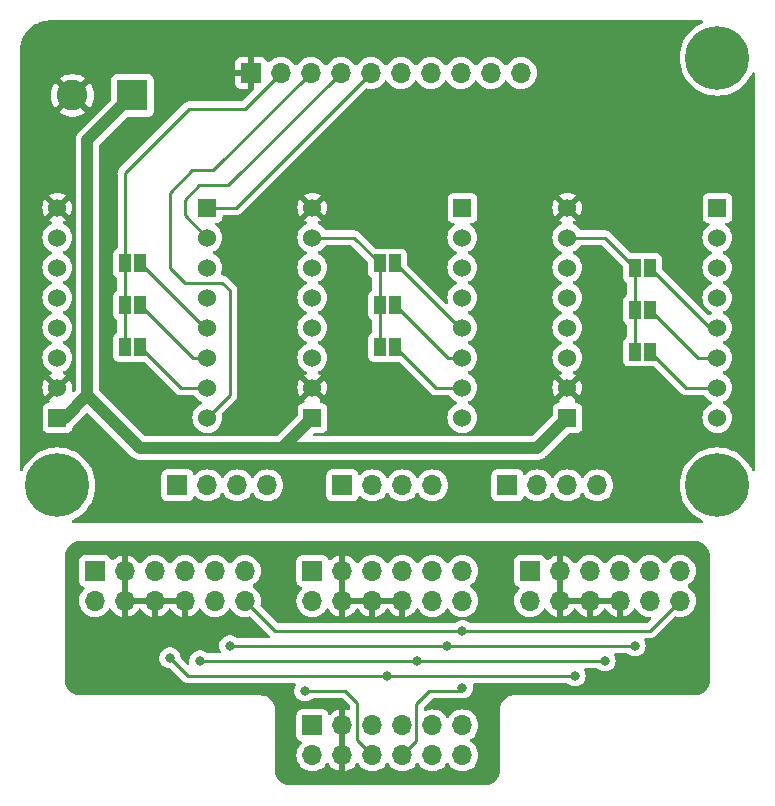
<source format=gbl>
G04 #@! TF.GenerationSoftware,KiCad,Pcbnew,7.0.8*
G04 #@! TF.CreationDate,2024-02-17T11:27:20+01:00*
G04 #@! TF.ProjectId,PCB_V2,5043425f-5632-42e6-9b69-6361645f7063,rev?*
G04 #@! TF.SameCoordinates,Original*
G04 #@! TF.FileFunction,Copper,L2,Bot*
G04 #@! TF.FilePolarity,Positive*
%FSLAX46Y46*%
G04 Gerber Fmt 4.6, Leading zero omitted, Abs format (unit mm)*
G04 Created by KiCad (PCBNEW 7.0.8) date 2024-02-17 11:27:20*
%MOMM*%
%LPD*%
G01*
G04 APERTURE LIST*
G04 #@! TA.AperFunction,ComponentPad*
%ADD10O,1.700000X1.700000*%
G04 #@! TD*
G04 #@! TA.AperFunction,ComponentPad*
%ADD11R,1.700000X1.700000*%
G04 #@! TD*
G04 #@! TA.AperFunction,ComponentPad*
%ADD12C,3.100000*%
G04 #@! TD*
G04 #@! TA.AperFunction,ConnectorPad*
%ADD13C,5.400000*%
G04 #@! TD*
G04 #@! TA.AperFunction,ComponentPad*
%ADD14R,1.524000X1.524000*%
G04 #@! TD*
G04 #@! TA.AperFunction,ComponentPad*
%ADD15C,1.524000*%
G04 #@! TD*
G04 #@! TA.AperFunction,ComponentPad*
%ADD16C,2.600000*%
G04 #@! TD*
G04 #@! TA.AperFunction,ComponentPad*
%ADD17R,2.600000X2.600000*%
G04 #@! TD*
G04 #@! TA.AperFunction,SMDPad,CuDef*
%ADD18R,1.000000X1.500000*%
G04 #@! TD*
G04 #@! TA.AperFunction,ViaPad*
%ADD19C,0.800000*%
G04 #@! TD*
G04 #@! TA.AperFunction,Conductor*
%ADD20C,0.250000*%
G04 #@! TD*
G04 #@! TA.AperFunction,Conductor*
%ADD21C,1.000000*%
G04 #@! TD*
G04 APERTURE END LIST*
D10*
X206375000Y-93345000D03*
X206375000Y-90805000D03*
X203835000Y-93345000D03*
X203835000Y-90805000D03*
X201295000Y-93345000D03*
X201295000Y-90805000D03*
X198755000Y-93345000D03*
X198755000Y-90805000D03*
X196215000Y-93345000D03*
X196215000Y-90805000D03*
X193675000Y-93345000D03*
D11*
X193675000Y-90805000D03*
D12*
X227965000Y-70485000D03*
D13*
X227965000Y-70485000D03*
X172085000Y-70485000D03*
D12*
X172085000Y-70485000D03*
D13*
X227965000Y-34290000D03*
D12*
X227965000Y-34290000D03*
D14*
X184785000Y-46990000D03*
D15*
X184785000Y-49530000D03*
X184785000Y-52070000D03*
X184785000Y-54610000D03*
X184785000Y-57150000D03*
X184785000Y-59690000D03*
X184785000Y-62230000D03*
X184785000Y-64770000D03*
D14*
X172085000Y-64770000D03*
D15*
X172085000Y-62230000D03*
X172085000Y-59690000D03*
X172085000Y-57150000D03*
X172085000Y-54610000D03*
X172085000Y-52070000D03*
X172085000Y-49530000D03*
X172085000Y-46990000D03*
D10*
X187960000Y-80264000D03*
X187960000Y-77724000D03*
X185420000Y-80264000D03*
X185420000Y-77724000D03*
X182880000Y-80264000D03*
X182880000Y-77724000D03*
X180340000Y-80264000D03*
X180340000Y-77724000D03*
X177800000Y-80264000D03*
X177800000Y-77724000D03*
X175260000Y-80264000D03*
D11*
X175260000Y-77724000D03*
D16*
X173355000Y-37465000D03*
D17*
X178435000Y-37465000D03*
D10*
X224790000Y-80264000D03*
X224790000Y-77724000D03*
X222250000Y-80264000D03*
X222250000Y-77724000D03*
X219710000Y-80264000D03*
X219710000Y-77724000D03*
X217170000Y-80264000D03*
X217170000Y-77724000D03*
X214630000Y-80264000D03*
X214630000Y-77724000D03*
X212090000Y-80264000D03*
D11*
X212090000Y-77724000D03*
X196215000Y-70485000D03*
D10*
X198755000Y-70485000D03*
X201295000Y-70485000D03*
X203835000Y-70485000D03*
X211328000Y-35560000D03*
X208788000Y-35560000D03*
X206248000Y-35560000D03*
X203708000Y-35560000D03*
X201168000Y-35560000D03*
X198628000Y-35560000D03*
X196088000Y-35560000D03*
X193548000Y-35560000D03*
X191008000Y-35560000D03*
D11*
X188468000Y-35560000D03*
D14*
X227965000Y-46990000D03*
D15*
X227965000Y-49530000D03*
X227965000Y-52070000D03*
X227965000Y-54610000D03*
X227965000Y-57150000D03*
X227965000Y-59690000D03*
X227965000Y-62230000D03*
X227965000Y-64770000D03*
D14*
X215265000Y-64770000D03*
D15*
X215265000Y-62230000D03*
X215265000Y-59690000D03*
X215265000Y-57150000D03*
X215265000Y-54610000D03*
X215265000Y-52070000D03*
X215265000Y-49530000D03*
X215265000Y-46990000D03*
D11*
X182245000Y-70485000D03*
D10*
X184785000Y-70485000D03*
X187325000Y-70485000D03*
X189865000Y-70485000D03*
X206375000Y-80264000D03*
X206375000Y-77724000D03*
X203835000Y-80264000D03*
X203835000Y-77724000D03*
X201295000Y-80264000D03*
X201295000Y-77724000D03*
X198755000Y-80264000D03*
X198755000Y-77724000D03*
X196215000Y-80264000D03*
X196215000Y-77724000D03*
X193675000Y-80264000D03*
D11*
X193675000Y-77724000D03*
X210185000Y-70485000D03*
D10*
X212725000Y-70485000D03*
X215265000Y-70485000D03*
X217805000Y-70485000D03*
D14*
X206375000Y-46990000D03*
D15*
X206375000Y-49530000D03*
X206375000Y-52070000D03*
X206375000Y-54610000D03*
X206375000Y-57150000D03*
X206375000Y-59690000D03*
X206375000Y-62230000D03*
X206375000Y-64770000D03*
D14*
X193675000Y-64770000D03*
D15*
X193675000Y-62230000D03*
X193675000Y-59690000D03*
X193675000Y-57150000D03*
X193675000Y-54610000D03*
X193675000Y-52070000D03*
X193675000Y-49530000D03*
X193675000Y-46990000D03*
D18*
X177785000Y-51695000D03*
X179085000Y-51695000D03*
X220965000Y-59170000D03*
X222265000Y-59170000D03*
X220965000Y-55620000D03*
X222265000Y-55620000D03*
X199375000Y-55245000D03*
X200675000Y-55245000D03*
X177785000Y-58795000D03*
X179085000Y-58795000D03*
X177785000Y-55245000D03*
X179085000Y-55245000D03*
X199375000Y-51695000D03*
X200675000Y-51695000D03*
X199375000Y-58795000D03*
X200675000Y-58795000D03*
X220965000Y-52070000D03*
X222265000Y-52070000D03*
D19*
X206375000Y-82804000D03*
X186690000Y-84074000D03*
X205105000Y-84074000D03*
X220980000Y-84074000D03*
X206375000Y-87630000D03*
X184150000Y-85344000D03*
X202565000Y-85344000D03*
X218440000Y-85344000D03*
X193040000Y-87884000D03*
X181610000Y-85090000D03*
X215900000Y-86614000D03*
X200025000Y-86614000D03*
D20*
X222250000Y-82804000D02*
X224790000Y-80264000D01*
X206375000Y-82804000D02*
X222250000Y-82804000D01*
X190500000Y-82804000D02*
X187960000Y-80264000D01*
X206375000Y-82804000D02*
X190500000Y-82804000D01*
X200025000Y-86614000D02*
X183134000Y-86614000D01*
X183134000Y-86614000D02*
X181610000Y-85090000D01*
X202470000Y-88995000D02*
X202470000Y-92170000D01*
X202470000Y-92170000D02*
X201295000Y-93345000D01*
X206121000Y-87884000D02*
X203581000Y-87884000D01*
X206375000Y-87630000D02*
X206121000Y-87884000D01*
X203581000Y-87884000D02*
X202470000Y-88995000D01*
X197485000Y-92075000D02*
X198755000Y-93345000D01*
X197485000Y-88900000D02*
X197485000Y-92075000D01*
X196469000Y-87884000D02*
X197485000Y-88900000D01*
X193040000Y-87884000D02*
X196469000Y-87884000D01*
D21*
X212725000Y-67310000D02*
X215265000Y-64770000D01*
X191135000Y-67310000D02*
X212725000Y-67310000D01*
X179070000Y-67310000D02*
X191135000Y-67310000D01*
X191135000Y-67310000D02*
X193675000Y-64770000D01*
X174625000Y-62865000D02*
X179070000Y-67310000D01*
D20*
X186690000Y-62865000D02*
X184785000Y-64770000D01*
X182880000Y-53340000D02*
X186055000Y-53340000D01*
X186055000Y-53340000D02*
X186690000Y-53975000D01*
X181610000Y-45720000D02*
X181610000Y-52070000D01*
X181610000Y-52070000D02*
X182880000Y-53340000D01*
X185293000Y-43815000D02*
X183515000Y-43815000D01*
X183515000Y-43815000D02*
X181610000Y-45720000D01*
X186690000Y-53975000D02*
X186690000Y-62865000D01*
X193548000Y-35560000D02*
X185293000Y-43815000D01*
X182880000Y-46315690D02*
X182880000Y-47625000D01*
X184110690Y-45085000D02*
X182880000Y-46315690D01*
X186563000Y-45085000D02*
X184110690Y-45085000D01*
X196088000Y-35560000D02*
X186563000Y-45085000D01*
X182880000Y-47625000D02*
X184785000Y-49530000D01*
X187198000Y-46990000D02*
X184785000Y-46990000D01*
X198628000Y-35560000D02*
X187198000Y-46990000D01*
D21*
X174625000Y-62865000D02*
X172720000Y-64770000D01*
X172720000Y-64770000D02*
X172085000Y-64770000D01*
X178435000Y-37465000D02*
X174625000Y-41275000D01*
X174625000Y-41275000D02*
X174625000Y-62865000D01*
D20*
X187960000Y-38608000D02*
X191008000Y-35560000D01*
X177800000Y-44068380D02*
X183260380Y-38608000D01*
X183260380Y-38608000D02*
X187960000Y-38608000D01*
X177800000Y-51680000D02*
X177800000Y-44068380D01*
X177785000Y-51695000D02*
X177800000Y-51680000D01*
X220965000Y-52070000D02*
X218425000Y-49530000D01*
X220965000Y-55620000D02*
X220965000Y-52070000D01*
X199375000Y-51695000D02*
X199375000Y-55245000D01*
X193675000Y-49530000D02*
X197210000Y-49530000D01*
X218425000Y-49530000D02*
X215265000Y-49530000D01*
X220965000Y-59170000D02*
X220965000Y-55620000D01*
X199375000Y-55245000D02*
X199375000Y-58795000D01*
X177785000Y-55245000D02*
X177785000Y-51695000D01*
X177785000Y-58795000D02*
X177785000Y-55245000D01*
X197210000Y-49530000D02*
X199375000Y-51695000D01*
X179085000Y-58795000D02*
X182520000Y-62230000D01*
X182520000Y-62230000D02*
X184785000Y-62230000D01*
X183530000Y-59690000D02*
X184785000Y-59690000D01*
X179085000Y-55245000D02*
X183530000Y-59690000D01*
X179085000Y-51695000D02*
X184540000Y-57150000D01*
X184540000Y-57150000D02*
X184785000Y-57150000D01*
X204110000Y-62230000D02*
X206375000Y-62230000D01*
X200675000Y-58795000D02*
X204110000Y-62230000D01*
X200675000Y-55245000D02*
X205120000Y-59690000D01*
X205120000Y-59690000D02*
X206375000Y-59690000D01*
X206130000Y-57150000D02*
X206375000Y-57150000D01*
X206375000Y-56775000D02*
X206375000Y-57150000D01*
X200675000Y-51695000D02*
X206130000Y-57150000D01*
X225325000Y-62230000D02*
X227965000Y-62230000D01*
X222265000Y-59170000D02*
X225325000Y-62230000D01*
X226335000Y-59690000D02*
X227965000Y-59690000D01*
X222265000Y-55620000D02*
X226335000Y-59690000D01*
X222265000Y-52070000D02*
X227345000Y-57150000D01*
X227345000Y-57150000D02*
X227965000Y-57150000D01*
X205105000Y-84074000D02*
X220980000Y-84074000D01*
X205105000Y-84074000D02*
X186690000Y-84074000D01*
X202565000Y-85344000D02*
X184150000Y-85344000D01*
X202565000Y-85344000D02*
X218440000Y-85344000D01*
X200025000Y-86614000D02*
X215900000Y-86614000D01*
G04 #@! TA.AperFunction,Conductor*
G36*
X196465000Y-92909498D02*
G01*
X196357315Y-92860320D01*
X196250763Y-92845000D01*
X196179237Y-92845000D01*
X196072685Y-92860320D01*
X195965000Y-92909498D01*
X195965000Y-91240501D01*
X196072685Y-91289680D01*
X196179237Y-91305000D01*
X196250763Y-91305000D01*
X196357315Y-91289680D01*
X196465000Y-91240501D01*
X196465000Y-92909498D01*
G37*
G04 #@! TD.AperFunction*
G04 #@! TA.AperFunction,Conductor*
G36*
X179880507Y-80054156D02*
G01*
X179840000Y-80192111D01*
X179840000Y-80335889D01*
X179880507Y-80473844D01*
X179906314Y-80514000D01*
X178233686Y-80514000D01*
X178259493Y-80473844D01*
X178300000Y-80335889D01*
X178300000Y-80192111D01*
X178259493Y-80054156D01*
X178233686Y-80014000D01*
X179906314Y-80014000D01*
X179880507Y-80054156D01*
G37*
G04 #@! TD.AperFunction*
G04 #@! TA.AperFunction,Conductor*
G36*
X182420507Y-80054156D02*
G01*
X182380000Y-80192111D01*
X182380000Y-80335889D01*
X182420507Y-80473844D01*
X182446314Y-80514000D01*
X180773686Y-80514000D01*
X180799493Y-80473844D01*
X180840000Y-80335889D01*
X180840000Y-80192111D01*
X180799493Y-80054156D01*
X180773686Y-80014000D01*
X182446314Y-80014000D01*
X182420507Y-80054156D01*
G37*
G04 #@! TD.AperFunction*
G04 #@! TA.AperFunction,Conductor*
G36*
X216710507Y-80054156D02*
G01*
X216670000Y-80192111D01*
X216670000Y-80335889D01*
X216710507Y-80473844D01*
X216736314Y-80514000D01*
X215063686Y-80514000D01*
X215089493Y-80473844D01*
X215130000Y-80335889D01*
X215130000Y-80192111D01*
X215089493Y-80054156D01*
X215063686Y-80014000D01*
X216736314Y-80014000D01*
X216710507Y-80054156D01*
G37*
G04 #@! TD.AperFunction*
G04 #@! TA.AperFunction,Conductor*
G36*
X219250507Y-80054156D02*
G01*
X219210000Y-80192111D01*
X219210000Y-80335889D01*
X219250507Y-80473844D01*
X219276314Y-80514000D01*
X217603686Y-80514000D01*
X217629493Y-80473844D01*
X217670000Y-80335889D01*
X217670000Y-80192111D01*
X217629493Y-80054156D01*
X217603686Y-80014000D01*
X219276314Y-80014000D01*
X219250507Y-80054156D01*
G37*
G04 #@! TD.AperFunction*
G04 #@! TA.AperFunction,Conductor*
G36*
X178050000Y-79828498D02*
G01*
X177942315Y-79779320D01*
X177835763Y-79764000D01*
X177764237Y-79764000D01*
X177657685Y-79779320D01*
X177550000Y-79828498D01*
X177550000Y-78159501D01*
X177657685Y-78208680D01*
X177764237Y-78224000D01*
X177835763Y-78224000D01*
X177942315Y-78208680D01*
X178050000Y-78159501D01*
X178050000Y-79828498D01*
G37*
G04 #@! TD.AperFunction*
G04 #@! TA.AperFunction,Conductor*
G36*
X214880000Y-79828498D02*
G01*
X214772315Y-79779320D01*
X214665763Y-79764000D01*
X214594237Y-79764000D01*
X214487685Y-79779320D01*
X214380000Y-79828498D01*
X214380000Y-78159501D01*
X214487685Y-78208680D01*
X214594237Y-78224000D01*
X214665763Y-78224000D01*
X214772315Y-78208680D01*
X214880000Y-78159501D01*
X214880000Y-79828498D01*
G37*
G04 #@! TD.AperFunction*
G04 #@! TA.AperFunction,Conductor*
G36*
X198295507Y-80054156D02*
G01*
X198255000Y-80192111D01*
X198255000Y-80335889D01*
X198295507Y-80473844D01*
X198321314Y-80514000D01*
X196648686Y-80514000D01*
X196674493Y-80473844D01*
X196715000Y-80335889D01*
X196715000Y-80192111D01*
X196674493Y-80054156D01*
X196648686Y-80014000D01*
X198321314Y-80014000D01*
X198295507Y-80054156D01*
G37*
G04 #@! TD.AperFunction*
G04 #@! TA.AperFunction,Conductor*
G36*
X200835507Y-80054156D02*
G01*
X200795000Y-80192111D01*
X200795000Y-80335889D01*
X200835507Y-80473844D01*
X200861314Y-80514000D01*
X199188686Y-80514000D01*
X199214493Y-80473844D01*
X199255000Y-80335889D01*
X199255000Y-80192111D01*
X199214493Y-80054156D01*
X199188686Y-80014000D01*
X200861314Y-80014000D01*
X200835507Y-80054156D01*
G37*
G04 #@! TD.AperFunction*
G04 #@! TA.AperFunction,Conductor*
G36*
X196465000Y-79828498D02*
G01*
X196357315Y-79779320D01*
X196250763Y-79764000D01*
X196179237Y-79764000D01*
X196072685Y-79779320D01*
X195965000Y-79828498D01*
X195965000Y-78159501D01*
X196072685Y-78208680D01*
X196179237Y-78224000D01*
X196250763Y-78224000D01*
X196357315Y-78208680D01*
X196465000Y-78159501D01*
X196465000Y-79828498D01*
G37*
G04 #@! TD.AperFunction*
G04 #@! TA.AperFunction,Conductor*
G36*
X180639338Y-75184340D02*
G01*
X180640857Y-75184499D01*
X180640858Y-75184500D01*
X180640859Y-75184500D01*
X186389141Y-75184500D01*
X186389142Y-75184500D01*
X186389142Y-75184499D01*
X186390662Y-75184340D01*
X186397149Y-75184000D01*
X188887851Y-75184000D01*
X188894338Y-75184340D01*
X188895857Y-75184499D01*
X188895858Y-75184500D01*
X188895859Y-75184500D01*
X194644141Y-75184500D01*
X194644142Y-75184500D01*
X194644142Y-75184499D01*
X194645662Y-75184340D01*
X194652149Y-75184000D01*
X197142851Y-75184000D01*
X197149338Y-75184340D01*
X197150857Y-75184499D01*
X197150858Y-75184500D01*
X197150859Y-75184500D01*
X202899141Y-75184500D01*
X202899142Y-75184500D01*
X202899142Y-75184499D01*
X202900662Y-75184340D01*
X202907149Y-75184000D01*
X205397851Y-75184000D01*
X205404338Y-75184340D01*
X205405857Y-75184499D01*
X205405858Y-75184500D01*
X205405859Y-75184500D01*
X211154141Y-75184500D01*
X211154142Y-75184500D01*
X211154142Y-75184499D01*
X211155662Y-75184340D01*
X211162149Y-75184000D01*
X213652851Y-75184000D01*
X213659338Y-75184340D01*
X213660857Y-75184499D01*
X213660858Y-75184500D01*
X213660859Y-75184500D01*
X219409141Y-75184500D01*
X219409142Y-75184500D01*
X219409142Y-75184499D01*
X219410662Y-75184340D01*
X219417149Y-75184000D01*
X221907851Y-75184000D01*
X221914338Y-75184340D01*
X221915857Y-75184499D01*
X221915858Y-75184500D01*
X221995901Y-75184500D01*
X226057562Y-75184500D01*
X226062426Y-75184690D01*
X226116977Y-75188984D01*
X226257579Y-75201285D01*
X226275696Y-75204235D01*
X226356020Y-75223520D01*
X226401511Y-75235709D01*
X226466713Y-75253181D01*
X226474400Y-75255790D01*
X226511685Y-75271233D01*
X226560959Y-75291643D01*
X226659955Y-75337806D01*
X226666154Y-75341136D01*
X226746778Y-75390543D01*
X226749926Y-75392608D01*
X226836606Y-75453302D01*
X226841285Y-75456924D01*
X226913840Y-75518892D01*
X226917389Y-75522173D01*
X226991824Y-75596608D01*
X226995109Y-75600162D01*
X227057070Y-75672708D01*
X227060707Y-75677406D01*
X227121385Y-75764064D01*
X227123462Y-75767231D01*
X227172862Y-75847845D01*
X227176192Y-75854042D01*
X227222358Y-75953043D01*
X227258208Y-76039598D01*
X227260817Y-76047284D01*
X227290485Y-76158002D01*
X227309760Y-76238290D01*
X227312714Y-76256429D01*
X227325020Y-76397083D01*
X227329309Y-76451575D01*
X227329500Y-76456441D01*
X227329500Y-86992558D01*
X227329309Y-86997424D01*
X227325020Y-87051916D01*
X227312714Y-87192569D01*
X227309760Y-87210707D01*
X227290485Y-87290997D01*
X227260817Y-87401714D01*
X227258208Y-87409399D01*
X227222358Y-87495956D01*
X227176192Y-87594956D01*
X227172862Y-87601153D01*
X227123462Y-87681767D01*
X227121385Y-87684934D01*
X227060707Y-87771592D01*
X227057062Y-87776300D01*
X226995118Y-87848827D01*
X226991812Y-87852403D01*
X226917403Y-87926812D01*
X226913827Y-87930118D01*
X226841300Y-87992062D01*
X226836592Y-87995707D01*
X226749934Y-88056385D01*
X226746767Y-88058462D01*
X226666153Y-88107862D01*
X226659956Y-88111192D01*
X226560956Y-88157358D01*
X226474399Y-88193208D01*
X226466714Y-88195817D01*
X226355997Y-88225485D01*
X226275707Y-88244760D01*
X226257569Y-88247714D01*
X226116916Y-88260020D01*
X226062425Y-88264309D01*
X226057559Y-88264500D01*
X210820500Y-88264500D01*
X210820000Y-88264500D01*
X210720009Y-88264500D01*
X210654169Y-88274928D01*
X210522488Y-88295784D01*
X210332299Y-88357579D01*
X210154112Y-88448371D01*
X210066076Y-88512334D01*
X209992325Y-88565917D01*
X209992323Y-88565919D01*
X209992322Y-88565919D01*
X209850919Y-88707322D01*
X209850919Y-88707323D01*
X209850917Y-88707325D01*
X209823440Y-88745144D01*
X209733371Y-88869112D01*
X209642579Y-89047299D01*
X209580784Y-89237488D01*
X209549500Y-89435009D01*
X209549500Y-94612558D01*
X209549309Y-94617424D01*
X209545020Y-94671916D01*
X209532714Y-94812569D01*
X209529760Y-94830707D01*
X209510485Y-94910997D01*
X209480817Y-95021714D01*
X209478208Y-95029399D01*
X209442358Y-95115956D01*
X209396192Y-95214956D01*
X209392862Y-95221153D01*
X209343462Y-95301767D01*
X209341385Y-95304934D01*
X209280707Y-95391592D01*
X209277062Y-95396300D01*
X209215118Y-95468827D01*
X209211812Y-95472403D01*
X209137403Y-95546812D01*
X209133827Y-95550118D01*
X209061300Y-95612062D01*
X209056592Y-95615707D01*
X208969934Y-95676385D01*
X208966767Y-95678462D01*
X208886153Y-95727862D01*
X208879956Y-95731192D01*
X208780956Y-95777358D01*
X208694399Y-95813208D01*
X208686714Y-95815817D01*
X208575997Y-95845485D01*
X208495707Y-95864760D01*
X208477569Y-95867714D01*
X208336916Y-95880020D01*
X208282425Y-95884309D01*
X208277559Y-95884500D01*
X191772441Y-95884500D01*
X191767575Y-95884309D01*
X191713083Y-95880020D01*
X191572429Y-95867714D01*
X191554290Y-95864760D01*
X191474002Y-95845485D01*
X191363284Y-95815817D01*
X191355598Y-95813208D01*
X191269043Y-95777358D01*
X191170042Y-95731192D01*
X191163845Y-95727862D01*
X191083231Y-95678462D01*
X191080064Y-95676385D01*
X191047182Y-95653361D01*
X190993399Y-95615702D01*
X190988708Y-95612070D01*
X190916162Y-95550109D01*
X190912608Y-95546824D01*
X190838173Y-95472389D01*
X190834892Y-95468840D01*
X190772924Y-95396285D01*
X190769302Y-95391606D01*
X190708608Y-95304926D01*
X190706543Y-95301778D01*
X190657136Y-95221153D01*
X190653806Y-95214955D01*
X190607642Y-95115956D01*
X190587233Y-95066685D01*
X190571790Y-95029400D01*
X190569181Y-95021713D01*
X190539514Y-94910997D01*
X190520235Y-94830696D01*
X190517285Y-94812579D01*
X190504979Y-94671916D01*
X190500691Y-94617424D01*
X190500500Y-94612561D01*
X190500500Y-89435009D01*
X190498334Y-89421334D01*
X190469216Y-89237490D01*
X190407419Y-89047297D01*
X190316629Y-88869113D01*
X190199083Y-88707325D01*
X190057675Y-88565917D01*
X189895887Y-88448371D01*
X189717700Y-88357579D01*
X189527511Y-88295784D01*
X189428750Y-88280142D01*
X189329991Y-88264500D01*
X189329990Y-88264500D01*
X173992441Y-88264500D01*
X173987575Y-88264309D01*
X173933083Y-88260020D01*
X173792429Y-88247714D01*
X173774290Y-88244760D01*
X173694002Y-88225485D01*
X173583284Y-88195817D01*
X173575598Y-88193208D01*
X173489043Y-88157358D01*
X173390042Y-88111192D01*
X173383845Y-88107862D01*
X173303231Y-88058462D01*
X173300064Y-88056385D01*
X173267182Y-88033361D01*
X173213399Y-87995702D01*
X173208708Y-87992070D01*
X173136162Y-87930109D01*
X173132608Y-87926824D01*
X173058173Y-87852389D01*
X173054892Y-87848840D01*
X172992924Y-87776285D01*
X172989302Y-87771606D01*
X172928608Y-87684926D01*
X172926543Y-87681778D01*
X172877136Y-87601153D01*
X172873806Y-87594955D01*
X172827642Y-87495956D01*
X172798005Y-87424406D01*
X172791790Y-87409400D01*
X172789181Y-87401713D01*
X172759514Y-87290997D01*
X172740235Y-87210696D01*
X172737285Y-87192579D01*
X172724979Y-87051916D01*
X172720691Y-86997424D01*
X172720500Y-86992561D01*
X172720500Y-80264000D01*
X173904341Y-80264000D01*
X173924936Y-80499403D01*
X173924938Y-80499413D01*
X173986094Y-80727655D01*
X173986096Y-80727659D01*
X173986097Y-80727663D01*
X174065801Y-80898588D01*
X174085965Y-80941830D01*
X174085967Y-80941834D01*
X174194281Y-81096521D01*
X174221505Y-81135401D01*
X174388599Y-81302495D01*
X174485384Y-81370265D01*
X174582165Y-81438032D01*
X174582167Y-81438033D01*
X174582170Y-81438035D01*
X174796337Y-81537903D01*
X175024592Y-81599063D01*
X175212918Y-81615539D01*
X175259999Y-81619659D01*
X175260000Y-81619659D01*
X175260001Y-81619659D01*
X175299234Y-81616226D01*
X175495408Y-81599063D01*
X175723663Y-81537903D01*
X175937830Y-81438035D01*
X176131401Y-81302495D01*
X176298495Y-81135401D01*
X176428730Y-80949405D01*
X176483307Y-80905781D01*
X176552805Y-80898587D01*
X176615160Y-80930110D01*
X176631879Y-80949405D01*
X176761890Y-81135078D01*
X176928917Y-81302105D01*
X177122421Y-81437600D01*
X177336507Y-81537429D01*
X177336516Y-81537433D01*
X177550000Y-81594634D01*
X177550000Y-80699501D01*
X177657685Y-80748680D01*
X177764237Y-80764000D01*
X177835763Y-80764000D01*
X177942315Y-80748680D01*
X178050000Y-80699501D01*
X178050000Y-81594633D01*
X178263483Y-81537433D01*
X178263492Y-81537429D01*
X178477578Y-81437600D01*
X178671082Y-81302105D01*
X178838105Y-81135082D01*
X178968425Y-80948968D01*
X179023002Y-80905344D01*
X179092501Y-80898151D01*
X179154855Y-80929673D01*
X179171575Y-80948968D01*
X179301894Y-81135082D01*
X179468917Y-81302105D01*
X179662421Y-81437600D01*
X179876507Y-81537429D01*
X179876516Y-81537433D01*
X180090000Y-81594634D01*
X180090000Y-80699501D01*
X180197685Y-80748680D01*
X180304237Y-80764000D01*
X180375763Y-80764000D01*
X180482315Y-80748680D01*
X180590000Y-80699501D01*
X180590000Y-81594633D01*
X180803483Y-81537433D01*
X180803492Y-81537429D01*
X181017578Y-81437600D01*
X181211082Y-81302105D01*
X181378105Y-81135082D01*
X181508425Y-80948968D01*
X181563002Y-80905344D01*
X181632501Y-80898151D01*
X181694855Y-80929673D01*
X181711575Y-80948968D01*
X181841894Y-81135082D01*
X182008917Y-81302105D01*
X182202421Y-81437600D01*
X182416507Y-81537429D01*
X182416516Y-81537433D01*
X182630000Y-81594634D01*
X182630000Y-80699501D01*
X182737685Y-80748680D01*
X182844237Y-80764000D01*
X182915763Y-80764000D01*
X183022315Y-80748680D01*
X183130000Y-80699501D01*
X183130000Y-81594634D01*
X183343483Y-81537433D01*
X183343492Y-81537429D01*
X183557578Y-81437600D01*
X183751082Y-81302105D01*
X183918105Y-81135082D01*
X184048119Y-80949405D01*
X184102696Y-80905781D01*
X184172195Y-80898588D01*
X184234549Y-80930110D01*
X184251269Y-80949405D01*
X184381505Y-81135401D01*
X184548599Y-81302495D01*
X184645384Y-81370265D01*
X184742165Y-81438032D01*
X184742167Y-81438033D01*
X184742170Y-81438035D01*
X184956337Y-81537903D01*
X185184592Y-81599063D01*
X185372918Y-81615539D01*
X185419999Y-81619659D01*
X185420000Y-81619659D01*
X185420001Y-81619659D01*
X185459234Y-81616226D01*
X185655408Y-81599063D01*
X185883663Y-81537903D01*
X186097830Y-81438035D01*
X186291401Y-81302495D01*
X186458495Y-81135401D01*
X186588425Y-80949842D01*
X186643002Y-80906217D01*
X186712500Y-80899023D01*
X186774855Y-80930546D01*
X186791575Y-80949842D01*
X186921500Y-81135395D01*
X186921505Y-81135401D01*
X187088599Y-81302495D01*
X187185384Y-81370265D01*
X187282165Y-81438032D01*
X187282167Y-81438033D01*
X187282170Y-81438035D01*
X187496337Y-81537903D01*
X187724592Y-81599063D01*
X187912918Y-81615539D01*
X187959999Y-81619659D01*
X187960000Y-81619659D01*
X187960001Y-81619659D01*
X187999234Y-81616226D01*
X188195408Y-81599063D01*
X188295873Y-81572143D01*
X188365722Y-81573806D01*
X188415647Y-81604237D01*
X189999197Y-83187788D01*
X190009022Y-83200051D01*
X190009243Y-83199869D01*
X190014210Y-83205874D01*
X190044276Y-83234107D01*
X190079671Y-83294348D01*
X190076879Y-83364162D01*
X190036786Y-83421383D01*
X189972121Y-83447845D01*
X189959393Y-83448500D01*
X187393748Y-83448500D01*
X187326709Y-83428815D01*
X187301600Y-83407474D01*
X187295873Y-83401114D01*
X187295869Y-83401110D01*
X187142734Y-83289851D01*
X187142729Y-83289848D01*
X186969807Y-83212857D01*
X186969802Y-83212855D01*
X186824001Y-83181865D01*
X186784646Y-83173500D01*
X186595354Y-83173500D01*
X186562897Y-83180398D01*
X186410197Y-83212855D01*
X186410192Y-83212857D01*
X186237270Y-83289848D01*
X186237265Y-83289851D01*
X186084129Y-83401111D01*
X185957466Y-83541785D01*
X185862821Y-83705715D01*
X185862818Y-83705722D01*
X185804327Y-83885740D01*
X185804326Y-83885744D01*
X185784540Y-84074000D01*
X185804326Y-84262256D01*
X185804327Y-84262259D01*
X185862818Y-84442277D01*
X185862821Y-84442284D01*
X185914907Y-84532500D01*
X185931380Y-84600401D01*
X185908527Y-84666427D01*
X185853606Y-84709618D01*
X185807520Y-84718500D01*
X184853748Y-84718500D01*
X184786709Y-84698815D01*
X184761600Y-84677474D01*
X184755873Y-84671114D01*
X184755869Y-84671110D01*
X184602734Y-84559851D01*
X184602729Y-84559848D01*
X184429807Y-84482857D01*
X184429802Y-84482855D01*
X184284001Y-84451865D01*
X184244646Y-84443500D01*
X184055354Y-84443500D01*
X184022897Y-84450398D01*
X183870197Y-84482855D01*
X183870192Y-84482857D01*
X183697270Y-84559848D01*
X183697265Y-84559851D01*
X183544129Y-84671111D01*
X183417466Y-84811785D01*
X183322821Y-84975715D01*
X183322818Y-84975722D01*
X183268022Y-85144369D01*
X183264326Y-85155744D01*
X183244540Y-85344000D01*
X183256551Y-85458284D01*
X183264327Y-85532261D01*
X183265678Y-85538617D01*
X183262768Y-85539235D01*
X183264249Y-85596289D01*
X183228013Y-85656028D01*
X183165231Y-85686692D01*
X183095838Y-85678546D01*
X183056725Y-85652134D01*
X182548960Y-85144369D01*
X182515475Y-85083046D01*
X182513323Y-85069668D01*
X182495674Y-84901744D01*
X182437179Y-84721716D01*
X182342533Y-84557784D01*
X182215871Y-84417112D01*
X182215870Y-84417111D01*
X182062734Y-84305851D01*
X182062729Y-84305848D01*
X181889807Y-84228857D01*
X181889802Y-84228855D01*
X181744001Y-84197865D01*
X181704646Y-84189500D01*
X181515354Y-84189500D01*
X181482897Y-84196398D01*
X181330197Y-84228855D01*
X181330192Y-84228857D01*
X181157270Y-84305848D01*
X181157265Y-84305851D01*
X181004129Y-84417111D01*
X180877466Y-84557785D01*
X180782821Y-84721715D01*
X180782818Y-84721722D01*
X180738491Y-84858148D01*
X180724326Y-84901744D01*
X180704540Y-85090000D01*
X180724326Y-85278256D01*
X180724327Y-85278259D01*
X180782818Y-85458277D01*
X180782821Y-85458284D01*
X180877467Y-85622216D01*
X180907912Y-85656028D01*
X181004129Y-85762888D01*
X181157265Y-85874148D01*
X181157270Y-85874151D01*
X181330192Y-85951142D01*
X181330197Y-85951144D01*
X181515354Y-85990500D01*
X181574548Y-85990500D01*
X181641587Y-86010185D01*
X181662229Y-86026819D01*
X182633197Y-86997788D01*
X182643022Y-87010051D01*
X182643243Y-87009869D01*
X182648214Y-87015878D01*
X182674217Y-87040295D01*
X182698635Y-87063226D01*
X182719529Y-87084120D01*
X182725011Y-87088373D01*
X182729443Y-87092157D01*
X182763418Y-87124062D01*
X182780976Y-87133714D01*
X182797235Y-87144395D01*
X182813064Y-87156673D01*
X182855838Y-87175182D01*
X182861056Y-87177738D01*
X182901908Y-87200197D01*
X182921316Y-87205180D01*
X182939717Y-87211480D01*
X182958104Y-87219437D01*
X183001488Y-87226308D01*
X183004119Y-87226725D01*
X183009839Y-87227909D01*
X183054981Y-87239500D01*
X183075016Y-87239500D01*
X183094414Y-87241026D01*
X183114194Y-87244159D01*
X183114195Y-87244160D01*
X183114195Y-87244159D01*
X183114196Y-87244160D01*
X183160584Y-87239775D01*
X183166422Y-87239500D01*
X192157520Y-87239500D01*
X192224559Y-87259185D01*
X192270314Y-87311989D01*
X192280258Y-87381147D01*
X192264907Y-87425500D01*
X192212821Y-87515715D01*
X192212818Y-87515722D01*
X192158867Y-87681767D01*
X192154326Y-87695744D01*
X192134540Y-87884000D01*
X192154326Y-88072256D01*
X192154327Y-88072259D01*
X192212818Y-88252277D01*
X192212821Y-88252284D01*
X192307467Y-88416216D01*
X192409185Y-88529185D01*
X192434129Y-88556888D01*
X192587265Y-88668148D01*
X192587270Y-88668151D01*
X192760192Y-88745142D01*
X192760197Y-88745144D01*
X192945354Y-88784500D01*
X192945355Y-88784500D01*
X193134644Y-88784500D01*
X193134646Y-88784500D01*
X193319803Y-88745144D01*
X193492730Y-88668151D01*
X193645871Y-88556888D01*
X193648788Y-88553647D01*
X193651600Y-88550526D01*
X193711087Y-88513879D01*
X193743748Y-88509500D01*
X196158548Y-88509500D01*
X196225587Y-88529185D01*
X196246229Y-88545819D01*
X196823181Y-89122771D01*
X196856666Y-89184094D01*
X196859500Y-89210452D01*
X196859500Y-89421334D01*
X196839815Y-89488373D01*
X196787011Y-89534128D01*
X196717853Y-89544072D01*
X196683096Y-89533716D01*
X196678497Y-89531571D01*
X196678486Y-89531567D01*
X196465000Y-89474364D01*
X196465000Y-90369498D01*
X196357315Y-90320320D01*
X196250763Y-90305000D01*
X196179237Y-90305000D01*
X196072685Y-90320320D01*
X195965000Y-90369498D01*
X195965000Y-89474364D01*
X195964999Y-89474364D01*
X195751513Y-89531567D01*
X195751507Y-89531570D01*
X195537422Y-89631399D01*
X195537420Y-89631400D01*
X195343926Y-89766886D01*
X195221865Y-89888947D01*
X195160542Y-89922431D01*
X195090850Y-89917447D01*
X195034917Y-89875575D01*
X195018002Y-89844598D01*
X194968797Y-89712671D01*
X194968793Y-89712664D01*
X194882547Y-89597455D01*
X194882544Y-89597452D01*
X194767335Y-89511206D01*
X194767328Y-89511202D01*
X194632482Y-89460908D01*
X194632483Y-89460908D01*
X194572883Y-89454501D01*
X194572881Y-89454500D01*
X194572873Y-89454500D01*
X194572864Y-89454500D01*
X192777129Y-89454500D01*
X192777123Y-89454501D01*
X192717516Y-89460908D01*
X192582671Y-89511202D01*
X192582664Y-89511206D01*
X192467455Y-89597452D01*
X192467452Y-89597455D01*
X192381206Y-89712664D01*
X192381202Y-89712671D01*
X192330908Y-89847517D01*
X192324501Y-89907116D01*
X192324500Y-89907135D01*
X192324500Y-91702870D01*
X192324501Y-91702876D01*
X192330908Y-91762483D01*
X192381202Y-91897328D01*
X192381206Y-91897335D01*
X192467452Y-92012544D01*
X192467455Y-92012547D01*
X192582664Y-92098793D01*
X192582671Y-92098797D01*
X192714081Y-92147810D01*
X192770015Y-92189681D01*
X192794432Y-92255145D01*
X192779580Y-92323418D01*
X192758430Y-92351673D01*
X192636503Y-92473600D01*
X192500965Y-92667169D01*
X192500964Y-92667171D01*
X192401098Y-92881335D01*
X192401094Y-92881344D01*
X192339938Y-93109586D01*
X192339936Y-93109596D01*
X192319341Y-93344999D01*
X192319341Y-93345000D01*
X192339936Y-93580403D01*
X192339938Y-93580413D01*
X192401094Y-93808655D01*
X192401096Y-93808659D01*
X192401097Y-93808663D01*
X192480801Y-93979588D01*
X192500965Y-94022830D01*
X192500967Y-94022834D01*
X192609281Y-94177521D01*
X192636505Y-94216401D01*
X192803599Y-94383495D01*
X192900384Y-94451265D01*
X192997165Y-94519032D01*
X192997167Y-94519033D01*
X192997170Y-94519035D01*
X193211337Y-94618903D01*
X193439592Y-94680063D01*
X193627918Y-94696539D01*
X193674999Y-94700659D01*
X193675000Y-94700659D01*
X193675001Y-94700659D01*
X193714234Y-94697226D01*
X193910408Y-94680063D01*
X194138663Y-94618903D01*
X194352830Y-94519035D01*
X194546401Y-94383495D01*
X194713495Y-94216401D01*
X194843730Y-94030405D01*
X194898307Y-93986781D01*
X194967805Y-93979587D01*
X195030160Y-94011110D01*
X195046879Y-94030405D01*
X195176890Y-94216078D01*
X195343917Y-94383105D01*
X195537421Y-94518600D01*
X195751507Y-94618429D01*
X195751516Y-94618433D01*
X195965000Y-94675634D01*
X195965000Y-93780501D01*
X196072685Y-93829680D01*
X196179237Y-93845000D01*
X196250763Y-93845000D01*
X196357315Y-93829680D01*
X196465000Y-93780501D01*
X196465000Y-94675633D01*
X196678483Y-94618433D01*
X196678492Y-94618429D01*
X196892578Y-94518600D01*
X197086082Y-94383105D01*
X197253105Y-94216082D01*
X197383119Y-94030405D01*
X197437696Y-93986781D01*
X197507195Y-93979588D01*
X197569549Y-94011110D01*
X197586269Y-94030405D01*
X197716505Y-94216401D01*
X197883599Y-94383495D01*
X197980384Y-94451265D01*
X198077165Y-94519032D01*
X198077167Y-94519033D01*
X198077170Y-94519035D01*
X198291337Y-94618903D01*
X198519592Y-94680063D01*
X198707918Y-94696539D01*
X198754999Y-94700659D01*
X198755000Y-94700659D01*
X198755001Y-94700659D01*
X198794234Y-94697226D01*
X198990408Y-94680063D01*
X199218663Y-94618903D01*
X199432830Y-94519035D01*
X199626401Y-94383495D01*
X199793495Y-94216401D01*
X199923425Y-94030842D01*
X199978002Y-93987217D01*
X200047500Y-93980023D01*
X200109855Y-94011546D01*
X200126575Y-94030842D01*
X200256500Y-94216395D01*
X200256505Y-94216401D01*
X200423599Y-94383495D01*
X200520384Y-94451265D01*
X200617165Y-94519032D01*
X200617167Y-94519033D01*
X200617170Y-94519035D01*
X200831337Y-94618903D01*
X201059592Y-94680063D01*
X201247918Y-94696539D01*
X201294999Y-94700659D01*
X201295000Y-94700659D01*
X201295001Y-94700659D01*
X201334234Y-94697226D01*
X201530408Y-94680063D01*
X201758663Y-94618903D01*
X201972830Y-94519035D01*
X202166401Y-94383495D01*
X202333495Y-94216401D01*
X202463425Y-94030842D01*
X202518002Y-93987217D01*
X202587500Y-93980023D01*
X202649855Y-94011546D01*
X202666575Y-94030842D01*
X202796500Y-94216395D01*
X202796505Y-94216401D01*
X202963599Y-94383495D01*
X203060384Y-94451265D01*
X203157165Y-94519032D01*
X203157167Y-94519033D01*
X203157170Y-94519035D01*
X203371337Y-94618903D01*
X203599592Y-94680063D01*
X203787918Y-94696539D01*
X203834999Y-94700659D01*
X203835000Y-94700659D01*
X203835001Y-94700659D01*
X203874234Y-94697226D01*
X204070408Y-94680063D01*
X204298663Y-94618903D01*
X204512830Y-94519035D01*
X204706401Y-94383495D01*
X204873495Y-94216401D01*
X205003425Y-94030842D01*
X205058002Y-93987217D01*
X205127500Y-93980023D01*
X205189855Y-94011546D01*
X205206575Y-94030842D01*
X205336500Y-94216395D01*
X205336505Y-94216401D01*
X205503599Y-94383495D01*
X205600384Y-94451265D01*
X205697165Y-94519032D01*
X205697167Y-94519033D01*
X205697170Y-94519035D01*
X205911337Y-94618903D01*
X206139592Y-94680063D01*
X206327918Y-94696539D01*
X206374999Y-94700659D01*
X206375000Y-94700659D01*
X206375001Y-94700659D01*
X206414234Y-94697226D01*
X206610408Y-94680063D01*
X206838663Y-94618903D01*
X207052830Y-94519035D01*
X207246401Y-94383495D01*
X207413495Y-94216401D01*
X207549035Y-94022830D01*
X207648903Y-93808663D01*
X207710063Y-93580408D01*
X207730659Y-93345000D01*
X207710063Y-93109592D01*
X207648903Y-92881337D01*
X207549035Y-92667171D01*
X207543731Y-92659595D01*
X207413494Y-92473597D01*
X207246402Y-92306506D01*
X207246396Y-92306501D01*
X207060842Y-92176575D01*
X207017217Y-92121998D01*
X207010023Y-92052500D01*
X207041546Y-91990145D01*
X207060842Y-91973425D01*
X207114500Y-91935853D01*
X207246401Y-91843495D01*
X207413495Y-91676401D01*
X207549035Y-91482830D01*
X207648903Y-91268663D01*
X207710063Y-91040408D01*
X207730659Y-90805000D01*
X207710063Y-90569592D01*
X207648903Y-90341337D01*
X207549035Y-90127171D01*
X207543425Y-90119158D01*
X207413494Y-89933597D01*
X207246402Y-89766506D01*
X207246395Y-89766501D01*
X207052834Y-89630967D01*
X207052830Y-89630965D01*
X207019500Y-89615423D01*
X206838663Y-89531097D01*
X206838659Y-89531096D01*
X206838655Y-89531094D01*
X206610413Y-89469938D01*
X206610403Y-89469936D01*
X206375001Y-89449341D01*
X206374999Y-89449341D01*
X206139596Y-89469936D01*
X206139586Y-89469938D01*
X205911344Y-89531094D01*
X205911335Y-89531098D01*
X205697171Y-89630964D01*
X205697169Y-89630965D01*
X205503597Y-89766505D01*
X205336505Y-89933597D01*
X205206575Y-90119158D01*
X205151998Y-90162783D01*
X205082500Y-90169977D01*
X205020145Y-90138454D01*
X205003425Y-90119158D01*
X204873494Y-89933597D01*
X204706402Y-89766506D01*
X204706395Y-89766501D01*
X204512834Y-89630967D01*
X204512830Y-89630965D01*
X204479500Y-89615423D01*
X204298663Y-89531097D01*
X204298659Y-89531096D01*
X204298655Y-89531094D01*
X204070413Y-89469938D01*
X204070403Y-89469936D01*
X203835001Y-89449341D01*
X203834999Y-89449341D01*
X203599596Y-89469936D01*
X203599586Y-89469938D01*
X203371344Y-89531094D01*
X203371335Y-89531098D01*
X203271905Y-89577463D01*
X203202827Y-89587955D01*
X203139043Y-89559435D01*
X203100804Y-89500959D01*
X203095500Y-89465081D01*
X203095500Y-89305452D01*
X203115185Y-89238413D01*
X203131819Y-89217771D01*
X203803772Y-88545819D01*
X203865095Y-88512334D01*
X203891453Y-88509500D01*
X206038257Y-88509500D01*
X206053877Y-88511224D01*
X206053904Y-88510939D01*
X206061660Y-88511671D01*
X206061667Y-88511673D01*
X206130814Y-88509500D01*
X206160350Y-88509500D01*
X206164248Y-88509500D01*
X206164248Y-88509868D01*
X206193329Y-88512002D01*
X206280354Y-88530500D01*
X206469644Y-88530500D01*
X206469646Y-88530500D01*
X206654803Y-88491144D01*
X206827730Y-88414151D01*
X206980871Y-88302888D01*
X207107533Y-88162216D01*
X207202179Y-87998284D01*
X207260674Y-87818256D01*
X207280460Y-87630000D01*
X207260674Y-87441744D01*
X207247700Y-87401817D01*
X207245706Y-87331978D01*
X207281786Y-87272145D01*
X207344487Y-87241316D01*
X207365632Y-87239500D01*
X215196252Y-87239500D01*
X215263291Y-87259185D01*
X215288400Y-87280526D01*
X215294126Y-87286885D01*
X215294130Y-87286889D01*
X215447265Y-87398148D01*
X215447270Y-87398151D01*
X215620192Y-87475142D01*
X215620197Y-87475144D01*
X215805354Y-87514500D01*
X215805355Y-87514500D01*
X215994644Y-87514500D01*
X215994646Y-87514500D01*
X216179803Y-87475144D01*
X216352730Y-87398151D01*
X216505871Y-87286888D01*
X216632533Y-87146216D01*
X216727179Y-86982284D01*
X216785674Y-86802256D01*
X216805460Y-86614000D01*
X216785674Y-86425744D01*
X216727179Y-86245716D01*
X216675093Y-86155500D01*
X216658620Y-86087599D01*
X216681473Y-86021573D01*
X216736394Y-85978382D01*
X216782480Y-85969500D01*
X217736252Y-85969500D01*
X217803291Y-85989185D01*
X217828400Y-86010526D01*
X217834126Y-86016885D01*
X217834130Y-86016889D01*
X217987265Y-86128148D01*
X217987270Y-86128151D01*
X218160192Y-86205142D01*
X218160197Y-86205144D01*
X218345354Y-86244500D01*
X218345355Y-86244500D01*
X218534644Y-86244500D01*
X218534646Y-86244500D01*
X218719803Y-86205144D01*
X218892730Y-86128151D01*
X219045871Y-86016888D01*
X219172533Y-85876216D01*
X219267179Y-85712284D01*
X219325674Y-85532256D01*
X219345460Y-85344000D01*
X219325674Y-85155744D01*
X219267179Y-84975716D01*
X219215093Y-84885500D01*
X219198620Y-84817599D01*
X219221473Y-84751573D01*
X219276394Y-84708382D01*
X219322480Y-84699500D01*
X220276252Y-84699500D01*
X220343291Y-84719185D01*
X220368400Y-84740526D01*
X220374126Y-84746885D01*
X220374130Y-84746889D01*
X220527265Y-84858148D01*
X220527270Y-84858151D01*
X220700192Y-84935142D01*
X220700197Y-84935144D01*
X220885354Y-84974500D01*
X220885355Y-84974500D01*
X221074644Y-84974500D01*
X221074646Y-84974500D01*
X221259803Y-84935144D01*
X221432730Y-84858151D01*
X221585871Y-84746888D01*
X221712533Y-84606216D01*
X221807179Y-84442284D01*
X221865674Y-84262256D01*
X221885460Y-84074000D01*
X221865674Y-83885744D01*
X221807179Y-83705716D01*
X221755093Y-83615500D01*
X221738620Y-83547599D01*
X221761473Y-83481573D01*
X221816394Y-83438382D01*
X221862480Y-83429500D01*
X222167257Y-83429500D01*
X222182877Y-83431224D01*
X222182904Y-83430939D01*
X222190660Y-83431671D01*
X222190667Y-83431673D01*
X222259814Y-83429500D01*
X222289350Y-83429500D01*
X222296228Y-83428630D01*
X222302041Y-83428172D01*
X222348627Y-83426709D01*
X222367869Y-83421117D01*
X222386912Y-83417174D01*
X222406792Y-83414664D01*
X222450122Y-83397507D01*
X222455646Y-83395617D01*
X222459396Y-83394527D01*
X222500390Y-83382618D01*
X222517629Y-83372422D01*
X222535103Y-83363862D01*
X222553727Y-83356488D01*
X222553727Y-83356487D01*
X222553732Y-83356486D01*
X222591449Y-83329082D01*
X222596305Y-83325892D01*
X222636420Y-83302170D01*
X222650589Y-83287999D01*
X222665379Y-83275368D01*
X222681587Y-83263594D01*
X222711299Y-83227676D01*
X222715212Y-83223376D01*
X224334353Y-81604235D01*
X224395674Y-81570752D01*
X224454125Y-81572143D01*
X224460332Y-81573806D01*
X224554592Y-81599063D01*
X224742918Y-81615539D01*
X224789999Y-81619659D01*
X224790000Y-81619659D01*
X224790001Y-81619659D01*
X224829234Y-81616226D01*
X225025408Y-81599063D01*
X225253663Y-81537903D01*
X225467830Y-81438035D01*
X225661401Y-81302495D01*
X225828495Y-81135401D01*
X225964035Y-80941830D01*
X226063903Y-80727663D01*
X226125063Y-80499408D01*
X226145659Y-80264000D01*
X226125063Y-80028592D01*
X226063903Y-79800337D01*
X225964035Y-79586171D01*
X225958731Y-79578595D01*
X225828494Y-79392597D01*
X225661402Y-79225506D01*
X225661396Y-79225501D01*
X225475842Y-79095575D01*
X225432217Y-79040998D01*
X225425023Y-78971500D01*
X225456546Y-78909145D01*
X225475842Y-78892425D01*
X225498026Y-78876891D01*
X225661401Y-78762495D01*
X225828495Y-78595401D01*
X225964035Y-78401830D01*
X226063903Y-78187663D01*
X226125063Y-77959408D01*
X226145659Y-77724000D01*
X226125063Y-77488592D01*
X226063903Y-77260337D01*
X225964035Y-77046171D01*
X225958731Y-77038595D01*
X225828494Y-76852597D01*
X225661402Y-76685506D01*
X225661395Y-76685501D01*
X225467834Y-76549967D01*
X225467830Y-76549965D01*
X225467828Y-76549964D01*
X225253663Y-76450097D01*
X225253659Y-76450096D01*
X225253655Y-76450094D01*
X225025413Y-76388938D01*
X225025403Y-76388936D01*
X224790001Y-76368341D01*
X224789999Y-76368341D01*
X224554596Y-76388936D01*
X224554586Y-76388938D01*
X224326344Y-76450094D01*
X224326337Y-76450096D01*
X224326337Y-76450097D01*
X224318179Y-76453901D01*
X224112171Y-76549964D01*
X224112169Y-76549965D01*
X223918597Y-76685505D01*
X223751505Y-76852597D01*
X223621575Y-77038158D01*
X223566998Y-77081783D01*
X223497500Y-77088977D01*
X223435145Y-77057454D01*
X223418425Y-77038158D01*
X223288494Y-76852597D01*
X223121402Y-76685506D01*
X223121395Y-76685501D01*
X222927834Y-76549967D01*
X222927830Y-76549965D01*
X222927828Y-76549964D01*
X222713663Y-76450097D01*
X222713659Y-76450096D01*
X222713655Y-76450094D01*
X222485413Y-76388938D01*
X222485403Y-76388936D01*
X222250001Y-76368341D01*
X222249999Y-76368341D01*
X222014596Y-76388936D01*
X222014586Y-76388938D01*
X221786344Y-76450094D01*
X221786337Y-76450096D01*
X221786337Y-76450097D01*
X221778179Y-76453901D01*
X221572171Y-76549964D01*
X221572169Y-76549965D01*
X221378597Y-76685505D01*
X221211505Y-76852597D01*
X221081575Y-77038158D01*
X221026998Y-77081783D01*
X220957500Y-77088977D01*
X220895145Y-77057454D01*
X220878425Y-77038158D01*
X220748494Y-76852597D01*
X220581402Y-76685506D01*
X220581395Y-76685501D01*
X220387834Y-76549967D01*
X220387830Y-76549965D01*
X220387828Y-76549964D01*
X220173663Y-76450097D01*
X220173659Y-76450096D01*
X220173655Y-76450094D01*
X219945413Y-76388938D01*
X219945403Y-76388936D01*
X219710001Y-76368341D01*
X219709999Y-76368341D01*
X219474596Y-76388936D01*
X219474586Y-76388938D01*
X219246344Y-76450094D01*
X219246337Y-76450096D01*
X219246337Y-76450097D01*
X219238179Y-76453901D01*
X219032171Y-76549964D01*
X219032169Y-76549965D01*
X218838597Y-76685505D01*
X218671505Y-76852597D01*
X218541575Y-77038158D01*
X218486998Y-77081783D01*
X218417500Y-77088977D01*
X218355145Y-77057454D01*
X218338425Y-77038158D01*
X218208494Y-76852597D01*
X218041402Y-76685506D01*
X218041395Y-76685501D01*
X217847834Y-76549967D01*
X217847830Y-76549965D01*
X217847828Y-76549964D01*
X217633663Y-76450097D01*
X217633659Y-76450096D01*
X217633655Y-76450094D01*
X217405413Y-76388938D01*
X217405403Y-76388936D01*
X217170001Y-76368341D01*
X217169999Y-76368341D01*
X216934596Y-76388936D01*
X216934586Y-76388938D01*
X216706344Y-76450094D01*
X216706337Y-76450096D01*
X216706337Y-76450097D01*
X216698179Y-76453901D01*
X216492171Y-76549964D01*
X216492169Y-76549965D01*
X216298597Y-76685505D01*
X216131508Y-76852594D01*
X216001269Y-77038595D01*
X215946692Y-77082219D01*
X215877193Y-77089412D01*
X215814839Y-77057890D01*
X215798119Y-77038594D01*
X215668113Y-76852926D01*
X215668108Y-76852920D01*
X215501082Y-76685894D01*
X215307578Y-76550399D01*
X215093492Y-76450570D01*
X215093486Y-76450567D01*
X214880000Y-76393364D01*
X214880000Y-77288498D01*
X214772315Y-77239320D01*
X214665763Y-77224000D01*
X214594237Y-77224000D01*
X214487685Y-77239320D01*
X214380000Y-77288498D01*
X214380000Y-76393364D01*
X214379999Y-76393364D01*
X214166513Y-76450567D01*
X214166507Y-76450570D01*
X213952422Y-76550399D01*
X213952420Y-76550400D01*
X213758926Y-76685886D01*
X213636865Y-76807947D01*
X213575542Y-76841431D01*
X213505850Y-76836447D01*
X213449917Y-76794575D01*
X213433002Y-76763598D01*
X213383797Y-76631671D01*
X213383793Y-76631664D01*
X213297547Y-76516455D01*
X213297544Y-76516452D01*
X213182335Y-76430206D01*
X213182328Y-76430202D01*
X213047482Y-76379908D01*
X213047483Y-76379908D01*
X212987883Y-76373501D01*
X212987881Y-76373500D01*
X212987873Y-76373500D01*
X212987864Y-76373500D01*
X211192129Y-76373500D01*
X211192123Y-76373501D01*
X211132516Y-76379908D01*
X210997671Y-76430202D01*
X210997664Y-76430206D01*
X210882455Y-76516452D01*
X210882452Y-76516455D01*
X210796206Y-76631664D01*
X210796202Y-76631671D01*
X210745908Y-76766517D01*
X210739501Y-76826116D01*
X210739500Y-76826135D01*
X210739500Y-78621870D01*
X210739501Y-78621876D01*
X210745908Y-78681483D01*
X210796202Y-78816328D01*
X210796206Y-78816335D01*
X210882452Y-78931544D01*
X210882455Y-78931547D01*
X210997664Y-79017793D01*
X210997671Y-79017797D01*
X211129081Y-79066810D01*
X211185015Y-79108681D01*
X211209432Y-79174145D01*
X211194580Y-79242418D01*
X211173430Y-79270673D01*
X211051503Y-79392600D01*
X210915965Y-79586169D01*
X210915964Y-79586171D01*
X210816098Y-79800335D01*
X210816094Y-79800344D01*
X210754938Y-80028586D01*
X210754936Y-80028596D01*
X210734341Y-80263999D01*
X210734341Y-80264000D01*
X210754936Y-80499403D01*
X210754938Y-80499413D01*
X210816094Y-80727655D01*
X210816096Y-80727659D01*
X210816097Y-80727663D01*
X210895801Y-80898588D01*
X210915965Y-80941830D01*
X210915967Y-80941834D01*
X211024281Y-81096521D01*
X211051505Y-81135401D01*
X211218599Y-81302495D01*
X211315384Y-81370265D01*
X211412165Y-81438032D01*
X211412167Y-81438033D01*
X211412170Y-81438035D01*
X211626337Y-81537903D01*
X211854592Y-81599063D01*
X212042918Y-81615539D01*
X212089999Y-81619659D01*
X212090000Y-81619659D01*
X212090001Y-81619659D01*
X212129234Y-81616226D01*
X212325408Y-81599063D01*
X212553663Y-81537903D01*
X212767830Y-81438035D01*
X212961401Y-81302495D01*
X213128495Y-81135401D01*
X213258730Y-80949405D01*
X213313307Y-80905781D01*
X213382805Y-80898587D01*
X213445160Y-80930110D01*
X213461879Y-80949405D01*
X213591890Y-81135078D01*
X213758917Y-81302105D01*
X213952421Y-81437600D01*
X214166507Y-81537429D01*
X214166516Y-81537433D01*
X214380000Y-81594634D01*
X214380000Y-80699501D01*
X214487685Y-80748680D01*
X214594237Y-80764000D01*
X214665763Y-80764000D01*
X214772315Y-80748680D01*
X214880000Y-80699501D01*
X214880000Y-81594633D01*
X215093483Y-81537433D01*
X215093492Y-81537429D01*
X215307578Y-81437600D01*
X215501082Y-81302105D01*
X215668105Y-81135082D01*
X215798425Y-80948968D01*
X215853002Y-80905344D01*
X215922501Y-80898151D01*
X215984855Y-80929673D01*
X216001575Y-80948968D01*
X216131894Y-81135082D01*
X216298917Y-81302105D01*
X216492421Y-81437600D01*
X216706507Y-81537429D01*
X216706516Y-81537433D01*
X216920000Y-81594634D01*
X216920000Y-80699501D01*
X217027685Y-80748680D01*
X217134237Y-80764000D01*
X217205763Y-80764000D01*
X217312315Y-80748680D01*
X217420000Y-80699501D01*
X217420000Y-81594633D01*
X217633483Y-81537433D01*
X217633492Y-81537429D01*
X217847578Y-81437600D01*
X218041082Y-81302105D01*
X218208105Y-81135082D01*
X218338425Y-80948968D01*
X218393002Y-80905344D01*
X218462501Y-80898151D01*
X218524855Y-80929673D01*
X218541575Y-80948968D01*
X218671894Y-81135082D01*
X218838917Y-81302105D01*
X219032421Y-81437600D01*
X219246507Y-81537429D01*
X219246516Y-81537433D01*
X219460000Y-81594634D01*
X219460000Y-80699501D01*
X219567685Y-80748680D01*
X219674237Y-80764000D01*
X219745763Y-80764000D01*
X219852315Y-80748680D01*
X219960000Y-80699501D01*
X219960000Y-81594633D01*
X220173483Y-81537433D01*
X220173492Y-81537429D01*
X220387578Y-81437600D01*
X220581082Y-81302105D01*
X220748105Y-81135082D01*
X220878119Y-80949405D01*
X220932696Y-80905781D01*
X221002195Y-80898588D01*
X221064549Y-80930110D01*
X221081269Y-80949405D01*
X221211505Y-81135401D01*
X221378599Y-81302495D01*
X221475384Y-81370265D01*
X221572165Y-81438032D01*
X221572167Y-81438033D01*
X221572170Y-81438035D01*
X221786337Y-81537903D01*
X222014592Y-81599063D01*
X222202918Y-81615539D01*
X222249999Y-81619659D01*
X222250387Y-81619659D01*
X222250551Y-81619707D01*
X222255394Y-81620131D01*
X222255308Y-81621104D01*
X222317426Y-81639344D01*
X222363181Y-81692148D01*
X222373125Y-81761306D01*
X222344100Y-81824862D01*
X222338068Y-81831340D01*
X222027228Y-82142181D01*
X221965905Y-82175666D01*
X221939547Y-82178500D01*
X207078748Y-82178500D01*
X207011709Y-82158815D01*
X206986600Y-82137474D01*
X206980873Y-82131114D01*
X206980869Y-82131110D01*
X206827734Y-82019851D01*
X206827729Y-82019848D01*
X206654807Y-81942857D01*
X206654802Y-81942855D01*
X206509001Y-81911865D01*
X206469646Y-81903500D01*
X206280354Y-81903500D01*
X206247897Y-81910398D01*
X206095197Y-81942855D01*
X206095192Y-81942857D01*
X205922270Y-82019848D01*
X205922265Y-82019851D01*
X205769130Y-82131110D01*
X205769126Y-82131114D01*
X205763400Y-82137474D01*
X205703913Y-82174121D01*
X205671252Y-82178500D01*
X190810453Y-82178500D01*
X190743414Y-82158815D01*
X190722772Y-82142181D01*
X189300237Y-80719646D01*
X189266752Y-80658323D01*
X189268142Y-80599876D01*
X189295063Y-80499408D01*
X189315659Y-80264000D01*
X192319341Y-80264000D01*
X192339936Y-80499403D01*
X192339938Y-80499413D01*
X192401094Y-80727655D01*
X192401096Y-80727659D01*
X192401097Y-80727663D01*
X192480801Y-80898588D01*
X192500965Y-80941830D01*
X192500967Y-80941834D01*
X192609281Y-81096521D01*
X192636505Y-81135401D01*
X192803599Y-81302495D01*
X192900384Y-81370265D01*
X192997165Y-81438032D01*
X192997167Y-81438033D01*
X192997170Y-81438035D01*
X193211337Y-81537903D01*
X193439592Y-81599063D01*
X193627918Y-81615539D01*
X193674999Y-81619659D01*
X193675000Y-81619659D01*
X193675001Y-81619659D01*
X193714234Y-81616226D01*
X193910408Y-81599063D01*
X194138663Y-81537903D01*
X194352830Y-81438035D01*
X194546401Y-81302495D01*
X194713495Y-81135401D01*
X194843730Y-80949405D01*
X194898307Y-80905781D01*
X194967805Y-80898587D01*
X195030160Y-80930110D01*
X195046879Y-80949405D01*
X195176890Y-81135078D01*
X195343917Y-81302105D01*
X195537421Y-81437600D01*
X195751507Y-81537429D01*
X195751516Y-81537433D01*
X195965000Y-81594634D01*
X195965000Y-80699501D01*
X196072685Y-80748680D01*
X196179237Y-80764000D01*
X196250763Y-80764000D01*
X196357315Y-80748680D01*
X196465000Y-80699501D01*
X196465000Y-81594633D01*
X196678483Y-81537433D01*
X196678492Y-81537429D01*
X196892578Y-81437600D01*
X197086082Y-81302105D01*
X197253105Y-81135082D01*
X197383425Y-80948968D01*
X197438002Y-80905344D01*
X197507501Y-80898151D01*
X197569855Y-80929673D01*
X197586575Y-80948968D01*
X197716894Y-81135082D01*
X197883917Y-81302105D01*
X198077421Y-81437600D01*
X198291507Y-81537429D01*
X198291516Y-81537433D01*
X198505000Y-81594634D01*
X198505000Y-80699501D01*
X198612685Y-80748680D01*
X198719237Y-80764000D01*
X198790763Y-80764000D01*
X198897315Y-80748680D01*
X199005000Y-80699501D01*
X199005000Y-81594634D01*
X199218483Y-81537433D01*
X199218492Y-81537429D01*
X199432578Y-81437600D01*
X199626082Y-81302105D01*
X199793105Y-81135082D01*
X199923425Y-80948968D01*
X199978002Y-80905344D01*
X200047501Y-80898151D01*
X200109855Y-80929673D01*
X200126575Y-80948968D01*
X200256894Y-81135082D01*
X200423917Y-81302105D01*
X200617421Y-81437600D01*
X200831507Y-81537429D01*
X200831516Y-81537433D01*
X201045000Y-81594634D01*
X201045000Y-80699501D01*
X201152685Y-80748680D01*
X201259237Y-80764000D01*
X201330763Y-80764000D01*
X201437315Y-80748680D01*
X201545000Y-80699501D01*
X201545000Y-81594633D01*
X201758483Y-81537433D01*
X201758492Y-81537429D01*
X201972578Y-81437600D01*
X202166082Y-81302105D01*
X202333105Y-81135082D01*
X202463119Y-80949405D01*
X202517696Y-80905781D01*
X202587195Y-80898588D01*
X202649549Y-80930110D01*
X202666269Y-80949405D01*
X202796505Y-81135401D01*
X202963599Y-81302495D01*
X203060384Y-81370265D01*
X203157165Y-81438032D01*
X203157167Y-81438033D01*
X203157170Y-81438035D01*
X203371337Y-81537903D01*
X203599592Y-81599063D01*
X203787918Y-81615539D01*
X203834999Y-81619659D01*
X203835000Y-81619659D01*
X203835001Y-81619659D01*
X203874234Y-81616226D01*
X204070408Y-81599063D01*
X204298663Y-81537903D01*
X204512830Y-81438035D01*
X204706401Y-81302495D01*
X204873495Y-81135401D01*
X205003425Y-80949842D01*
X205058002Y-80906217D01*
X205127500Y-80899023D01*
X205189855Y-80930546D01*
X205206575Y-80949842D01*
X205336500Y-81135395D01*
X205336505Y-81135401D01*
X205503599Y-81302495D01*
X205600384Y-81370265D01*
X205697165Y-81438032D01*
X205697167Y-81438033D01*
X205697170Y-81438035D01*
X205911337Y-81537903D01*
X206139592Y-81599063D01*
X206327918Y-81615539D01*
X206374999Y-81619659D01*
X206375000Y-81619659D01*
X206375001Y-81619659D01*
X206414234Y-81616226D01*
X206610408Y-81599063D01*
X206838663Y-81537903D01*
X207052830Y-81438035D01*
X207246401Y-81302495D01*
X207413495Y-81135401D01*
X207549035Y-80941830D01*
X207648903Y-80727663D01*
X207710063Y-80499408D01*
X207730659Y-80264000D01*
X207710063Y-80028592D01*
X207648903Y-79800337D01*
X207549035Y-79586171D01*
X207543731Y-79578595D01*
X207413494Y-79392597D01*
X207246402Y-79225506D01*
X207246396Y-79225501D01*
X207060842Y-79095575D01*
X207017217Y-79040998D01*
X207010023Y-78971500D01*
X207041546Y-78909145D01*
X207060842Y-78892425D01*
X207083026Y-78876891D01*
X207246401Y-78762495D01*
X207413495Y-78595401D01*
X207549035Y-78401830D01*
X207648903Y-78187663D01*
X207710063Y-77959408D01*
X207730659Y-77724000D01*
X207710063Y-77488592D01*
X207648903Y-77260337D01*
X207549035Y-77046171D01*
X207543731Y-77038595D01*
X207413494Y-76852597D01*
X207246402Y-76685506D01*
X207246395Y-76685501D01*
X207052834Y-76549967D01*
X207052830Y-76549965D01*
X207052828Y-76549964D01*
X206838663Y-76450097D01*
X206838659Y-76450096D01*
X206838655Y-76450094D01*
X206610413Y-76388938D01*
X206610403Y-76388936D01*
X206375001Y-76368341D01*
X206374999Y-76368341D01*
X206139596Y-76388936D01*
X206139586Y-76388938D01*
X205911344Y-76450094D01*
X205911337Y-76450096D01*
X205911337Y-76450097D01*
X205903179Y-76453901D01*
X205697171Y-76549964D01*
X205697169Y-76549965D01*
X205503597Y-76685505D01*
X205336505Y-76852597D01*
X205206575Y-77038158D01*
X205151998Y-77081783D01*
X205082500Y-77088977D01*
X205020145Y-77057454D01*
X205003425Y-77038158D01*
X204873494Y-76852597D01*
X204706402Y-76685506D01*
X204706395Y-76685501D01*
X204512834Y-76549967D01*
X204512830Y-76549965D01*
X204512828Y-76549964D01*
X204298663Y-76450097D01*
X204298659Y-76450096D01*
X204298655Y-76450094D01*
X204070413Y-76388938D01*
X204070403Y-76388936D01*
X203835001Y-76368341D01*
X203834999Y-76368341D01*
X203599596Y-76388936D01*
X203599586Y-76388938D01*
X203371344Y-76450094D01*
X203371337Y-76450096D01*
X203371337Y-76450097D01*
X203363179Y-76453901D01*
X203157171Y-76549964D01*
X203157169Y-76549965D01*
X202963597Y-76685505D01*
X202796505Y-76852597D01*
X202666575Y-77038158D01*
X202611998Y-77081783D01*
X202542500Y-77088977D01*
X202480145Y-77057454D01*
X202463425Y-77038158D01*
X202333494Y-76852597D01*
X202166402Y-76685506D01*
X202166395Y-76685501D01*
X201972834Y-76549967D01*
X201972830Y-76549965D01*
X201972828Y-76549964D01*
X201758663Y-76450097D01*
X201758659Y-76450096D01*
X201758655Y-76450094D01*
X201530413Y-76388938D01*
X201530403Y-76388936D01*
X201295001Y-76368341D01*
X201294999Y-76368341D01*
X201059596Y-76388936D01*
X201059586Y-76388938D01*
X200831344Y-76450094D01*
X200831337Y-76450096D01*
X200831337Y-76450097D01*
X200823179Y-76453901D01*
X200617171Y-76549964D01*
X200617169Y-76549965D01*
X200423597Y-76685505D01*
X200256505Y-76852597D01*
X200126575Y-77038158D01*
X200071998Y-77081783D01*
X200002500Y-77088977D01*
X199940145Y-77057454D01*
X199923425Y-77038158D01*
X199793494Y-76852597D01*
X199626402Y-76685506D01*
X199626395Y-76685501D01*
X199432834Y-76549967D01*
X199432830Y-76549965D01*
X199432828Y-76549964D01*
X199218663Y-76450097D01*
X199218659Y-76450096D01*
X199218655Y-76450094D01*
X198990413Y-76388938D01*
X198990403Y-76388936D01*
X198755001Y-76368341D01*
X198754999Y-76368341D01*
X198519596Y-76388936D01*
X198519586Y-76388938D01*
X198291344Y-76450094D01*
X198291337Y-76450096D01*
X198291337Y-76450097D01*
X198283179Y-76453901D01*
X198077171Y-76549964D01*
X198077169Y-76549965D01*
X197883597Y-76685505D01*
X197716508Y-76852594D01*
X197586269Y-77038595D01*
X197531692Y-77082219D01*
X197462193Y-77089412D01*
X197399839Y-77057890D01*
X197383119Y-77038594D01*
X197253113Y-76852926D01*
X197253108Y-76852920D01*
X197086082Y-76685894D01*
X196892578Y-76550399D01*
X196678492Y-76450570D01*
X196678486Y-76450567D01*
X196465000Y-76393364D01*
X196465000Y-77288498D01*
X196357315Y-77239320D01*
X196250763Y-77224000D01*
X196179237Y-77224000D01*
X196072685Y-77239320D01*
X195965000Y-77288498D01*
X195965000Y-76393364D01*
X195964999Y-76393364D01*
X195751513Y-76450567D01*
X195751507Y-76450570D01*
X195537422Y-76550399D01*
X195537420Y-76550400D01*
X195343926Y-76685886D01*
X195221865Y-76807947D01*
X195160542Y-76841431D01*
X195090850Y-76836447D01*
X195034917Y-76794575D01*
X195018002Y-76763598D01*
X194968797Y-76631671D01*
X194968793Y-76631664D01*
X194882547Y-76516455D01*
X194882544Y-76516452D01*
X194767335Y-76430206D01*
X194767328Y-76430202D01*
X194632482Y-76379908D01*
X194632483Y-76379908D01*
X194572883Y-76373501D01*
X194572881Y-76373500D01*
X194572873Y-76373500D01*
X194572864Y-76373500D01*
X192777129Y-76373500D01*
X192777123Y-76373501D01*
X192717516Y-76379908D01*
X192582671Y-76430202D01*
X192582664Y-76430206D01*
X192467455Y-76516452D01*
X192467452Y-76516455D01*
X192381206Y-76631664D01*
X192381202Y-76631671D01*
X192330908Y-76766517D01*
X192324501Y-76826116D01*
X192324500Y-76826135D01*
X192324500Y-78621870D01*
X192324501Y-78621876D01*
X192330908Y-78681483D01*
X192381202Y-78816328D01*
X192381206Y-78816335D01*
X192467452Y-78931544D01*
X192467455Y-78931547D01*
X192582664Y-79017793D01*
X192582671Y-79017797D01*
X192714081Y-79066810D01*
X192770015Y-79108681D01*
X192794432Y-79174145D01*
X192779580Y-79242418D01*
X192758430Y-79270673D01*
X192636503Y-79392600D01*
X192500965Y-79586169D01*
X192500964Y-79586171D01*
X192401098Y-79800335D01*
X192401094Y-79800344D01*
X192339938Y-80028586D01*
X192339936Y-80028596D01*
X192319341Y-80263999D01*
X192319341Y-80264000D01*
X189315659Y-80264000D01*
X189295063Y-80028592D01*
X189233903Y-79800337D01*
X189134035Y-79586171D01*
X189128731Y-79578595D01*
X188998494Y-79392597D01*
X188831402Y-79225506D01*
X188831396Y-79225501D01*
X188645842Y-79095575D01*
X188602217Y-79040998D01*
X188595023Y-78971500D01*
X188626546Y-78909145D01*
X188645842Y-78892425D01*
X188668026Y-78876891D01*
X188831401Y-78762495D01*
X188998495Y-78595401D01*
X189134035Y-78401830D01*
X189233903Y-78187663D01*
X189295063Y-77959408D01*
X189315659Y-77724000D01*
X189295063Y-77488592D01*
X189233903Y-77260337D01*
X189134035Y-77046171D01*
X189128731Y-77038595D01*
X188998494Y-76852597D01*
X188831402Y-76685506D01*
X188831395Y-76685501D01*
X188637834Y-76549967D01*
X188637830Y-76549965D01*
X188637828Y-76549964D01*
X188423663Y-76450097D01*
X188423659Y-76450096D01*
X188423655Y-76450094D01*
X188195413Y-76388938D01*
X188195403Y-76388936D01*
X187960001Y-76368341D01*
X187959999Y-76368341D01*
X187724596Y-76388936D01*
X187724586Y-76388938D01*
X187496344Y-76450094D01*
X187496337Y-76450096D01*
X187496337Y-76450097D01*
X187488179Y-76453901D01*
X187282171Y-76549964D01*
X187282169Y-76549965D01*
X187088597Y-76685505D01*
X186921505Y-76852597D01*
X186791575Y-77038158D01*
X186736998Y-77081783D01*
X186667500Y-77088977D01*
X186605145Y-77057454D01*
X186588425Y-77038158D01*
X186458494Y-76852597D01*
X186291402Y-76685506D01*
X186291395Y-76685501D01*
X186097834Y-76549967D01*
X186097830Y-76549965D01*
X186097828Y-76549964D01*
X185883663Y-76450097D01*
X185883659Y-76450096D01*
X185883655Y-76450094D01*
X185655413Y-76388938D01*
X185655403Y-76388936D01*
X185420001Y-76368341D01*
X185419999Y-76368341D01*
X185184596Y-76388936D01*
X185184586Y-76388938D01*
X184956344Y-76450094D01*
X184956337Y-76450096D01*
X184956337Y-76450097D01*
X184948179Y-76453901D01*
X184742171Y-76549964D01*
X184742169Y-76549965D01*
X184548597Y-76685505D01*
X184381505Y-76852597D01*
X184251575Y-77038158D01*
X184196998Y-77081783D01*
X184127500Y-77088977D01*
X184065145Y-77057454D01*
X184048425Y-77038158D01*
X183918494Y-76852597D01*
X183751402Y-76685506D01*
X183751395Y-76685501D01*
X183557834Y-76549967D01*
X183557830Y-76549965D01*
X183557828Y-76549964D01*
X183343663Y-76450097D01*
X183343659Y-76450096D01*
X183343655Y-76450094D01*
X183115413Y-76388938D01*
X183115403Y-76388936D01*
X182880001Y-76368341D01*
X182879999Y-76368341D01*
X182644596Y-76388936D01*
X182644586Y-76388938D01*
X182416344Y-76450094D01*
X182416337Y-76450096D01*
X182416337Y-76450097D01*
X182408179Y-76453901D01*
X182202171Y-76549964D01*
X182202169Y-76549965D01*
X182008597Y-76685505D01*
X181841505Y-76852597D01*
X181711575Y-77038158D01*
X181656998Y-77081783D01*
X181587500Y-77088977D01*
X181525145Y-77057454D01*
X181508425Y-77038158D01*
X181378494Y-76852597D01*
X181211402Y-76685506D01*
X181211395Y-76685501D01*
X181017834Y-76549967D01*
X181017830Y-76549965D01*
X181017828Y-76549964D01*
X180803663Y-76450097D01*
X180803659Y-76450096D01*
X180803655Y-76450094D01*
X180575413Y-76388938D01*
X180575403Y-76388936D01*
X180340001Y-76368341D01*
X180339999Y-76368341D01*
X180104596Y-76388936D01*
X180104586Y-76388938D01*
X179876344Y-76450094D01*
X179876337Y-76450096D01*
X179876337Y-76450097D01*
X179868179Y-76453901D01*
X179662171Y-76549964D01*
X179662169Y-76549965D01*
X179468597Y-76685505D01*
X179301508Y-76852594D01*
X179171269Y-77038595D01*
X179116692Y-77082219D01*
X179047193Y-77089412D01*
X178984839Y-77057890D01*
X178968119Y-77038594D01*
X178838113Y-76852926D01*
X178838108Y-76852920D01*
X178671082Y-76685894D01*
X178477578Y-76550399D01*
X178263492Y-76450570D01*
X178263486Y-76450567D01*
X178050000Y-76393364D01*
X178050000Y-77288498D01*
X177942315Y-77239320D01*
X177835763Y-77224000D01*
X177764237Y-77224000D01*
X177657685Y-77239320D01*
X177550000Y-77288498D01*
X177550000Y-76393364D01*
X177549999Y-76393364D01*
X177336513Y-76450567D01*
X177336507Y-76450570D01*
X177122422Y-76550399D01*
X177122420Y-76550400D01*
X176928926Y-76685886D01*
X176806865Y-76807947D01*
X176745542Y-76841431D01*
X176675850Y-76836447D01*
X176619917Y-76794575D01*
X176603002Y-76763598D01*
X176553797Y-76631671D01*
X176553793Y-76631664D01*
X176467547Y-76516455D01*
X176467544Y-76516452D01*
X176352335Y-76430206D01*
X176352328Y-76430202D01*
X176217482Y-76379908D01*
X176217483Y-76379908D01*
X176157883Y-76373501D01*
X176157881Y-76373500D01*
X176157873Y-76373500D01*
X176157864Y-76373500D01*
X174362129Y-76373500D01*
X174362123Y-76373501D01*
X174302516Y-76379908D01*
X174167671Y-76430202D01*
X174167664Y-76430206D01*
X174052455Y-76516452D01*
X174052452Y-76516455D01*
X173966206Y-76631664D01*
X173966202Y-76631671D01*
X173915908Y-76766517D01*
X173909501Y-76826116D01*
X173909500Y-76826135D01*
X173909500Y-78621870D01*
X173909501Y-78621876D01*
X173915908Y-78681483D01*
X173966202Y-78816328D01*
X173966206Y-78816335D01*
X174052452Y-78931544D01*
X174052455Y-78931547D01*
X174167664Y-79017793D01*
X174167671Y-79017797D01*
X174299081Y-79066810D01*
X174355015Y-79108681D01*
X174379432Y-79174145D01*
X174364580Y-79242418D01*
X174343430Y-79270673D01*
X174221503Y-79392600D01*
X174085965Y-79586169D01*
X174085964Y-79586171D01*
X173986098Y-79800335D01*
X173986094Y-79800344D01*
X173924938Y-80028586D01*
X173924936Y-80028596D01*
X173904341Y-80263999D01*
X173904341Y-80264000D01*
X172720500Y-80264000D01*
X172720500Y-76456438D01*
X172720691Y-76451573D01*
X172720807Y-76450094D01*
X172724983Y-76397029D01*
X172737286Y-76256416D01*
X172740234Y-76238307D01*
X172759518Y-76157984D01*
X172789181Y-76047284D01*
X172791790Y-76039598D01*
X172827649Y-75953026D01*
X172873813Y-75854028D01*
X172877127Y-75847860D01*
X172926562Y-75767190D01*
X172928587Y-75764102D01*
X172989316Y-75677372D01*
X172992908Y-75672733D01*
X173054914Y-75600133D01*
X173058149Y-75596634D01*
X173132634Y-75522149D01*
X173136133Y-75518914D01*
X173208733Y-75456908D01*
X173213372Y-75453316D01*
X173300102Y-75392587D01*
X173303190Y-75390562D01*
X173383860Y-75341127D01*
X173390028Y-75337813D01*
X173489026Y-75291649D01*
X173575599Y-75255789D01*
X173583285Y-75253181D01*
X173585617Y-75252556D01*
X173693984Y-75223518D01*
X173774307Y-75204234D01*
X173792416Y-75201286D01*
X173932988Y-75188986D01*
X173987573Y-75184690D01*
X173992438Y-75184500D01*
X178134141Y-75184500D01*
X178134142Y-75184500D01*
X178134142Y-75184499D01*
X178135662Y-75184340D01*
X178142149Y-75184000D01*
X180632851Y-75184000D01*
X180639338Y-75184340D01*
G37*
G04 #@! TD.AperFunction*
G04 #@! TA.AperFunction,Conductor*
G36*
X226709260Y-31135185D02*
G01*
X226755015Y-31187989D01*
X226764959Y-31257147D01*
X226735934Y-31320703D01*
X226689674Y-31354061D01*
X226574168Y-31401905D01*
X226259545Y-31575790D01*
X225966377Y-31783805D01*
X225698339Y-32023339D01*
X225458805Y-32291377D01*
X225250790Y-32584545D01*
X225076905Y-32899168D01*
X224939339Y-33231281D01*
X224839828Y-33576694D01*
X224839826Y-33576703D01*
X224779614Y-33931085D01*
X224779612Y-33931097D01*
X224759457Y-34290000D01*
X224779612Y-34648902D01*
X224779614Y-34648914D01*
X224839826Y-35003296D01*
X224839828Y-35003305D01*
X224932390Y-35324596D01*
X224939341Y-35348724D01*
X224997388Y-35488860D01*
X225076905Y-35680831D01*
X225250790Y-35995454D01*
X225422766Y-36237830D01*
X225458806Y-36288623D01*
X225698339Y-36556661D01*
X225966377Y-36796194D01*
X226256048Y-37001728D01*
X226259548Y-37004211D01*
X226574167Y-37178094D01*
X226906276Y-37315659D01*
X227251700Y-37415173D01*
X227606093Y-37475387D01*
X227965000Y-37495543D01*
X228323907Y-37475387D01*
X228678300Y-37415173D01*
X229023724Y-37315659D01*
X229355833Y-37178094D01*
X229670452Y-37004211D01*
X229963623Y-36796194D01*
X230231661Y-36556661D01*
X230471194Y-36288623D01*
X230679211Y-35995452D01*
X230853094Y-35680833D01*
X230900938Y-35565327D01*
X230944779Y-35510925D01*
X231011073Y-35488860D01*
X231078772Y-35506139D01*
X231126383Y-35557276D01*
X231139499Y-35612781D01*
X231139499Y-69162218D01*
X231119814Y-69229257D01*
X231067010Y-69275012D01*
X230997852Y-69284956D01*
X230934296Y-69255931D01*
X230900938Y-69209671D01*
X230869801Y-69134501D01*
X230853094Y-69094167D01*
X230679211Y-68779548D01*
X230471194Y-68486377D01*
X230231661Y-68218339D01*
X229963623Y-67978806D01*
X229959257Y-67975708D01*
X229670454Y-67770790D01*
X229355831Y-67596905D01*
X229269086Y-67560974D01*
X229023724Y-67459341D01*
X229023720Y-67459339D01*
X229023718Y-67459339D01*
X228678305Y-67359828D01*
X228678296Y-67359826D01*
X228323914Y-67299614D01*
X228323902Y-67299612D01*
X227965000Y-67279457D01*
X227606097Y-67299612D01*
X227606085Y-67299614D01*
X227251703Y-67359826D01*
X227251694Y-67359828D01*
X226906281Y-67459339D01*
X226574168Y-67596905D01*
X226259545Y-67770790D01*
X225966377Y-67978805D01*
X225698339Y-68218339D01*
X225458805Y-68486377D01*
X225250790Y-68779545D01*
X225076905Y-69094168D01*
X224939339Y-69426281D01*
X224839828Y-69771694D01*
X224839826Y-69771703D01*
X224779614Y-70126085D01*
X224779612Y-70126097D01*
X224759457Y-70485000D01*
X224779612Y-70843902D01*
X224779614Y-70843914D01*
X224839826Y-71198296D01*
X224839828Y-71198305D01*
X224933513Y-71523495D01*
X224939341Y-71543724D01*
X224987105Y-71659035D01*
X225076905Y-71875831D01*
X225250790Y-72190454D01*
X225449917Y-72471095D01*
X225458806Y-72483623D01*
X225698339Y-72751661D01*
X225966377Y-72991194D01*
X226259548Y-73199211D01*
X226574167Y-73373094D01*
X226658461Y-73408010D01*
X226689672Y-73420938D01*
X226744075Y-73464779D01*
X226766140Y-73531073D01*
X226748861Y-73598772D01*
X226697724Y-73646383D01*
X226642219Y-73659499D01*
X221995901Y-73659500D01*
X221915858Y-73659500D01*
X221915857Y-73659500D01*
X221914338Y-73659660D01*
X221907851Y-73660000D01*
X219417149Y-73660000D01*
X219410662Y-73659660D01*
X219409142Y-73659500D01*
X219329099Y-73659500D01*
X213741500Y-73659500D01*
X213741000Y-73659500D01*
X213660858Y-73659500D01*
X213660857Y-73659500D01*
X213659338Y-73659660D01*
X213652851Y-73660000D01*
X211162149Y-73660000D01*
X211155662Y-73659660D01*
X211154142Y-73659500D01*
X211074099Y-73659500D01*
X205486500Y-73659500D01*
X205486000Y-73659500D01*
X205405858Y-73659500D01*
X205405857Y-73659500D01*
X205404338Y-73659660D01*
X205397851Y-73660000D01*
X202907149Y-73660000D01*
X202900662Y-73659660D01*
X202899142Y-73659500D01*
X202819099Y-73659500D01*
X197231500Y-73659500D01*
X197231000Y-73659500D01*
X197150858Y-73659500D01*
X197150857Y-73659500D01*
X197149338Y-73659660D01*
X197142851Y-73660000D01*
X194652149Y-73660000D01*
X194645662Y-73659660D01*
X194644142Y-73659500D01*
X194564099Y-73659500D01*
X188976500Y-73659500D01*
X188976000Y-73659500D01*
X188895858Y-73659500D01*
X188895857Y-73659500D01*
X188894338Y-73659660D01*
X188887851Y-73660000D01*
X186397149Y-73660000D01*
X186390662Y-73659660D01*
X186389142Y-73659500D01*
X186309099Y-73659500D01*
X180721500Y-73659500D01*
X180721000Y-73659500D01*
X180640858Y-73659500D01*
X180640857Y-73659500D01*
X180639338Y-73659660D01*
X180632851Y-73660000D01*
X178142149Y-73660000D01*
X178135662Y-73659660D01*
X178134142Y-73659500D01*
X178134141Y-73659500D01*
X173407779Y-73659500D01*
X173340740Y-73639815D01*
X173294985Y-73587011D01*
X173285041Y-73517853D01*
X173314066Y-73454297D01*
X173360326Y-73420939D01*
X173391539Y-73408010D01*
X173475833Y-73373094D01*
X173790452Y-73199211D01*
X174083623Y-72991194D01*
X174351661Y-72751661D01*
X174591194Y-72483623D01*
X174799211Y-72190452D01*
X174973094Y-71875833D01*
X175110659Y-71543724D01*
X175157000Y-71382870D01*
X180894500Y-71382870D01*
X180894501Y-71382876D01*
X180900908Y-71442483D01*
X180951202Y-71577328D01*
X180951206Y-71577335D01*
X181037452Y-71692544D01*
X181037455Y-71692547D01*
X181152664Y-71778793D01*
X181152671Y-71778797D01*
X181287517Y-71829091D01*
X181287516Y-71829091D01*
X181294444Y-71829835D01*
X181347127Y-71835500D01*
X183142872Y-71835499D01*
X183202483Y-71829091D01*
X183337331Y-71778796D01*
X183452546Y-71692546D01*
X183538796Y-71577331D01*
X183587810Y-71445916D01*
X183629681Y-71389984D01*
X183695145Y-71365566D01*
X183763418Y-71380417D01*
X183791673Y-71401569D01*
X183913599Y-71523495D01*
X184010384Y-71591265D01*
X184107165Y-71659032D01*
X184107167Y-71659033D01*
X184107170Y-71659035D01*
X184321337Y-71758903D01*
X184549592Y-71820063D01*
X184726034Y-71835500D01*
X184784999Y-71840659D01*
X184785000Y-71840659D01*
X184785001Y-71840659D01*
X184843966Y-71835500D01*
X185020408Y-71820063D01*
X185248663Y-71758903D01*
X185462830Y-71659035D01*
X185656401Y-71523495D01*
X185823495Y-71356401D01*
X185953425Y-71170842D01*
X186008002Y-71127217D01*
X186077500Y-71120023D01*
X186139855Y-71151546D01*
X186156575Y-71170842D01*
X186286500Y-71356395D01*
X186286505Y-71356401D01*
X186453599Y-71523495D01*
X186550384Y-71591265D01*
X186647165Y-71659032D01*
X186647167Y-71659033D01*
X186647170Y-71659035D01*
X186861337Y-71758903D01*
X187089592Y-71820063D01*
X187266034Y-71835500D01*
X187324999Y-71840659D01*
X187325000Y-71840659D01*
X187325001Y-71840659D01*
X187383966Y-71835500D01*
X187560408Y-71820063D01*
X187788663Y-71758903D01*
X188002830Y-71659035D01*
X188196401Y-71523495D01*
X188363495Y-71356401D01*
X188493425Y-71170842D01*
X188548002Y-71127217D01*
X188617500Y-71120023D01*
X188679855Y-71151546D01*
X188696575Y-71170842D01*
X188826500Y-71356395D01*
X188826505Y-71356401D01*
X188993599Y-71523495D01*
X189090384Y-71591265D01*
X189187165Y-71659032D01*
X189187167Y-71659033D01*
X189187170Y-71659035D01*
X189401337Y-71758903D01*
X189629592Y-71820063D01*
X189806034Y-71835500D01*
X189864999Y-71840659D01*
X189865000Y-71840659D01*
X189865001Y-71840659D01*
X189923966Y-71835500D01*
X190100408Y-71820063D01*
X190328663Y-71758903D01*
X190542830Y-71659035D01*
X190736401Y-71523495D01*
X190877026Y-71382870D01*
X194864500Y-71382870D01*
X194864501Y-71382876D01*
X194870908Y-71442483D01*
X194921202Y-71577328D01*
X194921206Y-71577335D01*
X195007452Y-71692544D01*
X195007455Y-71692547D01*
X195122664Y-71778793D01*
X195122671Y-71778797D01*
X195257517Y-71829091D01*
X195257516Y-71829091D01*
X195264444Y-71829835D01*
X195317127Y-71835500D01*
X197112872Y-71835499D01*
X197172483Y-71829091D01*
X197307331Y-71778796D01*
X197422546Y-71692546D01*
X197508796Y-71577331D01*
X197557810Y-71445916D01*
X197599681Y-71389984D01*
X197665145Y-71365566D01*
X197733418Y-71380417D01*
X197761673Y-71401569D01*
X197883599Y-71523495D01*
X197980384Y-71591265D01*
X198077165Y-71659032D01*
X198077167Y-71659033D01*
X198077170Y-71659035D01*
X198291337Y-71758903D01*
X198519592Y-71820063D01*
X198696034Y-71835500D01*
X198754999Y-71840659D01*
X198755000Y-71840659D01*
X198755001Y-71840659D01*
X198813966Y-71835500D01*
X198990408Y-71820063D01*
X199218663Y-71758903D01*
X199432830Y-71659035D01*
X199626401Y-71523495D01*
X199793495Y-71356401D01*
X199923425Y-71170842D01*
X199978002Y-71127217D01*
X200047500Y-71120023D01*
X200109855Y-71151546D01*
X200126575Y-71170842D01*
X200256500Y-71356395D01*
X200256505Y-71356401D01*
X200423599Y-71523495D01*
X200520384Y-71591265D01*
X200617165Y-71659032D01*
X200617167Y-71659033D01*
X200617170Y-71659035D01*
X200831337Y-71758903D01*
X201059592Y-71820063D01*
X201236034Y-71835500D01*
X201294999Y-71840659D01*
X201295000Y-71840659D01*
X201295001Y-71840659D01*
X201353966Y-71835500D01*
X201530408Y-71820063D01*
X201758663Y-71758903D01*
X201972830Y-71659035D01*
X202166401Y-71523495D01*
X202333495Y-71356401D01*
X202463425Y-71170842D01*
X202518002Y-71127217D01*
X202587500Y-71120023D01*
X202649855Y-71151546D01*
X202666575Y-71170842D01*
X202796500Y-71356395D01*
X202796505Y-71356401D01*
X202963599Y-71523495D01*
X203060384Y-71591265D01*
X203157165Y-71659032D01*
X203157167Y-71659033D01*
X203157170Y-71659035D01*
X203371337Y-71758903D01*
X203599592Y-71820063D01*
X203776034Y-71835500D01*
X203834999Y-71840659D01*
X203835000Y-71840659D01*
X203835001Y-71840659D01*
X203893966Y-71835500D01*
X204070408Y-71820063D01*
X204298663Y-71758903D01*
X204512830Y-71659035D01*
X204706401Y-71523495D01*
X204847026Y-71382870D01*
X208834500Y-71382870D01*
X208834501Y-71382876D01*
X208840908Y-71442483D01*
X208891202Y-71577328D01*
X208891206Y-71577335D01*
X208977452Y-71692544D01*
X208977455Y-71692547D01*
X209092664Y-71778793D01*
X209092671Y-71778797D01*
X209227517Y-71829091D01*
X209227516Y-71829091D01*
X209234444Y-71829835D01*
X209287127Y-71835500D01*
X211082872Y-71835499D01*
X211142483Y-71829091D01*
X211277331Y-71778796D01*
X211392546Y-71692546D01*
X211478796Y-71577331D01*
X211527810Y-71445916D01*
X211569681Y-71389984D01*
X211635145Y-71365566D01*
X211703418Y-71380417D01*
X211731673Y-71401569D01*
X211853599Y-71523495D01*
X211950384Y-71591265D01*
X212047165Y-71659032D01*
X212047167Y-71659033D01*
X212047170Y-71659035D01*
X212261337Y-71758903D01*
X212489592Y-71820063D01*
X212666034Y-71835500D01*
X212724999Y-71840659D01*
X212725000Y-71840659D01*
X212725001Y-71840659D01*
X212783966Y-71835500D01*
X212960408Y-71820063D01*
X213188663Y-71758903D01*
X213402830Y-71659035D01*
X213596401Y-71523495D01*
X213763495Y-71356401D01*
X213893425Y-71170842D01*
X213948002Y-71127217D01*
X214017500Y-71120023D01*
X214079855Y-71151546D01*
X214096575Y-71170842D01*
X214226500Y-71356395D01*
X214226505Y-71356401D01*
X214393599Y-71523495D01*
X214490384Y-71591265D01*
X214587165Y-71659032D01*
X214587167Y-71659033D01*
X214587170Y-71659035D01*
X214801337Y-71758903D01*
X215029592Y-71820063D01*
X215206034Y-71835500D01*
X215264999Y-71840659D01*
X215265000Y-71840659D01*
X215265001Y-71840659D01*
X215323966Y-71835500D01*
X215500408Y-71820063D01*
X215728663Y-71758903D01*
X215942830Y-71659035D01*
X216136401Y-71523495D01*
X216303495Y-71356401D01*
X216433425Y-71170842D01*
X216488002Y-71127217D01*
X216557500Y-71120023D01*
X216619855Y-71151546D01*
X216636575Y-71170842D01*
X216766500Y-71356395D01*
X216766505Y-71356401D01*
X216933599Y-71523495D01*
X217030384Y-71591265D01*
X217127165Y-71659032D01*
X217127167Y-71659033D01*
X217127170Y-71659035D01*
X217341337Y-71758903D01*
X217569592Y-71820063D01*
X217746034Y-71835500D01*
X217804999Y-71840659D01*
X217805000Y-71840659D01*
X217805001Y-71840659D01*
X217863966Y-71835500D01*
X218040408Y-71820063D01*
X218268663Y-71758903D01*
X218482830Y-71659035D01*
X218676401Y-71523495D01*
X218843495Y-71356401D01*
X218979035Y-71162830D01*
X219078903Y-70948663D01*
X219140063Y-70720408D01*
X219160659Y-70485000D01*
X219140063Y-70249592D01*
X219078903Y-70021337D01*
X218979035Y-69807171D01*
X218973425Y-69799158D01*
X218843494Y-69613597D01*
X218676402Y-69446506D01*
X218676395Y-69446501D01*
X218482834Y-69310967D01*
X218482830Y-69310965D01*
X218429597Y-69286142D01*
X218268663Y-69211097D01*
X218268659Y-69211096D01*
X218268655Y-69211094D01*
X218040413Y-69149938D01*
X218040403Y-69149936D01*
X217805001Y-69129341D01*
X217804999Y-69129341D01*
X217569596Y-69149936D01*
X217569586Y-69149938D01*
X217341344Y-69211094D01*
X217341335Y-69211098D01*
X217127171Y-69310964D01*
X217127169Y-69310965D01*
X216933597Y-69446505D01*
X216766505Y-69613597D01*
X216636575Y-69799158D01*
X216581998Y-69842783D01*
X216512500Y-69849977D01*
X216450145Y-69818454D01*
X216433425Y-69799158D01*
X216303494Y-69613597D01*
X216136402Y-69446506D01*
X216136395Y-69446501D01*
X215942834Y-69310967D01*
X215942830Y-69310965D01*
X215889597Y-69286142D01*
X215728663Y-69211097D01*
X215728659Y-69211096D01*
X215728655Y-69211094D01*
X215500413Y-69149938D01*
X215500403Y-69149936D01*
X215265001Y-69129341D01*
X215264999Y-69129341D01*
X215029596Y-69149936D01*
X215029586Y-69149938D01*
X214801344Y-69211094D01*
X214801335Y-69211098D01*
X214587171Y-69310964D01*
X214587169Y-69310965D01*
X214393597Y-69446505D01*
X214226505Y-69613597D01*
X214096575Y-69799158D01*
X214041998Y-69842783D01*
X213972500Y-69849977D01*
X213910145Y-69818454D01*
X213893425Y-69799158D01*
X213763494Y-69613597D01*
X213596402Y-69446506D01*
X213596395Y-69446501D01*
X213402834Y-69310967D01*
X213402830Y-69310965D01*
X213349597Y-69286142D01*
X213188663Y-69211097D01*
X213188659Y-69211096D01*
X213188655Y-69211094D01*
X212960413Y-69149938D01*
X212960403Y-69149936D01*
X212725001Y-69129341D01*
X212724999Y-69129341D01*
X212489596Y-69149936D01*
X212489586Y-69149938D01*
X212261344Y-69211094D01*
X212261335Y-69211098D01*
X212047171Y-69310964D01*
X212047169Y-69310965D01*
X211853600Y-69446503D01*
X211731673Y-69568430D01*
X211670350Y-69601914D01*
X211600658Y-69596930D01*
X211544725Y-69555058D01*
X211527810Y-69524081D01*
X211478797Y-69392671D01*
X211478793Y-69392664D01*
X211392547Y-69277455D01*
X211392544Y-69277452D01*
X211277335Y-69191206D01*
X211277328Y-69191202D01*
X211142482Y-69140908D01*
X211142483Y-69140908D01*
X211082883Y-69134501D01*
X211082881Y-69134500D01*
X211082873Y-69134500D01*
X211082864Y-69134500D01*
X209287129Y-69134500D01*
X209287123Y-69134501D01*
X209227516Y-69140908D01*
X209092671Y-69191202D01*
X209092664Y-69191206D01*
X208977455Y-69277452D01*
X208977452Y-69277455D01*
X208891206Y-69392664D01*
X208891202Y-69392671D01*
X208840908Y-69527517D01*
X208834501Y-69587116D01*
X208834500Y-69587135D01*
X208834500Y-71382870D01*
X204847026Y-71382870D01*
X204873495Y-71356401D01*
X205009035Y-71162830D01*
X205108903Y-70948663D01*
X205170063Y-70720408D01*
X205190659Y-70485000D01*
X205170063Y-70249592D01*
X205108903Y-70021337D01*
X205009035Y-69807171D01*
X205003425Y-69799158D01*
X204873494Y-69613597D01*
X204706402Y-69446506D01*
X204706395Y-69446501D01*
X204512834Y-69310967D01*
X204512830Y-69310965D01*
X204459597Y-69286142D01*
X204298663Y-69211097D01*
X204298659Y-69211096D01*
X204298655Y-69211094D01*
X204070413Y-69149938D01*
X204070403Y-69149936D01*
X203835001Y-69129341D01*
X203834999Y-69129341D01*
X203599596Y-69149936D01*
X203599586Y-69149938D01*
X203371344Y-69211094D01*
X203371335Y-69211098D01*
X203157171Y-69310964D01*
X203157169Y-69310965D01*
X202963597Y-69446505D01*
X202796505Y-69613597D01*
X202666575Y-69799158D01*
X202611998Y-69842783D01*
X202542500Y-69849977D01*
X202480145Y-69818454D01*
X202463425Y-69799158D01*
X202333494Y-69613597D01*
X202166402Y-69446506D01*
X202166395Y-69446501D01*
X201972834Y-69310967D01*
X201972830Y-69310965D01*
X201919597Y-69286142D01*
X201758663Y-69211097D01*
X201758659Y-69211096D01*
X201758655Y-69211094D01*
X201530413Y-69149938D01*
X201530403Y-69149936D01*
X201295001Y-69129341D01*
X201294999Y-69129341D01*
X201059596Y-69149936D01*
X201059586Y-69149938D01*
X200831344Y-69211094D01*
X200831335Y-69211098D01*
X200617171Y-69310964D01*
X200617169Y-69310965D01*
X200423597Y-69446505D01*
X200256505Y-69613597D01*
X200126575Y-69799158D01*
X200071998Y-69842783D01*
X200002500Y-69849977D01*
X199940145Y-69818454D01*
X199923425Y-69799158D01*
X199793494Y-69613597D01*
X199626402Y-69446506D01*
X199626395Y-69446501D01*
X199432834Y-69310967D01*
X199432830Y-69310965D01*
X199379597Y-69286142D01*
X199218663Y-69211097D01*
X199218659Y-69211096D01*
X199218655Y-69211094D01*
X198990413Y-69149938D01*
X198990403Y-69149936D01*
X198755001Y-69129341D01*
X198754999Y-69129341D01*
X198519596Y-69149936D01*
X198519586Y-69149938D01*
X198291344Y-69211094D01*
X198291335Y-69211098D01*
X198077171Y-69310964D01*
X198077169Y-69310965D01*
X197883600Y-69446503D01*
X197761673Y-69568430D01*
X197700350Y-69601914D01*
X197630658Y-69596930D01*
X197574725Y-69555058D01*
X197557810Y-69524081D01*
X197508797Y-69392671D01*
X197508793Y-69392664D01*
X197422547Y-69277455D01*
X197422544Y-69277452D01*
X197307335Y-69191206D01*
X197307328Y-69191202D01*
X197172482Y-69140908D01*
X197172483Y-69140908D01*
X197112883Y-69134501D01*
X197112881Y-69134500D01*
X197112873Y-69134500D01*
X197112864Y-69134500D01*
X195317129Y-69134500D01*
X195317123Y-69134501D01*
X195257516Y-69140908D01*
X195122671Y-69191202D01*
X195122664Y-69191206D01*
X195007455Y-69277452D01*
X195007452Y-69277455D01*
X194921206Y-69392664D01*
X194921202Y-69392671D01*
X194870908Y-69527517D01*
X194864501Y-69587116D01*
X194864500Y-69587135D01*
X194864500Y-71382870D01*
X190877026Y-71382870D01*
X190903495Y-71356401D01*
X191039035Y-71162830D01*
X191138903Y-70948663D01*
X191200063Y-70720408D01*
X191220659Y-70485000D01*
X191200063Y-70249592D01*
X191138903Y-70021337D01*
X191039035Y-69807171D01*
X191033425Y-69799158D01*
X190903494Y-69613597D01*
X190736402Y-69446506D01*
X190736395Y-69446501D01*
X190542834Y-69310967D01*
X190542830Y-69310965D01*
X190489597Y-69286142D01*
X190328663Y-69211097D01*
X190328659Y-69211096D01*
X190328655Y-69211094D01*
X190100413Y-69149938D01*
X190100403Y-69149936D01*
X189865001Y-69129341D01*
X189864999Y-69129341D01*
X189629596Y-69149936D01*
X189629586Y-69149938D01*
X189401344Y-69211094D01*
X189401335Y-69211098D01*
X189187171Y-69310964D01*
X189187169Y-69310965D01*
X188993597Y-69446505D01*
X188826505Y-69613597D01*
X188696575Y-69799158D01*
X188641998Y-69842783D01*
X188572500Y-69849977D01*
X188510145Y-69818454D01*
X188493425Y-69799158D01*
X188363494Y-69613597D01*
X188196402Y-69446506D01*
X188196395Y-69446501D01*
X188002834Y-69310967D01*
X188002830Y-69310965D01*
X187949597Y-69286142D01*
X187788663Y-69211097D01*
X187788659Y-69211096D01*
X187788655Y-69211094D01*
X187560413Y-69149938D01*
X187560403Y-69149936D01*
X187325001Y-69129341D01*
X187324999Y-69129341D01*
X187089596Y-69149936D01*
X187089586Y-69149938D01*
X186861344Y-69211094D01*
X186861335Y-69211098D01*
X186647171Y-69310964D01*
X186647169Y-69310965D01*
X186453597Y-69446505D01*
X186286505Y-69613597D01*
X186156575Y-69799158D01*
X186101998Y-69842783D01*
X186032500Y-69849977D01*
X185970145Y-69818454D01*
X185953425Y-69799158D01*
X185823494Y-69613597D01*
X185656402Y-69446506D01*
X185656395Y-69446501D01*
X185462834Y-69310967D01*
X185462830Y-69310965D01*
X185409597Y-69286142D01*
X185248663Y-69211097D01*
X185248659Y-69211096D01*
X185248655Y-69211094D01*
X185020413Y-69149938D01*
X185020403Y-69149936D01*
X184785001Y-69129341D01*
X184784999Y-69129341D01*
X184549596Y-69149936D01*
X184549586Y-69149938D01*
X184321344Y-69211094D01*
X184321335Y-69211098D01*
X184107171Y-69310964D01*
X184107169Y-69310965D01*
X183913600Y-69446503D01*
X183791673Y-69568430D01*
X183730350Y-69601914D01*
X183660658Y-69596930D01*
X183604725Y-69555058D01*
X183587810Y-69524081D01*
X183538797Y-69392671D01*
X183538793Y-69392664D01*
X183452547Y-69277455D01*
X183452544Y-69277452D01*
X183337335Y-69191206D01*
X183337328Y-69191202D01*
X183202482Y-69140908D01*
X183202483Y-69140908D01*
X183142883Y-69134501D01*
X183142881Y-69134500D01*
X183142873Y-69134500D01*
X183142864Y-69134500D01*
X181347129Y-69134500D01*
X181347123Y-69134501D01*
X181287516Y-69140908D01*
X181152671Y-69191202D01*
X181152664Y-69191206D01*
X181037455Y-69277452D01*
X181037452Y-69277455D01*
X180951206Y-69392664D01*
X180951202Y-69392671D01*
X180900908Y-69527517D01*
X180894501Y-69587116D01*
X180894500Y-69587135D01*
X180894500Y-71382870D01*
X175157000Y-71382870D01*
X175210173Y-71198300D01*
X175270387Y-70843907D01*
X175290543Y-70485000D01*
X175270387Y-70126093D01*
X175210173Y-69771700D01*
X175110659Y-69426276D01*
X174973094Y-69094167D01*
X174799211Y-68779548D01*
X174591194Y-68486377D01*
X174351661Y-68218339D01*
X174083623Y-67978806D01*
X174079257Y-67975708D01*
X173790454Y-67770790D01*
X173475831Y-67596905D01*
X173389086Y-67560974D01*
X173143724Y-67459341D01*
X173143720Y-67459339D01*
X173143718Y-67459339D01*
X172798305Y-67359828D01*
X172798296Y-67359826D01*
X172443914Y-67299614D01*
X172443902Y-67299612D01*
X172085000Y-67279457D01*
X171726097Y-67299612D01*
X171726085Y-67299614D01*
X171371703Y-67359826D01*
X171371694Y-67359828D01*
X171026281Y-67459339D01*
X170694168Y-67596905D01*
X170379545Y-67770790D01*
X170086377Y-67978805D01*
X169818339Y-68218339D01*
X169578805Y-68486377D01*
X169370790Y-68779545D01*
X169196905Y-69094168D01*
X169149061Y-69209674D01*
X169105220Y-69264077D01*
X169038926Y-69286142D01*
X168971226Y-69268863D01*
X168923616Y-69217725D01*
X168910500Y-69162221D01*
X168910500Y-59690002D01*
X170817677Y-59690002D01*
X170836929Y-59910062D01*
X170836930Y-59910070D01*
X170894104Y-60123445D01*
X170894105Y-60123447D01*
X170894106Y-60123450D01*
X170965333Y-60276197D01*
X170987466Y-60323662D01*
X170987468Y-60323666D01*
X171114170Y-60504615D01*
X171114175Y-60504621D01*
X171270378Y-60660824D01*
X171270384Y-60660829D01*
X171451333Y-60787531D01*
X171451335Y-60787532D01*
X171451338Y-60787534D01*
X171580189Y-60847618D01*
X171580781Y-60847894D01*
X171633220Y-60894066D01*
X171652372Y-60961260D01*
X171632156Y-61028141D01*
X171580781Y-61072658D01*
X171451586Y-61132903D01*
X171386812Y-61178257D01*
X171386811Y-61178258D01*
X171945400Y-61736847D01*
X171940408Y-61737565D01*
X171807530Y-61798248D01*
X171697131Y-61893910D01*
X171618155Y-62016799D01*
X171595477Y-62094030D01*
X171033258Y-61531811D01*
X171033257Y-61531812D01*
X170987903Y-61596586D01*
X170894579Y-61796720D01*
X170894575Y-61796729D01*
X170837426Y-62010013D01*
X170837424Y-62010023D01*
X170818179Y-62229999D01*
X170818179Y-62230000D01*
X170837424Y-62449976D01*
X170837426Y-62449986D01*
X170894575Y-62663270D01*
X170894580Y-62663284D01*
X170987899Y-62863407D01*
X170987900Y-62863409D01*
X171033258Y-62928187D01*
X171595477Y-62365968D01*
X171618155Y-62443201D01*
X171697131Y-62566090D01*
X171807530Y-62661752D01*
X171940408Y-62722435D01*
X171945400Y-62723152D01*
X171386812Y-63281740D01*
X171387075Y-63281925D01*
X171430700Y-63336502D01*
X171437894Y-63406000D01*
X171406371Y-63468355D01*
X171346141Y-63503769D01*
X171315955Y-63507500D01*
X171275131Y-63507500D01*
X171275123Y-63507501D01*
X171215516Y-63513908D01*
X171080671Y-63564202D01*
X171080664Y-63564206D01*
X170965455Y-63650452D01*
X170965452Y-63650455D01*
X170879206Y-63765664D01*
X170879202Y-63765671D01*
X170828908Y-63900517D01*
X170823010Y-63955380D01*
X170822501Y-63960123D01*
X170822500Y-63960135D01*
X170822500Y-65579870D01*
X170822501Y-65579876D01*
X170828908Y-65639483D01*
X170879202Y-65774328D01*
X170879206Y-65774335D01*
X170965452Y-65889544D01*
X170965455Y-65889547D01*
X171080664Y-65975793D01*
X171080671Y-65975797D01*
X171215517Y-66026091D01*
X171215516Y-66026091D01*
X171222444Y-66026835D01*
X171275127Y-66032500D01*
X172894872Y-66032499D01*
X172954483Y-66026091D01*
X173089331Y-65975796D01*
X173204546Y-65889546D01*
X173290796Y-65774331D01*
X173341091Y-65639483D01*
X173345529Y-65598208D01*
X173372267Y-65533657D01*
X173381121Y-65523799D01*
X173398917Y-65506002D01*
X173402337Y-65502833D01*
X173448895Y-65462866D01*
X173469928Y-65435691D01*
X173475098Y-65429821D01*
X174537318Y-64367600D01*
X174598641Y-64334116D01*
X174668333Y-64339100D01*
X174712680Y-64367601D01*
X178353566Y-68008487D01*
X178414941Y-68073053D01*
X178414944Y-68073055D01*
X178414947Y-68073058D01*
X178438429Y-68089401D01*
X178465295Y-68108100D01*
X178469050Y-68110932D01*
X178516593Y-68149698D01*
X178547045Y-68165604D01*
X178553756Y-68169671D01*
X178581951Y-68189295D01*
X178638332Y-68213490D01*
X178642567Y-68215501D01*
X178696951Y-68243909D01*
X178729973Y-68253356D01*
X178737365Y-68255989D01*
X178768940Y-68269539D01*
X178768941Y-68269540D01*
X178782054Y-68272234D01*
X178829055Y-68281892D01*
X178833595Y-68283006D01*
X178892582Y-68299886D01*
X178926841Y-68302494D01*
X178934609Y-68303585D01*
X178968255Y-68310500D01*
X178968259Y-68310500D01*
X179029601Y-68310500D01*
X179034308Y-68310678D01*
X179057500Y-68312445D01*
X179095475Y-68315337D01*
X179095475Y-68315336D01*
X179095476Y-68315337D01*
X179129559Y-68310996D01*
X179137389Y-68310500D01*
X191033259Y-68310500D01*
X191122284Y-68310500D01*
X191211359Y-68312757D01*
X191211361Y-68312757D01*
X191211361Y-68312756D01*
X191211363Y-68312757D01*
X191212410Y-68312569D01*
X191213105Y-68312445D01*
X191234979Y-68310500D01*
X212712284Y-68310500D01*
X212801358Y-68312757D01*
X212801358Y-68312756D01*
X212801363Y-68312757D01*
X212861753Y-68301932D01*
X212866412Y-68301280D01*
X212908607Y-68296988D01*
X212927438Y-68295074D01*
X212960227Y-68284786D01*
X212967840Y-68282918D01*
X213001653Y-68276858D01*
X213058621Y-68254101D01*
X213063053Y-68252524D01*
X213121588Y-68234159D01*
X213151627Y-68217484D01*
X213158708Y-68214122D01*
X213190617Y-68201377D01*
X213241854Y-68167608D01*
X213245851Y-68165187D01*
X213299502Y-68135409D01*
X213325568Y-68113030D01*
X213331843Y-68108300D01*
X213332156Y-68108094D01*
X213360519Y-68089402D01*
X213403917Y-68046002D01*
X213407336Y-68042834D01*
X213453895Y-68002866D01*
X213474931Y-67975688D01*
X213480101Y-67969818D01*
X215381102Y-66068818D01*
X215442425Y-66035333D01*
X215468783Y-66032499D01*
X216074871Y-66032499D01*
X216074872Y-66032499D01*
X216134483Y-66026091D01*
X216269331Y-65975796D01*
X216384546Y-65889546D01*
X216470796Y-65774331D01*
X216521091Y-65639483D01*
X216527500Y-65579873D01*
X216527499Y-63960128D01*
X216521091Y-63900517D01*
X216470796Y-63765669D01*
X216470795Y-63765668D01*
X216470793Y-63765664D01*
X216384547Y-63650455D01*
X216384544Y-63650452D01*
X216269335Y-63564206D01*
X216269328Y-63564202D01*
X216134482Y-63513908D01*
X216134483Y-63513908D01*
X216074883Y-63507501D01*
X216074881Y-63507500D01*
X216074873Y-63507500D01*
X216074865Y-63507500D01*
X216034047Y-63507500D01*
X215967008Y-63487815D01*
X215921253Y-63435011D01*
X215911309Y-63365853D01*
X215940334Y-63302297D01*
X215962922Y-63281926D01*
X215963187Y-63281740D01*
X215404600Y-62723152D01*
X215409592Y-62722435D01*
X215542470Y-62661752D01*
X215652869Y-62566090D01*
X215731845Y-62443201D01*
X215754522Y-62365969D01*
X216316740Y-62928187D01*
X216316742Y-62928186D01*
X216362093Y-62863420D01*
X216362100Y-62863408D01*
X216455419Y-62663284D01*
X216455424Y-62663270D01*
X216512573Y-62449986D01*
X216512575Y-62449976D01*
X216531821Y-62230000D01*
X216531821Y-62229999D01*
X216512575Y-62010023D01*
X216512573Y-62010013D01*
X216455424Y-61796729D01*
X216455420Y-61796720D01*
X216362098Y-61596590D01*
X216316740Y-61531811D01*
X215754521Y-62094029D01*
X215731845Y-62016799D01*
X215652869Y-61893910D01*
X215542470Y-61798248D01*
X215409592Y-61737565D01*
X215404599Y-61736847D01*
X215963187Y-61178258D01*
X215898409Y-61132900D01*
X215898407Y-61132899D01*
X215769219Y-61072658D01*
X215716779Y-61026486D01*
X215697627Y-60959293D01*
X215717843Y-60892411D01*
X215769219Y-60847894D01*
X215769811Y-60847618D01*
X215898662Y-60787534D01*
X216079620Y-60660826D01*
X216235826Y-60504620D01*
X216362534Y-60323662D01*
X216455894Y-60123450D01*
X216513070Y-59910068D01*
X216532323Y-59690000D01*
X216513070Y-59469932D01*
X216455894Y-59256550D01*
X216362534Y-59056339D01*
X216299180Y-58965859D01*
X216235827Y-58875381D01*
X216219992Y-58859546D01*
X216079620Y-58719174D01*
X216079616Y-58719171D01*
X216079615Y-58719170D01*
X215898666Y-58592468D01*
X215898658Y-58592464D01*
X215769811Y-58532382D01*
X215717371Y-58486210D01*
X215698219Y-58419017D01*
X215718435Y-58352135D01*
X215769811Y-58307618D01*
X215775802Y-58304824D01*
X215898662Y-58247534D01*
X216079620Y-58120826D01*
X216235826Y-57964620D01*
X216362534Y-57783662D01*
X216455894Y-57583450D01*
X216513070Y-57370068D01*
X216532323Y-57150000D01*
X216513070Y-56929932D01*
X216455894Y-56716550D01*
X216362534Y-56516339D01*
X216269124Y-56382935D01*
X216235827Y-56335381D01*
X216235823Y-56335377D01*
X216079620Y-56179174D01*
X216079616Y-56179171D01*
X216079615Y-56179170D01*
X215898666Y-56052468D01*
X215898658Y-56052464D01*
X215769811Y-55992382D01*
X215717371Y-55946210D01*
X215698219Y-55879017D01*
X215718435Y-55812135D01*
X215769811Y-55767618D01*
X215775802Y-55764824D01*
X215898662Y-55707534D01*
X216079620Y-55580826D01*
X216235826Y-55424620D01*
X216362534Y-55243662D01*
X216455894Y-55043450D01*
X216513070Y-54830068D01*
X216532323Y-54610000D01*
X216513070Y-54389932D01*
X216455894Y-54176550D01*
X216362534Y-53976339D01*
X216279066Y-53857134D01*
X216235827Y-53795381D01*
X216164234Y-53723788D01*
X216079620Y-53639174D01*
X216079616Y-53639171D01*
X216079615Y-53639170D01*
X215898666Y-53512468D01*
X215898658Y-53512464D01*
X215769811Y-53452382D01*
X215717371Y-53406210D01*
X215698219Y-53339017D01*
X215718435Y-53272135D01*
X215769811Y-53227618D01*
X215775802Y-53224824D01*
X215898662Y-53167534D01*
X216079620Y-53040826D01*
X216235826Y-52884620D01*
X216362534Y-52703662D01*
X216455894Y-52503450D01*
X216513070Y-52290068D01*
X216528881Y-52109343D01*
X216532323Y-52070002D01*
X216532323Y-52069997D01*
X216524370Y-51979095D01*
X216513070Y-51849932D01*
X216455894Y-51636550D01*
X216362534Y-51436339D01*
X216247553Y-51272128D01*
X216235827Y-51255381D01*
X216192962Y-51212516D01*
X216079620Y-51099174D01*
X216079616Y-51099171D01*
X216079615Y-51099170D01*
X215898666Y-50972468D01*
X215898658Y-50972464D01*
X215769811Y-50912382D01*
X215717371Y-50866210D01*
X215698219Y-50799017D01*
X215718435Y-50732135D01*
X215769811Y-50687618D01*
X215775802Y-50684824D01*
X215898662Y-50627534D01*
X216079620Y-50500826D01*
X216235826Y-50344620D01*
X216331225Y-50208376D01*
X216385802Y-50164752D01*
X216432800Y-50155500D01*
X218114548Y-50155500D01*
X218181587Y-50175185D01*
X218202229Y-50191819D01*
X219928181Y-51917772D01*
X219961666Y-51979095D01*
X219964500Y-52005453D01*
X219964500Y-52867870D01*
X219964501Y-52867876D01*
X219970908Y-52927483D01*
X220021202Y-53062328D01*
X220021206Y-53062335D01*
X220107452Y-53177544D01*
X220107455Y-53177547D01*
X220222664Y-53263793D01*
X220222669Y-53263796D01*
X220258832Y-53277284D01*
X220314766Y-53319154D01*
X220339184Y-53384618D01*
X220339500Y-53393466D01*
X220339500Y-54296533D01*
X220319815Y-54363572D01*
X220267011Y-54409327D01*
X220258836Y-54412714D01*
X220222665Y-54426205D01*
X220107455Y-54512452D01*
X220107452Y-54512455D01*
X220021206Y-54627664D01*
X220021202Y-54627671D01*
X219970908Y-54762517D01*
X219964501Y-54822116D01*
X219964501Y-54822123D01*
X219964500Y-54822135D01*
X219964500Y-56417870D01*
X219964501Y-56417876D01*
X219970908Y-56477483D01*
X220021202Y-56612328D01*
X220021206Y-56612335D01*
X220107452Y-56727544D01*
X220107455Y-56727547D01*
X220222664Y-56813793D01*
X220222669Y-56813796D01*
X220258832Y-56827284D01*
X220314766Y-56869154D01*
X220339184Y-56934618D01*
X220339500Y-56943466D01*
X220339500Y-57846533D01*
X220319815Y-57913572D01*
X220267011Y-57959327D01*
X220258836Y-57962714D01*
X220222665Y-57976205D01*
X220107455Y-58062452D01*
X220107452Y-58062455D01*
X220021206Y-58177664D01*
X220021202Y-58177671D01*
X219970908Y-58312517D01*
X219964501Y-58372116D01*
X219964501Y-58372123D01*
X219964500Y-58372135D01*
X219964500Y-59967870D01*
X219964501Y-59967876D01*
X219970908Y-60027483D01*
X220021202Y-60162328D01*
X220021206Y-60162335D01*
X220107452Y-60277544D01*
X220107455Y-60277547D01*
X220222664Y-60363793D01*
X220222671Y-60363797D01*
X220357517Y-60414091D01*
X220357516Y-60414091D01*
X220364444Y-60414835D01*
X220417127Y-60420500D01*
X221512872Y-60420499D01*
X221572483Y-60414091D01*
X221572485Y-60414090D01*
X221572487Y-60414090D01*
X221580031Y-60412308D01*
X221580377Y-60413775D01*
X221641342Y-60409408D01*
X221656378Y-60413822D01*
X221657513Y-60414089D01*
X221657517Y-60414091D01*
X221717127Y-60420500D01*
X222579547Y-60420499D01*
X222646586Y-60440183D01*
X222667228Y-60456818D01*
X224824194Y-62613784D01*
X224834019Y-62626048D01*
X224834240Y-62625866D01*
X224839210Y-62631873D01*
X224839213Y-62631876D01*
X224839214Y-62631877D01*
X224889651Y-62679241D01*
X224910530Y-62700120D01*
X224916004Y-62704366D01*
X224920442Y-62708156D01*
X224954418Y-62740062D01*
X224954422Y-62740064D01*
X224971973Y-62749713D01*
X224988231Y-62760392D01*
X225004064Y-62772674D01*
X225026015Y-62782172D01*
X225046837Y-62791183D01*
X225052081Y-62793752D01*
X225092908Y-62816197D01*
X225112312Y-62821179D01*
X225130710Y-62827478D01*
X225149105Y-62835438D01*
X225195129Y-62842726D01*
X225200832Y-62843907D01*
X225245981Y-62855500D01*
X225266016Y-62855500D01*
X225285413Y-62857026D01*
X225305196Y-62860160D01*
X225351584Y-62855775D01*
X225357422Y-62855500D01*
X226797200Y-62855500D01*
X226864239Y-62875185D01*
X226898775Y-62908376D01*
X226994174Y-63044620D01*
X226994175Y-63044621D01*
X227150378Y-63200824D01*
X227150384Y-63200829D01*
X227331333Y-63327531D01*
X227331335Y-63327532D01*
X227331338Y-63327534D01*
X227413413Y-63365806D01*
X227460189Y-63387618D01*
X227512628Y-63433790D01*
X227531780Y-63500984D01*
X227511564Y-63567865D01*
X227460189Y-63612382D01*
X227331340Y-63672465D01*
X227331338Y-63672466D01*
X227150377Y-63799175D01*
X226994175Y-63955377D01*
X226867466Y-64136338D01*
X226867465Y-64136340D01*
X226774107Y-64336548D01*
X226774104Y-64336554D01*
X226716930Y-64549929D01*
X226716929Y-64549937D01*
X226697677Y-64769997D01*
X226697677Y-64770002D01*
X226716929Y-64990062D01*
X226716930Y-64990070D01*
X226774104Y-65203445D01*
X226774105Y-65203447D01*
X226774106Y-65203450D01*
X226867466Y-65403662D01*
X226867468Y-65403666D01*
X226994170Y-65584615D01*
X226994175Y-65584621D01*
X227150378Y-65740824D01*
X227150384Y-65740829D01*
X227331333Y-65867531D01*
X227331335Y-65867532D01*
X227331338Y-65867534D01*
X227531550Y-65960894D01*
X227744932Y-66018070D01*
X227902123Y-66031822D01*
X227964998Y-66037323D01*
X227965000Y-66037323D01*
X227965002Y-66037323D01*
X228020151Y-66032498D01*
X228185068Y-66018070D01*
X228398450Y-65960894D01*
X228598662Y-65867534D01*
X228779620Y-65740826D01*
X228935826Y-65584620D01*
X229062534Y-65403662D01*
X229155894Y-65203450D01*
X229213070Y-64990068D01*
X229232323Y-64770000D01*
X229213070Y-64549932D01*
X229155894Y-64336550D01*
X229062534Y-64136339D01*
X228999180Y-64045859D01*
X228935827Y-63955381D01*
X228880962Y-63900516D01*
X228779620Y-63799174D01*
X228779616Y-63799171D01*
X228779615Y-63799170D01*
X228598666Y-63672468D01*
X228598658Y-63672464D01*
X228469811Y-63612382D01*
X228417371Y-63566210D01*
X228398219Y-63499017D01*
X228418435Y-63432135D01*
X228469811Y-63387618D01*
X228516486Y-63365853D01*
X228598662Y-63327534D01*
X228779620Y-63200826D01*
X228935826Y-63044620D01*
X229062534Y-62863662D01*
X229155894Y-62663450D01*
X229213070Y-62450068D01*
X229232323Y-62230000D01*
X229213070Y-62009932D01*
X229155894Y-61796550D01*
X229062534Y-61596339D01*
X228935826Y-61415380D01*
X228779620Y-61259174D01*
X228779616Y-61259171D01*
X228779615Y-61259170D01*
X228598666Y-61132468D01*
X228598658Y-61132464D01*
X228469811Y-61072382D01*
X228417371Y-61026210D01*
X228398219Y-60959017D01*
X228418435Y-60892135D01*
X228469811Y-60847618D01*
X228475802Y-60844824D01*
X228598662Y-60787534D01*
X228779620Y-60660826D01*
X228935826Y-60504620D01*
X229062534Y-60323662D01*
X229155894Y-60123450D01*
X229213070Y-59910068D01*
X229232323Y-59690000D01*
X229213070Y-59469932D01*
X229155894Y-59256550D01*
X229062534Y-59056339D01*
X228999180Y-58965859D01*
X228935827Y-58875381D01*
X228919992Y-58859546D01*
X228779620Y-58719174D01*
X228779616Y-58719171D01*
X228779615Y-58719170D01*
X228598666Y-58592468D01*
X228598658Y-58592464D01*
X228469811Y-58532382D01*
X228417371Y-58486210D01*
X228398219Y-58419017D01*
X228418435Y-58352135D01*
X228469811Y-58307618D01*
X228475802Y-58304824D01*
X228598662Y-58247534D01*
X228779620Y-58120826D01*
X228935826Y-57964620D01*
X229062534Y-57783662D01*
X229155894Y-57583450D01*
X229213070Y-57370068D01*
X229232323Y-57150000D01*
X229213070Y-56929932D01*
X229155894Y-56716550D01*
X229062534Y-56516339D01*
X228969124Y-56382935D01*
X228935827Y-56335381D01*
X228935823Y-56335377D01*
X228779620Y-56179174D01*
X228779616Y-56179171D01*
X228779615Y-56179170D01*
X228598666Y-56052468D01*
X228598658Y-56052464D01*
X228469811Y-55992382D01*
X228417371Y-55946210D01*
X228398219Y-55879017D01*
X228418435Y-55812135D01*
X228469811Y-55767618D01*
X228475802Y-55764824D01*
X228598662Y-55707534D01*
X228779620Y-55580826D01*
X228935826Y-55424620D01*
X229062534Y-55243662D01*
X229155894Y-55043450D01*
X229213070Y-54830068D01*
X229232323Y-54610000D01*
X229213070Y-54389932D01*
X229155894Y-54176550D01*
X229062534Y-53976339D01*
X228979066Y-53857134D01*
X228935827Y-53795381D01*
X228864234Y-53723788D01*
X228779620Y-53639174D01*
X228779616Y-53639171D01*
X228779615Y-53639170D01*
X228598666Y-53512468D01*
X228598658Y-53512464D01*
X228469811Y-53452382D01*
X228417371Y-53406210D01*
X228398219Y-53339017D01*
X228418435Y-53272135D01*
X228469811Y-53227618D01*
X228475802Y-53224824D01*
X228598662Y-53167534D01*
X228779620Y-53040826D01*
X228935826Y-52884620D01*
X229062534Y-52703662D01*
X229155894Y-52503450D01*
X229213070Y-52290068D01*
X229228881Y-52109343D01*
X229232323Y-52070002D01*
X229232323Y-52069997D01*
X229224370Y-51979095D01*
X229213070Y-51849932D01*
X229155894Y-51636550D01*
X229062534Y-51436339D01*
X228947553Y-51272128D01*
X228935827Y-51255381D01*
X228892962Y-51212516D01*
X228779620Y-51099174D01*
X228779616Y-51099171D01*
X228779615Y-51099170D01*
X228598666Y-50972468D01*
X228598658Y-50972464D01*
X228469811Y-50912382D01*
X228417371Y-50866210D01*
X228398219Y-50799017D01*
X228418435Y-50732135D01*
X228469811Y-50687618D01*
X228475802Y-50684824D01*
X228598662Y-50627534D01*
X228779620Y-50500826D01*
X228935826Y-50344620D01*
X229062534Y-50163662D01*
X229155894Y-49963450D01*
X229213070Y-49750068D01*
X229232323Y-49530000D01*
X229213070Y-49309932D01*
X229155894Y-49096550D01*
X229062534Y-48896339D01*
X228935826Y-48715380D01*
X228779620Y-48559174D01*
X228779616Y-48559171D01*
X228779615Y-48559170D01*
X228663797Y-48478074D01*
X228620172Y-48423497D01*
X228612978Y-48353999D01*
X228644501Y-48291644D01*
X228704730Y-48256230D01*
X228734919Y-48252499D01*
X228774872Y-48252499D01*
X228834483Y-48246091D01*
X228969331Y-48195796D01*
X229084546Y-48109546D01*
X229170796Y-47994331D01*
X229221091Y-47859483D01*
X229227500Y-47799873D01*
X229227499Y-46180128D01*
X229221091Y-46120517D01*
X229191136Y-46040204D01*
X229170797Y-45985671D01*
X229170793Y-45985664D01*
X229084547Y-45870455D01*
X229084544Y-45870452D01*
X228969335Y-45784206D01*
X228969328Y-45784202D01*
X228834482Y-45733908D01*
X228834483Y-45733908D01*
X228774883Y-45727501D01*
X228774881Y-45727500D01*
X228774873Y-45727500D01*
X228774864Y-45727500D01*
X227155129Y-45727500D01*
X227155123Y-45727501D01*
X227095516Y-45733908D01*
X226960671Y-45784202D01*
X226960664Y-45784206D01*
X226845455Y-45870452D01*
X226845452Y-45870455D01*
X226759206Y-45985664D01*
X226759202Y-45985671D01*
X226708908Y-46120517D01*
X226706836Y-46139794D01*
X226702501Y-46180123D01*
X226702500Y-46180135D01*
X226702500Y-47799870D01*
X226702501Y-47799876D01*
X226708908Y-47859483D01*
X226759202Y-47994328D01*
X226759206Y-47994335D01*
X226845452Y-48109544D01*
X226845455Y-48109547D01*
X226960664Y-48195793D01*
X226960671Y-48195797D01*
X227095517Y-48246091D01*
X227095516Y-48246091D01*
X227102444Y-48246835D01*
X227155127Y-48252500D01*
X227195079Y-48252499D01*
X227262116Y-48272182D01*
X227307872Y-48324985D01*
X227317817Y-48394143D01*
X227288794Y-48457700D01*
X227266203Y-48478074D01*
X227150375Y-48559177D01*
X226994175Y-48715377D01*
X226867466Y-48896338D01*
X226867465Y-48896340D01*
X226774107Y-49096548D01*
X226774104Y-49096554D01*
X226716930Y-49309929D01*
X226716929Y-49309937D01*
X226697677Y-49529997D01*
X226697677Y-49530002D01*
X226716929Y-49750062D01*
X226716930Y-49750070D01*
X226774104Y-49963445D01*
X226774105Y-49963447D01*
X226774106Y-49963450D01*
X226863660Y-50155500D01*
X226867466Y-50163662D01*
X226867468Y-50163666D01*
X226994170Y-50344615D01*
X226994175Y-50344621D01*
X227150378Y-50500824D01*
X227150384Y-50500829D01*
X227331333Y-50627531D01*
X227331335Y-50627532D01*
X227331338Y-50627534D01*
X227450748Y-50683215D01*
X227460189Y-50687618D01*
X227512628Y-50733790D01*
X227531780Y-50800984D01*
X227511564Y-50867865D01*
X227460189Y-50912382D01*
X227331340Y-50972465D01*
X227331338Y-50972466D01*
X227150377Y-51099175D01*
X226994175Y-51255377D01*
X226867466Y-51436338D01*
X226867465Y-51436340D01*
X226774107Y-51636548D01*
X226774104Y-51636554D01*
X226716930Y-51849929D01*
X226716929Y-51849937D01*
X226697677Y-52069997D01*
X226697677Y-52070002D01*
X226716929Y-52290062D01*
X226716930Y-52290070D01*
X226774104Y-52503445D01*
X226774105Y-52503446D01*
X226774106Y-52503450D01*
X226863341Y-52694815D01*
X226867466Y-52703662D01*
X226867468Y-52703666D01*
X226994170Y-52884615D01*
X226994175Y-52884621D01*
X227150378Y-53040824D01*
X227150384Y-53040829D01*
X227331333Y-53167531D01*
X227331335Y-53167532D01*
X227331338Y-53167534D01*
X227450748Y-53223215D01*
X227460189Y-53227618D01*
X227512628Y-53273790D01*
X227531780Y-53340984D01*
X227511564Y-53407865D01*
X227460189Y-53452382D01*
X227331340Y-53512465D01*
X227331338Y-53512466D01*
X227150377Y-53639175D01*
X226994175Y-53795377D01*
X226867466Y-53976338D01*
X226867465Y-53976340D01*
X226774107Y-54176548D01*
X226774104Y-54176554D01*
X226716930Y-54389929D01*
X226716929Y-54389937D01*
X226697677Y-54609997D01*
X226697677Y-54610002D01*
X226716929Y-54830062D01*
X226716930Y-54830070D01*
X226774104Y-55043445D01*
X226774105Y-55043447D01*
X226774106Y-55043450D01*
X226808490Y-55117187D01*
X226867466Y-55243662D01*
X226867468Y-55243666D01*
X226994170Y-55424615D01*
X226994175Y-55424621D01*
X227150378Y-55580824D01*
X227150384Y-55580829D01*
X227331333Y-55707531D01*
X227331335Y-55707532D01*
X227331338Y-55707534D01*
X227450748Y-55763215D01*
X227460189Y-55767618D01*
X227512628Y-55813790D01*
X227531780Y-55880984D01*
X227511564Y-55947865D01*
X227460189Y-55992382D01*
X227331336Y-56052467D01*
X227299357Y-56074859D01*
X227233151Y-56097186D01*
X227165384Y-56080174D01*
X227140554Y-56060964D01*
X225221494Y-54141904D01*
X223301818Y-52222227D01*
X223268333Y-52160904D01*
X223265499Y-52134546D01*
X223265499Y-51272129D01*
X223265498Y-51272123D01*
X223263698Y-51255381D01*
X223259091Y-51212517D01*
X223216815Y-51099170D01*
X223208797Y-51077671D01*
X223208793Y-51077664D01*
X223122547Y-50962455D01*
X223122544Y-50962452D01*
X223007335Y-50876206D01*
X223007328Y-50876202D01*
X222872482Y-50825908D01*
X222872483Y-50825908D01*
X222812883Y-50819501D01*
X222812881Y-50819500D01*
X222812873Y-50819500D01*
X222812864Y-50819500D01*
X221717129Y-50819500D01*
X221717123Y-50819501D01*
X221657520Y-50825908D01*
X221649974Y-50827692D01*
X221649628Y-50826230D01*
X221588622Y-50830584D01*
X221573600Y-50826172D01*
X221572482Y-50825908D01*
X221512883Y-50819501D01*
X221512881Y-50819500D01*
X221512873Y-50819500D01*
X221512865Y-50819500D01*
X220650453Y-50819500D01*
X220583414Y-50799815D01*
X220562772Y-50783181D01*
X218925803Y-49146212D01*
X218915980Y-49133950D01*
X218915759Y-49134134D01*
X218910786Y-49128123D01*
X218860364Y-49080773D01*
X218849919Y-49070328D01*
X218839475Y-49059883D01*
X218833986Y-49055625D01*
X218829561Y-49051847D01*
X218795582Y-49019938D01*
X218795580Y-49019936D01*
X218795577Y-49019935D01*
X218778029Y-49010288D01*
X218761763Y-48999604D01*
X218745933Y-48987325D01*
X218703168Y-48968818D01*
X218697922Y-48966248D01*
X218657093Y-48943803D01*
X218657092Y-48943802D01*
X218637693Y-48938822D01*
X218619281Y-48932518D01*
X218600898Y-48924562D01*
X218600892Y-48924560D01*
X218554874Y-48917272D01*
X218549152Y-48916087D01*
X218504021Y-48904500D01*
X218504019Y-48904500D01*
X218483984Y-48904500D01*
X218464586Y-48902973D01*
X218457162Y-48901797D01*
X218444805Y-48899840D01*
X218444804Y-48899840D01*
X218398416Y-48904225D01*
X218392578Y-48904500D01*
X216432799Y-48904500D01*
X216365760Y-48884815D01*
X216331224Y-48851623D01*
X216235827Y-48715381D01*
X216235823Y-48715377D01*
X216079620Y-48559174D01*
X216079616Y-48559171D01*
X216079615Y-48559170D01*
X215898666Y-48432468D01*
X215898658Y-48432464D01*
X215769219Y-48372106D01*
X215716779Y-48325934D01*
X215697627Y-48258741D01*
X215717843Y-48191859D01*
X215769219Y-48147342D01*
X215898408Y-48087100D01*
X215898420Y-48087093D01*
X215963186Y-48041742D01*
X215963187Y-48041740D01*
X215404600Y-47483152D01*
X215409592Y-47482435D01*
X215542470Y-47421752D01*
X215652869Y-47326090D01*
X215731845Y-47203201D01*
X215754522Y-47125969D01*
X216316740Y-47688187D01*
X216316742Y-47688186D01*
X216362093Y-47623420D01*
X216362100Y-47623408D01*
X216455419Y-47423284D01*
X216455424Y-47423270D01*
X216512573Y-47209986D01*
X216512575Y-47209976D01*
X216531821Y-46990000D01*
X216531821Y-46989999D01*
X216512575Y-46770023D01*
X216512573Y-46770013D01*
X216455424Y-46556729D01*
X216455420Y-46556720D01*
X216362098Y-46356590D01*
X216316740Y-46291811D01*
X215754521Y-46854029D01*
X215731845Y-46776799D01*
X215652869Y-46653910D01*
X215542470Y-46558248D01*
X215409592Y-46497565D01*
X215404599Y-46496847D01*
X215963187Y-45938258D01*
X215898409Y-45892900D01*
X215898407Y-45892899D01*
X215698284Y-45799580D01*
X215698270Y-45799575D01*
X215484986Y-45742426D01*
X215484976Y-45742424D01*
X215265001Y-45723179D01*
X215264999Y-45723179D01*
X215045023Y-45742424D01*
X215045013Y-45742426D01*
X214831729Y-45799575D01*
X214831720Y-45799579D01*
X214631586Y-45892903D01*
X214566812Y-45938257D01*
X214566811Y-45938258D01*
X215125400Y-46496847D01*
X215120408Y-46497565D01*
X214987530Y-46558248D01*
X214877131Y-46653910D01*
X214798155Y-46776799D01*
X214775477Y-46854030D01*
X214213258Y-46291811D01*
X214213257Y-46291812D01*
X214167903Y-46356586D01*
X214074579Y-46556720D01*
X214074575Y-46556729D01*
X214017426Y-46770013D01*
X214017424Y-46770023D01*
X213998179Y-46989999D01*
X213998179Y-46990000D01*
X214017424Y-47209976D01*
X214017426Y-47209986D01*
X214074575Y-47423270D01*
X214074580Y-47423284D01*
X214167899Y-47623407D01*
X214167900Y-47623409D01*
X214213258Y-47688187D01*
X214775477Y-47125968D01*
X214798155Y-47203201D01*
X214877131Y-47326090D01*
X214987530Y-47421752D01*
X215120408Y-47482435D01*
X215125400Y-47483152D01*
X214566811Y-48041741D01*
X214631582Y-48087094D01*
X214631588Y-48087098D01*
X214760781Y-48147342D01*
X214813220Y-48193514D01*
X214832372Y-48260708D01*
X214812156Y-48327589D01*
X214760781Y-48372106D01*
X214631340Y-48432465D01*
X214631338Y-48432466D01*
X214450377Y-48559175D01*
X214294175Y-48715377D01*
X214167466Y-48896338D01*
X214167465Y-48896340D01*
X214074107Y-49096548D01*
X214074104Y-49096554D01*
X214016930Y-49309929D01*
X214016929Y-49309937D01*
X213997677Y-49529997D01*
X213997677Y-49530002D01*
X214016929Y-49750062D01*
X214016930Y-49750070D01*
X214074104Y-49963445D01*
X214074105Y-49963447D01*
X214074106Y-49963450D01*
X214163660Y-50155500D01*
X214167466Y-50163662D01*
X214167468Y-50163666D01*
X214294170Y-50344615D01*
X214294175Y-50344621D01*
X214450378Y-50500824D01*
X214450384Y-50500829D01*
X214631333Y-50627531D01*
X214631335Y-50627532D01*
X214631338Y-50627534D01*
X214750748Y-50683215D01*
X214760189Y-50687618D01*
X214812628Y-50733790D01*
X214831780Y-50800984D01*
X214811564Y-50867865D01*
X214760189Y-50912382D01*
X214631340Y-50972465D01*
X214631338Y-50972466D01*
X214450377Y-51099175D01*
X214294175Y-51255377D01*
X214167466Y-51436338D01*
X214167465Y-51436340D01*
X214074107Y-51636548D01*
X214074104Y-51636554D01*
X214016930Y-51849929D01*
X214016929Y-51849937D01*
X213997677Y-52069997D01*
X213997677Y-52070002D01*
X214016929Y-52290062D01*
X214016930Y-52290070D01*
X214074104Y-52503445D01*
X214074105Y-52503446D01*
X214074106Y-52503450D01*
X214163341Y-52694815D01*
X214167466Y-52703662D01*
X214167468Y-52703666D01*
X214294170Y-52884615D01*
X214294175Y-52884621D01*
X214450378Y-53040824D01*
X214450384Y-53040829D01*
X214631333Y-53167531D01*
X214631335Y-53167532D01*
X214631338Y-53167534D01*
X214750748Y-53223215D01*
X214760189Y-53227618D01*
X214812628Y-53273790D01*
X214831780Y-53340984D01*
X214811564Y-53407865D01*
X214760189Y-53452382D01*
X214631340Y-53512465D01*
X214631338Y-53512466D01*
X214450377Y-53639175D01*
X214294175Y-53795377D01*
X214167466Y-53976338D01*
X214167465Y-53976340D01*
X214074107Y-54176548D01*
X214074104Y-54176554D01*
X214016930Y-54389929D01*
X214016929Y-54389937D01*
X213997677Y-54609997D01*
X213997677Y-54610002D01*
X214016929Y-54830062D01*
X214016930Y-54830070D01*
X214074104Y-55043445D01*
X214074105Y-55043447D01*
X214074106Y-55043450D01*
X214108490Y-55117187D01*
X214167466Y-55243662D01*
X214167468Y-55243666D01*
X214294170Y-55424615D01*
X214294175Y-55424621D01*
X214450378Y-55580824D01*
X214450384Y-55580829D01*
X214631333Y-55707531D01*
X214631335Y-55707532D01*
X214631338Y-55707534D01*
X214750748Y-55763215D01*
X214760189Y-55767618D01*
X214812628Y-55813790D01*
X214831780Y-55880984D01*
X214811564Y-55947865D01*
X214760189Y-55992382D01*
X214631340Y-56052465D01*
X214631338Y-56052466D01*
X214450377Y-56179175D01*
X214294175Y-56335377D01*
X214167466Y-56516338D01*
X214167465Y-56516340D01*
X214074107Y-56716548D01*
X214074104Y-56716554D01*
X214016930Y-56929929D01*
X214016929Y-56929937D01*
X213997677Y-57149997D01*
X213997677Y-57150002D01*
X214016929Y-57370062D01*
X214016930Y-57370070D01*
X214074104Y-57583445D01*
X214074105Y-57583447D01*
X214074106Y-57583450D01*
X214082386Y-57601206D01*
X214167466Y-57783662D01*
X214167468Y-57783666D01*
X214294170Y-57964615D01*
X214294175Y-57964621D01*
X214450378Y-58120824D01*
X214450384Y-58120829D01*
X214631333Y-58247531D01*
X214631335Y-58247532D01*
X214631338Y-58247534D01*
X214750748Y-58303215D01*
X214760189Y-58307618D01*
X214812628Y-58353790D01*
X214831780Y-58420984D01*
X214811564Y-58487865D01*
X214760189Y-58532382D01*
X214631340Y-58592465D01*
X214631338Y-58592466D01*
X214450377Y-58719175D01*
X214294175Y-58875377D01*
X214167466Y-59056338D01*
X214167465Y-59056340D01*
X214074107Y-59256548D01*
X214074104Y-59256554D01*
X214016930Y-59469929D01*
X214016929Y-59469937D01*
X213997677Y-59689997D01*
X213997677Y-59690002D01*
X214016929Y-59910062D01*
X214016930Y-59910070D01*
X214074104Y-60123445D01*
X214074105Y-60123447D01*
X214074106Y-60123450D01*
X214145333Y-60276197D01*
X214167466Y-60323662D01*
X214167468Y-60323666D01*
X214294170Y-60504615D01*
X214294175Y-60504621D01*
X214450378Y-60660824D01*
X214450384Y-60660829D01*
X214631333Y-60787531D01*
X214631335Y-60787532D01*
X214631338Y-60787534D01*
X214760189Y-60847618D01*
X214760781Y-60847894D01*
X214813220Y-60894066D01*
X214832372Y-60961260D01*
X214812156Y-61028141D01*
X214760781Y-61072658D01*
X214631586Y-61132903D01*
X214566812Y-61178257D01*
X214566811Y-61178258D01*
X215125400Y-61736847D01*
X215120408Y-61737565D01*
X214987530Y-61798248D01*
X214877131Y-61893910D01*
X214798155Y-62016799D01*
X214775477Y-62094030D01*
X214213258Y-61531811D01*
X214213257Y-61531812D01*
X214167903Y-61596586D01*
X214074579Y-61796720D01*
X214074575Y-61796729D01*
X214017426Y-62010013D01*
X214017424Y-62010023D01*
X213998179Y-62229999D01*
X213998179Y-62230000D01*
X214017424Y-62449976D01*
X214017426Y-62449986D01*
X214074575Y-62663270D01*
X214074580Y-62663284D01*
X214167899Y-62863407D01*
X214167900Y-62863409D01*
X214213258Y-62928187D01*
X214775477Y-62365968D01*
X214798155Y-62443201D01*
X214877131Y-62566090D01*
X214987530Y-62661752D01*
X215120408Y-62722435D01*
X215125400Y-62723152D01*
X214566812Y-63281740D01*
X214567075Y-63281925D01*
X214610700Y-63336502D01*
X214617894Y-63406000D01*
X214586371Y-63468355D01*
X214526141Y-63503769D01*
X214495955Y-63507500D01*
X214455131Y-63507500D01*
X214455123Y-63507501D01*
X214395516Y-63513908D01*
X214260671Y-63564202D01*
X214260664Y-63564206D01*
X214145455Y-63650452D01*
X214145452Y-63650455D01*
X214059206Y-63765664D01*
X214059202Y-63765671D01*
X214008908Y-63900517D01*
X214003010Y-63955380D01*
X214002501Y-63960123D01*
X214002500Y-63960135D01*
X214002500Y-64566216D01*
X213982815Y-64633255D01*
X213966181Y-64653897D01*
X212346899Y-66273181D01*
X212285576Y-66306666D01*
X212259218Y-66309500D01*
X193849782Y-66309500D01*
X193782743Y-66289815D01*
X193736988Y-66237011D01*
X193727044Y-66167853D01*
X193756069Y-66104297D01*
X193762101Y-66097819D01*
X193791102Y-66068818D01*
X193852425Y-66035333D01*
X193878783Y-66032499D01*
X194484871Y-66032499D01*
X194484872Y-66032499D01*
X194544483Y-66026091D01*
X194679331Y-65975796D01*
X194794546Y-65889546D01*
X194880796Y-65774331D01*
X194931091Y-65639483D01*
X194937500Y-65579873D01*
X194937499Y-63960128D01*
X194931091Y-63900517D01*
X194880796Y-63765669D01*
X194880795Y-63765668D01*
X194880793Y-63765664D01*
X194794547Y-63650455D01*
X194794544Y-63650452D01*
X194679335Y-63564206D01*
X194679328Y-63564202D01*
X194544482Y-63513908D01*
X194544483Y-63513908D01*
X194484883Y-63507501D01*
X194484881Y-63507500D01*
X194484873Y-63507500D01*
X194484865Y-63507500D01*
X194444047Y-63507500D01*
X194377008Y-63487815D01*
X194331253Y-63435011D01*
X194321309Y-63365853D01*
X194350334Y-63302297D01*
X194372922Y-63281926D01*
X194373187Y-63281740D01*
X193814600Y-62723152D01*
X193819592Y-62722435D01*
X193952470Y-62661752D01*
X194062869Y-62566090D01*
X194141845Y-62443201D01*
X194164522Y-62365969D01*
X194726740Y-62928187D01*
X194726742Y-62928186D01*
X194772093Y-62863420D01*
X194772100Y-62863408D01*
X194865419Y-62663284D01*
X194865424Y-62663270D01*
X194922573Y-62449986D01*
X194922575Y-62449976D01*
X194941821Y-62230000D01*
X194941821Y-62229999D01*
X194922575Y-62010023D01*
X194922573Y-62010013D01*
X194865424Y-61796729D01*
X194865420Y-61796720D01*
X194772098Y-61596590D01*
X194726740Y-61531811D01*
X194164521Y-62094029D01*
X194141845Y-62016799D01*
X194062869Y-61893910D01*
X193952470Y-61798248D01*
X193819592Y-61737565D01*
X193814599Y-61736847D01*
X194373187Y-61178258D01*
X194308409Y-61132900D01*
X194308407Y-61132899D01*
X194179219Y-61072658D01*
X194126779Y-61026486D01*
X194107627Y-60959293D01*
X194127843Y-60892411D01*
X194179219Y-60847894D01*
X194179811Y-60847618D01*
X194308662Y-60787534D01*
X194489620Y-60660826D01*
X194645826Y-60504620D01*
X194772534Y-60323662D01*
X194865894Y-60123450D01*
X194923070Y-59910068D01*
X194942323Y-59690000D01*
X194923070Y-59469932D01*
X194865894Y-59256550D01*
X194772534Y-59056339D01*
X194709180Y-58965859D01*
X194645827Y-58875381D01*
X194629992Y-58859546D01*
X194489620Y-58719174D01*
X194489616Y-58719171D01*
X194489615Y-58719170D01*
X194308666Y-58592468D01*
X194308658Y-58592464D01*
X194179811Y-58532382D01*
X194127371Y-58486210D01*
X194108219Y-58419017D01*
X194128435Y-58352135D01*
X194179811Y-58307618D01*
X194185802Y-58304824D01*
X194308662Y-58247534D01*
X194489620Y-58120826D01*
X194645826Y-57964620D01*
X194772534Y-57783662D01*
X194865894Y-57583450D01*
X194923070Y-57370068D01*
X194942323Y-57150000D01*
X194923070Y-56929932D01*
X194865894Y-56716550D01*
X194772534Y-56516339D01*
X194679124Y-56382935D01*
X194645827Y-56335381D01*
X194645823Y-56335377D01*
X194489620Y-56179174D01*
X194489616Y-56179171D01*
X194489615Y-56179170D01*
X194308666Y-56052468D01*
X194308658Y-56052464D01*
X194179811Y-55992382D01*
X194127371Y-55946210D01*
X194108219Y-55879017D01*
X194128435Y-55812135D01*
X194179811Y-55767618D01*
X194185802Y-55764824D01*
X194308662Y-55707534D01*
X194489620Y-55580826D01*
X194645826Y-55424620D01*
X194772534Y-55243662D01*
X194865894Y-55043450D01*
X194923070Y-54830068D01*
X194942323Y-54610000D01*
X194923070Y-54389932D01*
X194865894Y-54176550D01*
X194772534Y-53976339D01*
X194689066Y-53857134D01*
X194645827Y-53795381D01*
X194574234Y-53723788D01*
X194489620Y-53639174D01*
X194489616Y-53639171D01*
X194489615Y-53639170D01*
X194308666Y-53512468D01*
X194308658Y-53512464D01*
X194179811Y-53452382D01*
X194127371Y-53406210D01*
X194108219Y-53339017D01*
X194128435Y-53272135D01*
X194179811Y-53227618D01*
X194185802Y-53224824D01*
X194308662Y-53167534D01*
X194489620Y-53040826D01*
X194645826Y-52884620D01*
X194772534Y-52703662D01*
X194865894Y-52503450D01*
X194923070Y-52290068D01*
X194938881Y-52109343D01*
X194942323Y-52070002D01*
X194942323Y-52069997D01*
X194934370Y-51979095D01*
X194923070Y-51849932D01*
X194865894Y-51636550D01*
X194772534Y-51436339D01*
X194657553Y-51272128D01*
X194645827Y-51255381D01*
X194602962Y-51212516D01*
X194489620Y-51099174D01*
X194489616Y-51099171D01*
X194489615Y-51099170D01*
X194308666Y-50972468D01*
X194308658Y-50972464D01*
X194179811Y-50912382D01*
X194127371Y-50866210D01*
X194108219Y-50799017D01*
X194128435Y-50732135D01*
X194179811Y-50687618D01*
X194185802Y-50684824D01*
X194308662Y-50627534D01*
X194489620Y-50500826D01*
X194645826Y-50344620D01*
X194741225Y-50208376D01*
X194795802Y-50164752D01*
X194842800Y-50155500D01*
X196899548Y-50155500D01*
X196966587Y-50175185D01*
X196987229Y-50191819D01*
X198338181Y-51542772D01*
X198371666Y-51604095D01*
X198374500Y-51630453D01*
X198374500Y-52492870D01*
X198374501Y-52492876D01*
X198380908Y-52552483D01*
X198431202Y-52687328D01*
X198431206Y-52687335D01*
X198517452Y-52802544D01*
X198517455Y-52802547D01*
X198632664Y-52888793D01*
X198632669Y-52888796D01*
X198668832Y-52902284D01*
X198724766Y-52944154D01*
X198749184Y-53009618D01*
X198749500Y-53018466D01*
X198749500Y-53921533D01*
X198729815Y-53988572D01*
X198677011Y-54034327D01*
X198668836Y-54037714D01*
X198632665Y-54051205D01*
X198517455Y-54137452D01*
X198517452Y-54137455D01*
X198431206Y-54252664D01*
X198431202Y-54252671D01*
X198380908Y-54387517D01*
X198376749Y-54426205D01*
X198374501Y-54447123D01*
X198374500Y-54447135D01*
X198374500Y-56042870D01*
X198374501Y-56042876D01*
X198380908Y-56102483D01*
X198431202Y-56237328D01*
X198431206Y-56237335D01*
X198517452Y-56352544D01*
X198517455Y-56352547D01*
X198632664Y-56438793D01*
X198632669Y-56438796D01*
X198668832Y-56452284D01*
X198724766Y-56494154D01*
X198749184Y-56559618D01*
X198749500Y-56568466D01*
X198749500Y-57471533D01*
X198729815Y-57538572D01*
X198677011Y-57584327D01*
X198668836Y-57587714D01*
X198632665Y-57601205D01*
X198517455Y-57687452D01*
X198517452Y-57687455D01*
X198431206Y-57802664D01*
X198431202Y-57802671D01*
X198380908Y-57937517D01*
X198376749Y-57976205D01*
X198374501Y-57997123D01*
X198374500Y-57997135D01*
X198374500Y-59592870D01*
X198374501Y-59592876D01*
X198380908Y-59652483D01*
X198431202Y-59787328D01*
X198431206Y-59787335D01*
X198517452Y-59902544D01*
X198517455Y-59902547D01*
X198632664Y-59988793D01*
X198632671Y-59988797D01*
X198767517Y-60039091D01*
X198767516Y-60039091D01*
X198774444Y-60039835D01*
X198827127Y-60045500D01*
X199922872Y-60045499D01*
X199982483Y-60039091D01*
X199982485Y-60039090D01*
X199982487Y-60039090D01*
X199990031Y-60037308D01*
X199990377Y-60038775D01*
X200051342Y-60034408D01*
X200066378Y-60038822D01*
X200067513Y-60039089D01*
X200067517Y-60039091D01*
X200127127Y-60045500D01*
X200989547Y-60045499D01*
X201056586Y-60065183D01*
X201077228Y-60081818D01*
X203609194Y-62613784D01*
X203619019Y-62626048D01*
X203619240Y-62625866D01*
X203624210Y-62631873D01*
X203624213Y-62631876D01*
X203624214Y-62631877D01*
X203674651Y-62679241D01*
X203695530Y-62700120D01*
X203701004Y-62704366D01*
X203705442Y-62708156D01*
X203739418Y-62740062D01*
X203739422Y-62740064D01*
X203756973Y-62749713D01*
X203773231Y-62760392D01*
X203789064Y-62772674D01*
X203811015Y-62782172D01*
X203831837Y-62791183D01*
X203837081Y-62793752D01*
X203877908Y-62816197D01*
X203897312Y-62821179D01*
X203915710Y-62827478D01*
X203934105Y-62835438D01*
X203980129Y-62842726D01*
X203985832Y-62843907D01*
X204030981Y-62855500D01*
X204051016Y-62855500D01*
X204070413Y-62857026D01*
X204090196Y-62860160D01*
X204136584Y-62855775D01*
X204142422Y-62855500D01*
X205207200Y-62855500D01*
X205274239Y-62875185D01*
X205308775Y-62908376D01*
X205404174Y-63044620D01*
X205404175Y-63044621D01*
X205560378Y-63200824D01*
X205560384Y-63200829D01*
X205741333Y-63327531D01*
X205741335Y-63327532D01*
X205741338Y-63327534D01*
X205823413Y-63365806D01*
X205870189Y-63387618D01*
X205922628Y-63433790D01*
X205941780Y-63500984D01*
X205921564Y-63567865D01*
X205870189Y-63612382D01*
X205741340Y-63672465D01*
X205741338Y-63672466D01*
X205560377Y-63799175D01*
X205404175Y-63955377D01*
X205277466Y-64136338D01*
X205277465Y-64136340D01*
X205184107Y-64336548D01*
X205184104Y-64336554D01*
X205126930Y-64549929D01*
X205126929Y-64549937D01*
X205107677Y-64769997D01*
X205107677Y-64770002D01*
X205126929Y-64990062D01*
X205126930Y-64990070D01*
X205184104Y-65203445D01*
X205184105Y-65203447D01*
X205184106Y-65203450D01*
X205277466Y-65403662D01*
X205277468Y-65403666D01*
X205404170Y-65584615D01*
X205404175Y-65584621D01*
X205560378Y-65740824D01*
X205560384Y-65740829D01*
X205741333Y-65867531D01*
X205741335Y-65867532D01*
X205741338Y-65867534D01*
X205941550Y-65960894D01*
X206154932Y-66018070D01*
X206312123Y-66031822D01*
X206374998Y-66037323D01*
X206375000Y-66037323D01*
X206375002Y-66037323D01*
X206430151Y-66032498D01*
X206595068Y-66018070D01*
X206808450Y-65960894D01*
X207008662Y-65867534D01*
X207189620Y-65740826D01*
X207345826Y-65584620D01*
X207472534Y-65403662D01*
X207565894Y-65203450D01*
X207623070Y-64990068D01*
X207642323Y-64770000D01*
X207623070Y-64549932D01*
X207565894Y-64336550D01*
X207472534Y-64136339D01*
X207409180Y-64045859D01*
X207345827Y-63955381D01*
X207290962Y-63900516D01*
X207189620Y-63799174D01*
X207189616Y-63799171D01*
X207189615Y-63799170D01*
X207008666Y-63672468D01*
X207008658Y-63672464D01*
X206879811Y-63612382D01*
X206827371Y-63566210D01*
X206808219Y-63499017D01*
X206828435Y-63432135D01*
X206879811Y-63387618D01*
X206926486Y-63365853D01*
X207008662Y-63327534D01*
X207189620Y-63200826D01*
X207345826Y-63044620D01*
X207472534Y-62863662D01*
X207565894Y-62663450D01*
X207623070Y-62450068D01*
X207642323Y-62230000D01*
X207623070Y-62009932D01*
X207565894Y-61796550D01*
X207472534Y-61596339D01*
X207345826Y-61415380D01*
X207189620Y-61259174D01*
X207189616Y-61259171D01*
X207189615Y-61259170D01*
X207008666Y-61132468D01*
X207008658Y-61132464D01*
X206879811Y-61072382D01*
X206827371Y-61026210D01*
X206808219Y-60959017D01*
X206828435Y-60892135D01*
X206879811Y-60847618D01*
X206885802Y-60844824D01*
X207008662Y-60787534D01*
X207189620Y-60660826D01*
X207345826Y-60504620D01*
X207472534Y-60323662D01*
X207565894Y-60123450D01*
X207623070Y-59910068D01*
X207642323Y-59690000D01*
X207623070Y-59469932D01*
X207565894Y-59256550D01*
X207472534Y-59056339D01*
X207409180Y-58965859D01*
X207345827Y-58875381D01*
X207329992Y-58859546D01*
X207189620Y-58719174D01*
X207189616Y-58719171D01*
X207189615Y-58719170D01*
X207008666Y-58592468D01*
X207008658Y-58592464D01*
X206879811Y-58532382D01*
X206827371Y-58486210D01*
X206808219Y-58419017D01*
X206828435Y-58352135D01*
X206879811Y-58307618D01*
X206885802Y-58304824D01*
X207008662Y-58247534D01*
X207189620Y-58120826D01*
X207345826Y-57964620D01*
X207472534Y-57783662D01*
X207565894Y-57583450D01*
X207623070Y-57370068D01*
X207642323Y-57150000D01*
X207623070Y-56929932D01*
X207565894Y-56716550D01*
X207472534Y-56516339D01*
X207379124Y-56382935D01*
X207345827Y-56335381D01*
X207345823Y-56335377D01*
X207189620Y-56179174D01*
X207189616Y-56179171D01*
X207189615Y-56179170D01*
X207008666Y-56052468D01*
X207008658Y-56052464D01*
X206879811Y-55992382D01*
X206827371Y-55946210D01*
X206808219Y-55879017D01*
X206828435Y-55812135D01*
X206879811Y-55767618D01*
X206885802Y-55764824D01*
X207008662Y-55707534D01*
X207189620Y-55580826D01*
X207345826Y-55424620D01*
X207472534Y-55243662D01*
X207565894Y-55043450D01*
X207623070Y-54830068D01*
X207642323Y-54610000D01*
X207623070Y-54389932D01*
X207565894Y-54176550D01*
X207472534Y-53976339D01*
X207389066Y-53857134D01*
X207345827Y-53795381D01*
X207274234Y-53723788D01*
X207189620Y-53639174D01*
X207189616Y-53639171D01*
X207189615Y-53639170D01*
X207008666Y-53512468D01*
X207008658Y-53512464D01*
X206879811Y-53452382D01*
X206827371Y-53406210D01*
X206808219Y-53339017D01*
X206828435Y-53272135D01*
X206879811Y-53227618D01*
X206885802Y-53224824D01*
X207008662Y-53167534D01*
X207189620Y-53040826D01*
X207345826Y-52884620D01*
X207472534Y-52703662D01*
X207565894Y-52503450D01*
X207623070Y-52290068D01*
X207638881Y-52109343D01*
X207642323Y-52070002D01*
X207642323Y-52069997D01*
X207634370Y-51979095D01*
X207623070Y-51849932D01*
X207565894Y-51636550D01*
X207472534Y-51436339D01*
X207357553Y-51272128D01*
X207345827Y-51255381D01*
X207302962Y-51212516D01*
X207189620Y-51099174D01*
X207189616Y-51099171D01*
X207189615Y-51099170D01*
X207008666Y-50972468D01*
X207008658Y-50972464D01*
X206879811Y-50912382D01*
X206827371Y-50866210D01*
X206808219Y-50799017D01*
X206828435Y-50732135D01*
X206879811Y-50687618D01*
X206885802Y-50684824D01*
X207008662Y-50627534D01*
X207189620Y-50500826D01*
X207345826Y-50344620D01*
X207472534Y-50163662D01*
X207565894Y-49963450D01*
X207623070Y-49750068D01*
X207642323Y-49530000D01*
X207623070Y-49309932D01*
X207565894Y-49096550D01*
X207472534Y-48896339D01*
X207345826Y-48715380D01*
X207189620Y-48559174D01*
X207189616Y-48559171D01*
X207189615Y-48559170D01*
X207073797Y-48478074D01*
X207030172Y-48423497D01*
X207022978Y-48353999D01*
X207054501Y-48291644D01*
X207114730Y-48256230D01*
X207144919Y-48252499D01*
X207184872Y-48252499D01*
X207244483Y-48246091D01*
X207379331Y-48195796D01*
X207494546Y-48109546D01*
X207580796Y-47994331D01*
X207631091Y-47859483D01*
X207637500Y-47799873D01*
X207637499Y-46180128D01*
X207631091Y-46120517D01*
X207601136Y-46040204D01*
X207580797Y-45985671D01*
X207580793Y-45985664D01*
X207494547Y-45870455D01*
X207494544Y-45870452D01*
X207379335Y-45784206D01*
X207379328Y-45784202D01*
X207244482Y-45733908D01*
X207244483Y-45733908D01*
X207184883Y-45727501D01*
X207184881Y-45727500D01*
X207184873Y-45727500D01*
X207184864Y-45727500D01*
X205565129Y-45727500D01*
X205565123Y-45727501D01*
X205505516Y-45733908D01*
X205370671Y-45784202D01*
X205370664Y-45784206D01*
X205255455Y-45870452D01*
X205255452Y-45870455D01*
X205169206Y-45985664D01*
X205169202Y-45985671D01*
X205118908Y-46120517D01*
X205116836Y-46139794D01*
X205112501Y-46180123D01*
X205112500Y-46180135D01*
X205112500Y-47799870D01*
X205112501Y-47799876D01*
X205118908Y-47859483D01*
X205169202Y-47994328D01*
X205169206Y-47994335D01*
X205255452Y-48109544D01*
X205255455Y-48109547D01*
X205370664Y-48195793D01*
X205370671Y-48195797D01*
X205505517Y-48246091D01*
X205505516Y-48246091D01*
X205512444Y-48246835D01*
X205565127Y-48252500D01*
X205605079Y-48252499D01*
X205672116Y-48272182D01*
X205717872Y-48324985D01*
X205727817Y-48394143D01*
X205698794Y-48457700D01*
X205676203Y-48478074D01*
X205560375Y-48559177D01*
X205404175Y-48715377D01*
X205277466Y-48896338D01*
X205277465Y-48896340D01*
X205184107Y-49096548D01*
X205184104Y-49096554D01*
X205126930Y-49309929D01*
X205126929Y-49309937D01*
X205107677Y-49529997D01*
X205107677Y-49530002D01*
X205126929Y-49750062D01*
X205126930Y-49750070D01*
X205184104Y-49963445D01*
X205184105Y-49963447D01*
X205184106Y-49963450D01*
X205273660Y-50155500D01*
X205277466Y-50163662D01*
X205277468Y-50163666D01*
X205404170Y-50344615D01*
X205404175Y-50344621D01*
X205560378Y-50500824D01*
X205560384Y-50500829D01*
X205741333Y-50627531D01*
X205741335Y-50627532D01*
X205741338Y-50627534D01*
X205860748Y-50683215D01*
X205870189Y-50687618D01*
X205922628Y-50733790D01*
X205941780Y-50800984D01*
X205921564Y-50867865D01*
X205870189Y-50912382D01*
X205741340Y-50972465D01*
X205741338Y-50972466D01*
X205560377Y-51099175D01*
X205404175Y-51255377D01*
X205277466Y-51436338D01*
X205277465Y-51436340D01*
X205184107Y-51636548D01*
X205184104Y-51636554D01*
X205126930Y-51849929D01*
X205126929Y-51849937D01*
X205107677Y-52069997D01*
X205107677Y-52070002D01*
X205126929Y-52290062D01*
X205126930Y-52290070D01*
X205184104Y-52503445D01*
X205184105Y-52503446D01*
X205184106Y-52503450D01*
X205273341Y-52694815D01*
X205277466Y-52703662D01*
X205277468Y-52703666D01*
X205404170Y-52884615D01*
X205404175Y-52884621D01*
X205560378Y-53040824D01*
X205560384Y-53040829D01*
X205741333Y-53167531D01*
X205741335Y-53167532D01*
X205741338Y-53167534D01*
X205860748Y-53223215D01*
X205870189Y-53227618D01*
X205922628Y-53273790D01*
X205941780Y-53340984D01*
X205921564Y-53407865D01*
X205870189Y-53452382D01*
X205741340Y-53512465D01*
X205741338Y-53512466D01*
X205560377Y-53639175D01*
X205404175Y-53795377D01*
X205277466Y-53976338D01*
X205277465Y-53976340D01*
X205184107Y-54176548D01*
X205184104Y-54176554D01*
X205126930Y-54389929D01*
X205126929Y-54389937D01*
X205107677Y-54609997D01*
X205107677Y-54610002D01*
X205126929Y-54830062D01*
X205126930Y-54830069D01*
X205165378Y-54973556D01*
X205163715Y-55043406D01*
X205124553Y-55101269D01*
X205060324Y-55128773D01*
X204991422Y-55117187D01*
X204957922Y-55093331D01*
X201711818Y-51847227D01*
X201678333Y-51785904D01*
X201675499Y-51759546D01*
X201675499Y-50897129D01*
X201675498Y-50897123D01*
X201675497Y-50897116D01*
X201669091Y-50837517D01*
X201666505Y-50830584D01*
X201618797Y-50702671D01*
X201618793Y-50702664D01*
X201532547Y-50587455D01*
X201532544Y-50587452D01*
X201417335Y-50501206D01*
X201417328Y-50501202D01*
X201282482Y-50450908D01*
X201282483Y-50450908D01*
X201222883Y-50444501D01*
X201222881Y-50444500D01*
X201222873Y-50444500D01*
X201222864Y-50444500D01*
X200127129Y-50444500D01*
X200127123Y-50444501D01*
X200067520Y-50450908D01*
X200059974Y-50452692D01*
X200059628Y-50451230D01*
X199998622Y-50455584D01*
X199983600Y-50451172D01*
X199982482Y-50450908D01*
X199922883Y-50444501D01*
X199922881Y-50444500D01*
X199922873Y-50444500D01*
X199922865Y-50444500D01*
X199060453Y-50444500D01*
X198993414Y-50424815D01*
X198972772Y-50408181D01*
X197710803Y-49146212D01*
X197700980Y-49133950D01*
X197700759Y-49134134D01*
X197695786Y-49128123D01*
X197645364Y-49080773D01*
X197634919Y-49070328D01*
X197624475Y-49059883D01*
X197618986Y-49055625D01*
X197614561Y-49051847D01*
X197580582Y-49019938D01*
X197580580Y-49019936D01*
X197580577Y-49019935D01*
X197563029Y-49010288D01*
X197546763Y-48999604D01*
X197530933Y-48987325D01*
X197488168Y-48968818D01*
X197482922Y-48966248D01*
X197442093Y-48943803D01*
X197442092Y-48943802D01*
X197422693Y-48938822D01*
X197404281Y-48932518D01*
X197385898Y-48924562D01*
X197385892Y-48924560D01*
X197339874Y-48917272D01*
X197334152Y-48916087D01*
X197289021Y-48904500D01*
X197289019Y-48904500D01*
X197268984Y-48904500D01*
X197249586Y-48902973D01*
X197242162Y-48901797D01*
X197229805Y-48899840D01*
X197229804Y-48899840D01*
X197183416Y-48904225D01*
X197177578Y-48904500D01*
X194842799Y-48904500D01*
X194775760Y-48884815D01*
X194741224Y-48851623D01*
X194645827Y-48715381D01*
X194645823Y-48715377D01*
X194489620Y-48559174D01*
X194489616Y-48559171D01*
X194489615Y-48559170D01*
X194308666Y-48432468D01*
X194308658Y-48432464D01*
X194179219Y-48372106D01*
X194126779Y-48325934D01*
X194107627Y-48258741D01*
X194127843Y-48191859D01*
X194179219Y-48147342D01*
X194308408Y-48087100D01*
X194308420Y-48087093D01*
X194373186Y-48041742D01*
X194373187Y-48041740D01*
X193814600Y-47483152D01*
X193819592Y-47482435D01*
X193952470Y-47421752D01*
X194062869Y-47326090D01*
X194141845Y-47203201D01*
X194164522Y-47125969D01*
X194726740Y-47688187D01*
X194726742Y-47688186D01*
X194772093Y-47623420D01*
X194772100Y-47623408D01*
X194865419Y-47423284D01*
X194865424Y-47423270D01*
X194922573Y-47209986D01*
X194922575Y-47209976D01*
X194941821Y-46990000D01*
X194941821Y-46989999D01*
X194922575Y-46770023D01*
X194922573Y-46770013D01*
X194865424Y-46556729D01*
X194865420Y-46556720D01*
X194772098Y-46356590D01*
X194726740Y-46291811D01*
X194164521Y-46854029D01*
X194141845Y-46776799D01*
X194062869Y-46653910D01*
X193952470Y-46558248D01*
X193819592Y-46497565D01*
X193814599Y-46496847D01*
X194373187Y-45938258D01*
X194308409Y-45892900D01*
X194308407Y-45892899D01*
X194108284Y-45799580D01*
X194108270Y-45799575D01*
X193894986Y-45742426D01*
X193894976Y-45742424D01*
X193675001Y-45723179D01*
X193674999Y-45723179D01*
X193455023Y-45742424D01*
X193455013Y-45742426D01*
X193241729Y-45799575D01*
X193241720Y-45799579D01*
X193041586Y-45892903D01*
X192976812Y-45938257D01*
X192976811Y-45938258D01*
X193535400Y-46496847D01*
X193530408Y-46497565D01*
X193397530Y-46558248D01*
X193287131Y-46653910D01*
X193208155Y-46776799D01*
X193185477Y-46854030D01*
X192623258Y-46291811D01*
X192623257Y-46291812D01*
X192577903Y-46356586D01*
X192484579Y-46556720D01*
X192484575Y-46556729D01*
X192427426Y-46770013D01*
X192427424Y-46770023D01*
X192408179Y-46989999D01*
X192408179Y-46990000D01*
X192427424Y-47209976D01*
X192427426Y-47209986D01*
X192484575Y-47423270D01*
X192484580Y-47423284D01*
X192577899Y-47623407D01*
X192577900Y-47623409D01*
X192623258Y-47688187D01*
X193185477Y-47125968D01*
X193208155Y-47203201D01*
X193287131Y-47326090D01*
X193397530Y-47421752D01*
X193530408Y-47482435D01*
X193535400Y-47483152D01*
X192976811Y-48041741D01*
X193041582Y-48087094D01*
X193041588Y-48087098D01*
X193170781Y-48147342D01*
X193223220Y-48193514D01*
X193242372Y-48260708D01*
X193222156Y-48327589D01*
X193170781Y-48372106D01*
X193041340Y-48432465D01*
X193041338Y-48432466D01*
X192860377Y-48559175D01*
X192704175Y-48715377D01*
X192577466Y-48896338D01*
X192577465Y-48896340D01*
X192484107Y-49096548D01*
X192484104Y-49096554D01*
X192426930Y-49309929D01*
X192426929Y-49309937D01*
X192407677Y-49529997D01*
X192407677Y-49530002D01*
X192426929Y-49750062D01*
X192426930Y-49750070D01*
X192484104Y-49963445D01*
X192484105Y-49963447D01*
X192484106Y-49963450D01*
X192573660Y-50155500D01*
X192577466Y-50163662D01*
X192577468Y-50163666D01*
X192704170Y-50344615D01*
X192704175Y-50344621D01*
X192860378Y-50500824D01*
X192860384Y-50500829D01*
X193041333Y-50627531D01*
X193041335Y-50627532D01*
X193041338Y-50627534D01*
X193160748Y-50683215D01*
X193170189Y-50687618D01*
X193222628Y-50733790D01*
X193241780Y-50800984D01*
X193221564Y-50867865D01*
X193170189Y-50912382D01*
X193041340Y-50972465D01*
X193041338Y-50972466D01*
X192860377Y-51099175D01*
X192704175Y-51255377D01*
X192577466Y-51436338D01*
X192577465Y-51436340D01*
X192484107Y-51636548D01*
X192484104Y-51636554D01*
X192426930Y-51849929D01*
X192426929Y-51849937D01*
X192407677Y-52069997D01*
X192407677Y-52070002D01*
X192426929Y-52290062D01*
X192426930Y-52290070D01*
X192484104Y-52503445D01*
X192484105Y-52503446D01*
X192484106Y-52503450D01*
X192573341Y-52694815D01*
X192577466Y-52703662D01*
X192577468Y-52703666D01*
X192704170Y-52884615D01*
X192704175Y-52884621D01*
X192860378Y-53040824D01*
X192860384Y-53040829D01*
X193041333Y-53167531D01*
X193041335Y-53167532D01*
X193041338Y-53167534D01*
X193160748Y-53223215D01*
X193170189Y-53227618D01*
X193222628Y-53273790D01*
X193241780Y-53340984D01*
X193221564Y-53407865D01*
X193170189Y-53452382D01*
X193041340Y-53512465D01*
X193041338Y-53512466D01*
X192860377Y-53639175D01*
X192704175Y-53795377D01*
X192577466Y-53976338D01*
X192577465Y-53976340D01*
X192484107Y-54176548D01*
X192484104Y-54176554D01*
X192426930Y-54389929D01*
X192426929Y-54389937D01*
X192407677Y-54609997D01*
X192407677Y-54610002D01*
X192426929Y-54830062D01*
X192426930Y-54830070D01*
X192484104Y-55043445D01*
X192484105Y-55043447D01*
X192484106Y-55043450D01*
X192518490Y-55117187D01*
X192577466Y-55243662D01*
X192577468Y-55243666D01*
X192704170Y-55424615D01*
X192704175Y-55424621D01*
X192860378Y-55580824D01*
X192860384Y-55580829D01*
X193041333Y-55707531D01*
X193041335Y-55707532D01*
X193041338Y-55707534D01*
X193160748Y-55763215D01*
X193170189Y-55767618D01*
X193222628Y-55813790D01*
X193241780Y-55880984D01*
X193221564Y-55947865D01*
X193170189Y-55992382D01*
X193041340Y-56052465D01*
X193041338Y-56052466D01*
X192860377Y-56179175D01*
X192704175Y-56335377D01*
X192577466Y-56516338D01*
X192577465Y-56516340D01*
X192484107Y-56716548D01*
X192484104Y-56716554D01*
X192426930Y-56929929D01*
X192426929Y-56929937D01*
X192407677Y-57149997D01*
X192407677Y-57150002D01*
X192426929Y-57370062D01*
X192426930Y-57370070D01*
X192484104Y-57583445D01*
X192484105Y-57583447D01*
X192484106Y-57583450D01*
X192492386Y-57601206D01*
X192577466Y-57783662D01*
X192577468Y-57783666D01*
X192704170Y-57964615D01*
X192704175Y-57964621D01*
X192860378Y-58120824D01*
X192860384Y-58120829D01*
X193041333Y-58247531D01*
X193041335Y-58247532D01*
X193041338Y-58247534D01*
X193160748Y-58303215D01*
X193170189Y-58307618D01*
X193222628Y-58353790D01*
X193241780Y-58420984D01*
X193221564Y-58487865D01*
X193170189Y-58532382D01*
X193041340Y-58592465D01*
X193041338Y-58592466D01*
X192860377Y-58719175D01*
X192704175Y-58875377D01*
X192577466Y-59056338D01*
X192577465Y-59056340D01*
X192484107Y-59256548D01*
X192484104Y-59256554D01*
X192426930Y-59469929D01*
X192426929Y-59469937D01*
X192407677Y-59689997D01*
X192407677Y-59690002D01*
X192426929Y-59910062D01*
X192426930Y-59910070D01*
X192484104Y-60123445D01*
X192484105Y-60123447D01*
X192484106Y-60123450D01*
X192555333Y-60276197D01*
X192577466Y-60323662D01*
X192577468Y-60323666D01*
X192704170Y-60504615D01*
X192704175Y-60504621D01*
X192860378Y-60660824D01*
X192860384Y-60660829D01*
X193041333Y-60787531D01*
X193041335Y-60787532D01*
X193041338Y-60787534D01*
X193170189Y-60847618D01*
X193170781Y-60847894D01*
X193223220Y-60894066D01*
X193242372Y-60961260D01*
X193222156Y-61028141D01*
X193170781Y-61072658D01*
X193041586Y-61132903D01*
X192976812Y-61178257D01*
X192976811Y-61178258D01*
X193535400Y-61736847D01*
X193530408Y-61737565D01*
X193397530Y-61798248D01*
X193287131Y-61893910D01*
X193208155Y-62016799D01*
X193185477Y-62094030D01*
X192623258Y-61531811D01*
X192623257Y-61531812D01*
X192577903Y-61596586D01*
X192484579Y-61796720D01*
X192484575Y-61796729D01*
X192427426Y-62010013D01*
X192427424Y-62010023D01*
X192408179Y-62229999D01*
X192408179Y-62230000D01*
X192427424Y-62449976D01*
X192427426Y-62449986D01*
X192484575Y-62663270D01*
X192484580Y-62663284D01*
X192577899Y-62863407D01*
X192577900Y-62863409D01*
X192623258Y-62928187D01*
X193185477Y-62365968D01*
X193208155Y-62443201D01*
X193287131Y-62566090D01*
X193397530Y-62661752D01*
X193530408Y-62722435D01*
X193535400Y-62723152D01*
X192976812Y-63281740D01*
X192977075Y-63281925D01*
X193020700Y-63336502D01*
X193027894Y-63406000D01*
X192996371Y-63468355D01*
X192936141Y-63503769D01*
X192905955Y-63507500D01*
X192865131Y-63507500D01*
X192865123Y-63507501D01*
X192805516Y-63513908D01*
X192670671Y-63564202D01*
X192670664Y-63564206D01*
X192555455Y-63650452D01*
X192555452Y-63650455D01*
X192469206Y-63765664D01*
X192469202Y-63765671D01*
X192418908Y-63900517D01*
X192413010Y-63955380D01*
X192412501Y-63960123D01*
X192412500Y-63960135D01*
X192412500Y-64566216D01*
X192392815Y-64633255D01*
X192376181Y-64653897D01*
X190756899Y-66273181D01*
X190695576Y-66306666D01*
X190669218Y-66309500D01*
X179535783Y-66309500D01*
X179468744Y-66289815D01*
X179448102Y-66273181D01*
X175661819Y-62486898D01*
X175628334Y-62425575D01*
X175625500Y-62399217D01*
X175625500Y-59592870D01*
X176784500Y-59592870D01*
X176784501Y-59592876D01*
X176790908Y-59652483D01*
X176841202Y-59787328D01*
X176841206Y-59787335D01*
X176927452Y-59902544D01*
X176927455Y-59902547D01*
X177042664Y-59988793D01*
X177042671Y-59988797D01*
X177177517Y-60039091D01*
X177177516Y-60039091D01*
X177184444Y-60039835D01*
X177237127Y-60045500D01*
X178332872Y-60045499D01*
X178392483Y-60039091D01*
X178392485Y-60039090D01*
X178392487Y-60039090D01*
X178400031Y-60037308D01*
X178400377Y-60038775D01*
X178461342Y-60034408D01*
X178476378Y-60038822D01*
X178477513Y-60039089D01*
X178477517Y-60039091D01*
X178537127Y-60045500D01*
X179399547Y-60045499D01*
X179466586Y-60065183D01*
X179487228Y-60081818D01*
X182019194Y-62613784D01*
X182029019Y-62626048D01*
X182029240Y-62625866D01*
X182034210Y-62631873D01*
X182034213Y-62631876D01*
X182034214Y-62631877D01*
X182084651Y-62679241D01*
X182105530Y-62700120D01*
X182111004Y-62704366D01*
X182115442Y-62708156D01*
X182149418Y-62740062D01*
X182149422Y-62740064D01*
X182166973Y-62749713D01*
X182183231Y-62760392D01*
X182199064Y-62772674D01*
X182221015Y-62782172D01*
X182241837Y-62791183D01*
X182247081Y-62793752D01*
X182287908Y-62816197D01*
X182307312Y-62821179D01*
X182325710Y-62827478D01*
X182344105Y-62835438D01*
X182390129Y-62842726D01*
X182395832Y-62843907D01*
X182440981Y-62855500D01*
X182461016Y-62855500D01*
X182480413Y-62857026D01*
X182500196Y-62860160D01*
X182546584Y-62855775D01*
X182552422Y-62855500D01*
X183617200Y-62855500D01*
X183684239Y-62875185D01*
X183718775Y-62908376D01*
X183814174Y-63044620D01*
X183814175Y-63044621D01*
X183970378Y-63200824D01*
X183970384Y-63200829D01*
X184151333Y-63327531D01*
X184151335Y-63327532D01*
X184151338Y-63327534D01*
X184233413Y-63365806D01*
X184280189Y-63387618D01*
X184332628Y-63433790D01*
X184351780Y-63500984D01*
X184331564Y-63567865D01*
X184280189Y-63612382D01*
X184151340Y-63672465D01*
X184151338Y-63672466D01*
X183970377Y-63799175D01*
X183814175Y-63955377D01*
X183687466Y-64136338D01*
X183687465Y-64136340D01*
X183594107Y-64336548D01*
X183594104Y-64336554D01*
X183536930Y-64549929D01*
X183536929Y-64549937D01*
X183517677Y-64769997D01*
X183517677Y-64770002D01*
X183536929Y-64990062D01*
X183536930Y-64990070D01*
X183594104Y-65203445D01*
X183594105Y-65203447D01*
X183594106Y-65203450D01*
X183687466Y-65403662D01*
X183687468Y-65403666D01*
X183814170Y-65584615D01*
X183814175Y-65584621D01*
X183970378Y-65740824D01*
X183970384Y-65740829D01*
X184151333Y-65867531D01*
X184151335Y-65867532D01*
X184151338Y-65867534D01*
X184351550Y-65960894D01*
X184564932Y-66018070D01*
X184722123Y-66031822D01*
X184784998Y-66037323D01*
X184785000Y-66037323D01*
X184785002Y-66037323D01*
X184840151Y-66032498D01*
X185005068Y-66018070D01*
X185218450Y-65960894D01*
X185418662Y-65867534D01*
X185599620Y-65740826D01*
X185755826Y-65584620D01*
X185882534Y-65403662D01*
X185975894Y-65203450D01*
X186033070Y-64990068D01*
X186052323Y-64770000D01*
X186033070Y-64549932D01*
X186021292Y-64505976D01*
X186022955Y-64436128D01*
X186053384Y-64386205D01*
X187073788Y-63365801D01*
X187086042Y-63355986D01*
X187085859Y-63355764D01*
X187091866Y-63350792D01*
X187091877Y-63350786D01*
X187122775Y-63317882D01*
X187139227Y-63300364D01*
X187149671Y-63289918D01*
X187160120Y-63279471D01*
X187164379Y-63273978D01*
X187168152Y-63269561D01*
X187200062Y-63235582D01*
X187209715Y-63218020D01*
X187220389Y-63201770D01*
X187232673Y-63185936D01*
X187251180Y-63143167D01*
X187253749Y-63137924D01*
X187276196Y-63097093D01*
X187276197Y-63097092D01*
X187281177Y-63077691D01*
X187287478Y-63059288D01*
X187295438Y-63040896D01*
X187302730Y-62994849D01*
X187303911Y-62989152D01*
X187315500Y-62944019D01*
X187315500Y-62923983D01*
X187317027Y-62904582D01*
X187320160Y-62884804D01*
X187315775Y-62838415D01*
X187315500Y-62832577D01*
X187315500Y-54057742D01*
X187317224Y-54042122D01*
X187316939Y-54042095D01*
X187317673Y-54034333D01*
X187315500Y-53965172D01*
X187315500Y-53935656D01*
X187315500Y-53935650D01*
X187314631Y-53928779D01*
X187314173Y-53922952D01*
X187312710Y-53876373D01*
X187307119Y-53857130D01*
X187303173Y-53838078D01*
X187300664Y-53818208D01*
X187283504Y-53774867D01*
X187281624Y-53769379D01*
X187268618Y-53724610D01*
X187258422Y-53707370D01*
X187249861Y-53689894D01*
X187242487Y-53671270D01*
X187242486Y-53671268D01*
X187215079Y-53633545D01*
X187211888Y-53628686D01*
X187188172Y-53588583D01*
X187188165Y-53588574D01*
X187174006Y-53574415D01*
X187161368Y-53559619D01*
X187149594Y-53543413D01*
X187113688Y-53513709D01*
X187109376Y-53509786D01*
X186555803Y-52956212D01*
X186545980Y-52943950D01*
X186545759Y-52944134D01*
X186540786Y-52938123D01*
X186534661Y-52932371D01*
X186490364Y-52890773D01*
X186479919Y-52880328D01*
X186469475Y-52869883D01*
X186463986Y-52865625D01*
X186459561Y-52861847D01*
X186425582Y-52829938D01*
X186425580Y-52829936D01*
X186425577Y-52829935D01*
X186408029Y-52820288D01*
X186391763Y-52809604D01*
X186375936Y-52797327D01*
X186375935Y-52797326D01*
X186375933Y-52797325D01*
X186333168Y-52778818D01*
X186327922Y-52776248D01*
X186287093Y-52753803D01*
X186287092Y-52753802D01*
X186267693Y-52748822D01*
X186249281Y-52742518D01*
X186230898Y-52734562D01*
X186230892Y-52734560D01*
X186184874Y-52727272D01*
X186179152Y-52726087D01*
X186134021Y-52714500D01*
X186134019Y-52714500D01*
X186113984Y-52714500D01*
X186094586Y-52712973D01*
X186092576Y-52712654D01*
X186074803Y-52709839D01*
X186070428Y-52709702D01*
X186067156Y-52708628D01*
X186067097Y-52708619D01*
X186067098Y-52708609D01*
X186004041Y-52687918D01*
X185959970Y-52633700D01*
X185952207Y-52564263D01*
X185961944Y-52533364D01*
X185975894Y-52503450D01*
X186033070Y-52290068D01*
X186048881Y-52109343D01*
X186052323Y-52070002D01*
X186052323Y-52069997D01*
X186044370Y-51979095D01*
X186033070Y-51849932D01*
X185975894Y-51636550D01*
X185882534Y-51436339D01*
X185767553Y-51272128D01*
X185755827Y-51255381D01*
X185712962Y-51212516D01*
X185599620Y-51099174D01*
X185599616Y-51099171D01*
X185599615Y-51099170D01*
X185418666Y-50972468D01*
X185418658Y-50972464D01*
X185289811Y-50912382D01*
X185237371Y-50866210D01*
X185218219Y-50799017D01*
X185238435Y-50732135D01*
X185289811Y-50687618D01*
X185295802Y-50684824D01*
X185418662Y-50627534D01*
X185599620Y-50500826D01*
X185755826Y-50344620D01*
X185882534Y-50163662D01*
X185975894Y-49963450D01*
X186033070Y-49750068D01*
X186052323Y-49530000D01*
X186033070Y-49309932D01*
X185975894Y-49096550D01*
X185882534Y-48896339D01*
X185755826Y-48715380D01*
X185599620Y-48559174D01*
X185483796Y-48478073D01*
X185440173Y-48423497D01*
X185432980Y-48353998D01*
X185464502Y-48291644D01*
X185524732Y-48256230D01*
X185554921Y-48252499D01*
X185594871Y-48252499D01*
X185594872Y-48252499D01*
X185654483Y-48246091D01*
X185789331Y-48195796D01*
X185904546Y-48109546D01*
X185990796Y-47994331D01*
X186041091Y-47859483D01*
X186047500Y-47799873D01*
X186047500Y-47739500D01*
X186067185Y-47672461D01*
X186119989Y-47626706D01*
X186171500Y-47615500D01*
X187115257Y-47615500D01*
X187130877Y-47617224D01*
X187130904Y-47616939D01*
X187138660Y-47617671D01*
X187138667Y-47617673D01*
X187207814Y-47615500D01*
X187237350Y-47615500D01*
X187244228Y-47614630D01*
X187250041Y-47614172D01*
X187296627Y-47612709D01*
X187315869Y-47607117D01*
X187334912Y-47603174D01*
X187354792Y-47600664D01*
X187398122Y-47583507D01*
X187403646Y-47581617D01*
X187407396Y-47580527D01*
X187448390Y-47568618D01*
X187465629Y-47558422D01*
X187483103Y-47549862D01*
X187501727Y-47542488D01*
X187501727Y-47542487D01*
X187501732Y-47542486D01*
X187539449Y-47515082D01*
X187544305Y-47511892D01*
X187584420Y-47488170D01*
X187598586Y-47474003D01*
X187613381Y-47461368D01*
X187616619Y-47459014D01*
X187629587Y-47449594D01*
X187659302Y-47413674D01*
X187663202Y-47409387D01*
X198172354Y-36900235D01*
X198233675Y-36866752D01*
X198292123Y-36868142D01*
X198392592Y-36895063D01*
X198563319Y-36910000D01*
X198627999Y-36915659D01*
X198628000Y-36915659D01*
X198628001Y-36915659D01*
X198692681Y-36910000D01*
X198863408Y-36895063D01*
X199091663Y-36833903D01*
X199305830Y-36734035D01*
X199499401Y-36598495D01*
X199666495Y-36431401D01*
X199796425Y-36245842D01*
X199851002Y-36202217D01*
X199920500Y-36195023D01*
X199982855Y-36226546D01*
X199999575Y-36245842D01*
X200129500Y-36431395D01*
X200129505Y-36431401D01*
X200296599Y-36598495D01*
X200373135Y-36652086D01*
X200490165Y-36734032D01*
X200490167Y-36734033D01*
X200490170Y-36734035D01*
X200704337Y-36833903D01*
X200932592Y-36895063D01*
X201103319Y-36910000D01*
X201167999Y-36915659D01*
X201168000Y-36915659D01*
X201168001Y-36915659D01*
X201232681Y-36910000D01*
X201403408Y-36895063D01*
X201631663Y-36833903D01*
X201845830Y-36734035D01*
X202039401Y-36598495D01*
X202206495Y-36431401D01*
X202336425Y-36245842D01*
X202391002Y-36202217D01*
X202460500Y-36195023D01*
X202522855Y-36226546D01*
X202539575Y-36245842D01*
X202669500Y-36431395D01*
X202669505Y-36431401D01*
X202836599Y-36598495D01*
X202913135Y-36652086D01*
X203030165Y-36734032D01*
X203030167Y-36734033D01*
X203030170Y-36734035D01*
X203244337Y-36833903D01*
X203472592Y-36895063D01*
X203643319Y-36910000D01*
X203707999Y-36915659D01*
X203708000Y-36915659D01*
X203708001Y-36915659D01*
X203772681Y-36910000D01*
X203943408Y-36895063D01*
X204171663Y-36833903D01*
X204385830Y-36734035D01*
X204579401Y-36598495D01*
X204746495Y-36431401D01*
X204876425Y-36245842D01*
X204931002Y-36202217D01*
X205000500Y-36195023D01*
X205062855Y-36226546D01*
X205079575Y-36245842D01*
X205209500Y-36431395D01*
X205209505Y-36431401D01*
X205376599Y-36598495D01*
X205453135Y-36652086D01*
X205570165Y-36734032D01*
X205570167Y-36734033D01*
X205570170Y-36734035D01*
X205784337Y-36833903D01*
X206012592Y-36895063D01*
X206183319Y-36910000D01*
X206247999Y-36915659D01*
X206248000Y-36915659D01*
X206248001Y-36915659D01*
X206312681Y-36910000D01*
X206483408Y-36895063D01*
X206711663Y-36833903D01*
X206925830Y-36734035D01*
X207119401Y-36598495D01*
X207286495Y-36431401D01*
X207416425Y-36245842D01*
X207471002Y-36202217D01*
X207540500Y-36195023D01*
X207602855Y-36226546D01*
X207619575Y-36245842D01*
X207749500Y-36431395D01*
X207749505Y-36431401D01*
X207916599Y-36598495D01*
X207993135Y-36652086D01*
X208110165Y-36734032D01*
X208110167Y-36734033D01*
X208110170Y-36734035D01*
X208324337Y-36833903D01*
X208552592Y-36895063D01*
X208723319Y-36910000D01*
X208787999Y-36915659D01*
X208788000Y-36915659D01*
X208788001Y-36915659D01*
X208852681Y-36910000D01*
X209023408Y-36895063D01*
X209251663Y-36833903D01*
X209465830Y-36734035D01*
X209659401Y-36598495D01*
X209826495Y-36431401D01*
X209956425Y-36245842D01*
X210011002Y-36202217D01*
X210080500Y-36195023D01*
X210142855Y-36226546D01*
X210159575Y-36245842D01*
X210289500Y-36431395D01*
X210289505Y-36431401D01*
X210456599Y-36598495D01*
X210533135Y-36652086D01*
X210650165Y-36734032D01*
X210650167Y-36734033D01*
X210650170Y-36734035D01*
X210864337Y-36833903D01*
X211092592Y-36895063D01*
X211263319Y-36910000D01*
X211327999Y-36915659D01*
X211328000Y-36915659D01*
X211328001Y-36915659D01*
X211392681Y-36910000D01*
X211563408Y-36895063D01*
X211791663Y-36833903D01*
X212005830Y-36734035D01*
X212199401Y-36598495D01*
X212366495Y-36431401D01*
X212502035Y-36237830D01*
X212601903Y-36023663D01*
X212663063Y-35795408D01*
X212683659Y-35560000D01*
X212663063Y-35324592D01*
X212601903Y-35096337D01*
X212502035Y-34882171D01*
X212496425Y-34874158D01*
X212366494Y-34688597D01*
X212199402Y-34521506D01*
X212199395Y-34521501D01*
X212005834Y-34385967D01*
X212005830Y-34385965D01*
X211934727Y-34352809D01*
X211791663Y-34286097D01*
X211791659Y-34286096D01*
X211791655Y-34286094D01*
X211563413Y-34224938D01*
X211563403Y-34224936D01*
X211328001Y-34204341D01*
X211327999Y-34204341D01*
X211092596Y-34224936D01*
X211092586Y-34224938D01*
X210864344Y-34286094D01*
X210864335Y-34286098D01*
X210650171Y-34385964D01*
X210650169Y-34385965D01*
X210456597Y-34521505D01*
X210289505Y-34688597D01*
X210159575Y-34874158D01*
X210104998Y-34917783D01*
X210035500Y-34924977D01*
X209973145Y-34893454D01*
X209956425Y-34874158D01*
X209826494Y-34688597D01*
X209659402Y-34521506D01*
X209659395Y-34521501D01*
X209465834Y-34385967D01*
X209465830Y-34385965D01*
X209394727Y-34352809D01*
X209251663Y-34286097D01*
X209251659Y-34286096D01*
X209251655Y-34286094D01*
X209023413Y-34224938D01*
X209023403Y-34224936D01*
X208788001Y-34204341D01*
X208787999Y-34204341D01*
X208552596Y-34224936D01*
X208552586Y-34224938D01*
X208324344Y-34286094D01*
X208324335Y-34286098D01*
X208110171Y-34385964D01*
X208110169Y-34385965D01*
X207916597Y-34521505D01*
X207749505Y-34688597D01*
X207619575Y-34874158D01*
X207564998Y-34917783D01*
X207495500Y-34924977D01*
X207433145Y-34893454D01*
X207416425Y-34874158D01*
X207286494Y-34688597D01*
X207119402Y-34521506D01*
X207119395Y-34521501D01*
X206925834Y-34385967D01*
X206925830Y-34385965D01*
X206854727Y-34352809D01*
X206711663Y-34286097D01*
X206711659Y-34286096D01*
X206711655Y-34286094D01*
X206483413Y-34224938D01*
X206483403Y-34224936D01*
X206248001Y-34204341D01*
X206247999Y-34204341D01*
X206012596Y-34224936D01*
X206012586Y-34224938D01*
X205784344Y-34286094D01*
X205784335Y-34286098D01*
X205570171Y-34385964D01*
X205570169Y-34385965D01*
X205376597Y-34521505D01*
X205209505Y-34688597D01*
X205079575Y-34874158D01*
X205024998Y-34917783D01*
X204955500Y-34924977D01*
X204893145Y-34893454D01*
X204876425Y-34874158D01*
X204746494Y-34688597D01*
X204579402Y-34521506D01*
X204579395Y-34521501D01*
X204385834Y-34385967D01*
X204385830Y-34385965D01*
X204314727Y-34352809D01*
X204171663Y-34286097D01*
X204171659Y-34286096D01*
X204171655Y-34286094D01*
X203943413Y-34224938D01*
X203943403Y-34224936D01*
X203708001Y-34204341D01*
X203707999Y-34204341D01*
X203472596Y-34224936D01*
X203472586Y-34224938D01*
X203244344Y-34286094D01*
X203244335Y-34286098D01*
X203030171Y-34385964D01*
X203030169Y-34385965D01*
X202836597Y-34521505D01*
X202669505Y-34688597D01*
X202539575Y-34874158D01*
X202484998Y-34917783D01*
X202415500Y-34924977D01*
X202353145Y-34893454D01*
X202336425Y-34874158D01*
X202206494Y-34688597D01*
X202039402Y-34521506D01*
X202039395Y-34521501D01*
X201845834Y-34385967D01*
X201845830Y-34385965D01*
X201774727Y-34352809D01*
X201631663Y-34286097D01*
X201631659Y-34286096D01*
X201631655Y-34286094D01*
X201403413Y-34224938D01*
X201403403Y-34224936D01*
X201168001Y-34204341D01*
X201167999Y-34204341D01*
X200932596Y-34224936D01*
X200932586Y-34224938D01*
X200704344Y-34286094D01*
X200704335Y-34286098D01*
X200490171Y-34385964D01*
X200490169Y-34385965D01*
X200296597Y-34521505D01*
X200129505Y-34688597D01*
X199999575Y-34874158D01*
X199944998Y-34917783D01*
X199875500Y-34924977D01*
X199813145Y-34893454D01*
X199796425Y-34874158D01*
X199666494Y-34688597D01*
X199499402Y-34521506D01*
X199499395Y-34521501D01*
X199305834Y-34385967D01*
X199305830Y-34385965D01*
X199234727Y-34352809D01*
X199091663Y-34286097D01*
X199091659Y-34286096D01*
X199091655Y-34286094D01*
X198863413Y-34224938D01*
X198863403Y-34224936D01*
X198628001Y-34204341D01*
X198627999Y-34204341D01*
X198392596Y-34224936D01*
X198392586Y-34224938D01*
X198164344Y-34286094D01*
X198164335Y-34286098D01*
X197950171Y-34385964D01*
X197950169Y-34385965D01*
X197756597Y-34521505D01*
X197589505Y-34688597D01*
X197459575Y-34874158D01*
X197404998Y-34917783D01*
X197335500Y-34924977D01*
X197273145Y-34893454D01*
X197256425Y-34874158D01*
X197126494Y-34688597D01*
X196959402Y-34521506D01*
X196959395Y-34521501D01*
X196765834Y-34385967D01*
X196765830Y-34385965D01*
X196694727Y-34352809D01*
X196551663Y-34286097D01*
X196551659Y-34286096D01*
X196551655Y-34286094D01*
X196323413Y-34224938D01*
X196323403Y-34224936D01*
X196088001Y-34204341D01*
X196087999Y-34204341D01*
X195852596Y-34224936D01*
X195852586Y-34224938D01*
X195624344Y-34286094D01*
X195624335Y-34286098D01*
X195410171Y-34385964D01*
X195410169Y-34385965D01*
X195216597Y-34521505D01*
X195049505Y-34688597D01*
X194919575Y-34874158D01*
X194864998Y-34917783D01*
X194795500Y-34924977D01*
X194733145Y-34893454D01*
X194716425Y-34874158D01*
X194586494Y-34688597D01*
X194419402Y-34521506D01*
X194419395Y-34521501D01*
X194225834Y-34385967D01*
X194225830Y-34385965D01*
X194154727Y-34352809D01*
X194011663Y-34286097D01*
X194011659Y-34286096D01*
X194011655Y-34286094D01*
X193783413Y-34224938D01*
X193783403Y-34224936D01*
X193548001Y-34204341D01*
X193547999Y-34204341D01*
X193312596Y-34224936D01*
X193312586Y-34224938D01*
X193084344Y-34286094D01*
X193084335Y-34286098D01*
X192870171Y-34385964D01*
X192870169Y-34385965D01*
X192676597Y-34521505D01*
X192509505Y-34688597D01*
X192379575Y-34874158D01*
X192324998Y-34917783D01*
X192255500Y-34924977D01*
X192193145Y-34893454D01*
X192176425Y-34874158D01*
X192046494Y-34688597D01*
X191879402Y-34521506D01*
X191879395Y-34521501D01*
X191685834Y-34385967D01*
X191685830Y-34385965D01*
X191614727Y-34352809D01*
X191471663Y-34286097D01*
X191471659Y-34286096D01*
X191471655Y-34286094D01*
X191243413Y-34224938D01*
X191243403Y-34224936D01*
X191008001Y-34204341D01*
X191007999Y-34204341D01*
X190772596Y-34224936D01*
X190772586Y-34224938D01*
X190544344Y-34286094D01*
X190544335Y-34286098D01*
X190330171Y-34385964D01*
X190330169Y-34385965D01*
X190136600Y-34521503D01*
X190014284Y-34643819D01*
X189952961Y-34677303D01*
X189883269Y-34672319D01*
X189827336Y-34630447D01*
X189810421Y-34599470D01*
X189761354Y-34467913D01*
X189761350Y-34467906D01*
X189675190Y-34352812D01*
X189675187Y-34352809D01*
X189560093Y-34266649D01*
X189560086Y-34266645D01*
X189425379Y-34216403D01*
X189425372Y-34216401D01*
X189365844Y-34210000D01*
X188718000Y-34210000D01*
X188718000Y-35124498D01*
X188610315Y-35075320D01*
X188503763Y-35060000D01*
X188432237Y-35060000D01*
X188325685Y-35075320D01*
X188218000Y-35124498D01*
X188218000Y-34210000D01*
X187570155Y-34210000D01*
X187510627Y-34216401D01*
X187510620Y-34216403D01*
X187375913Y-34266645D01*
X187375906Y-34266649D01*
X187260812Y-34352809D01*
X187260809Y-34352812D01*
X187174649Y-34467906D01*
X187174645Y-34467913D01*
X187124403Y-34602620D01*
X187124401Y-34602627D01*
X187118000Y-34662155D01*
X187118000Y-35310000D01*
X188034314Y-35310000D01*
X188008507Y-35350156D01*
X187968000Y-35488111D01*
X187968000Y-35631889D01*
X188008507Y-35769844D01*
X188034314Y-35810000D01*
X187118000Y-35810000D01*
X187118000Y-36457844D01*
X187124401Y-36517372D01*
X187124403Y-36517379D01*
X187174645Y-36652086D01*
X187174649Y-36652093D01*
X187260809Y-36767187D01*
X187260812Y-36767190D01*
X187375906Y-36853350D01*
X187375913Y-36853354D01*
X187510620Y-36903596D01*
X187510627Y-36903598D01*
X187570155Y-36909999D01*
X187570172Y-36910000D01*
X188218000Y-36910000D01*
X188218000Y-35995501D01*
X188325685Y-36044680D01*
X188432237Y-36060000D01*
X188503763Y-36060000D01*
X188610315Y-36044680D01*
X188718000Y-35995501D01*
X188718000Y-36914047D01*
X188698315Y-36981086D01*
X188681681Y-37001728D01*
X187737228Y-37946181D01*
X187675905Y-37979666D01*
X187649547Y-37982500D01*
X183343117Y-37982500D01*
X183327500Y-37980776D01*
X183327473Y-37981062D01*
X183319711Y-37980327D01*
X183250583Y-37982500D01*
X183221030Y-37982500D01*
X183220309Y-37982590D01*
X183214137Y-37983369D01*
X183208325Y-37983826D01*
X183161752Y-37985290D01*
X183161749Y-37985291D01*
X183142506Y-37990881D01*
X183123463Y-37994825D01*
X183103584Y-37997336D01*
X183103583Y-37997337D01*
X183060258Y-38014490D01*
X183054732Y-38016382D01*
X183009988Y-38029383D01*
X183009984Y-38029385D01*
X182992745Y-38039580D01*
X182975278Y-38048137D01*
X182956649Y-38055512D01*
X182956647Y-38055513D01*
X182918944Y-38082906D01*
X182914062Y-38086112D01*
X182873960Y-38109828D01*
X182859788Y-38124000D01*
X182845003Y-38136628D01*
X182828792Y-38148407D01*
X182799089Y-38184310D01*
X182795157Y-38188631D01*
X177416208Y-43567579D01*
X177403951Y-43577400D01*
X177404134Y-43577621D01*
X177398123Y-43582593D01*
X177350772Y-43633016D01*
X177329889Y-43653899D01*
X177329877Y-43653912D01*
X177325621Y-43659397D01*
X177321837Y-43663827D01*
X177289937Y-43697798D01*
X177289936Y-43697800D01*
X177280284Y-43715356D01*
X177269610Y-43731606D01*
X177257329Y-43747441D01*
X177257324Y-43747448D01*
X177238815Y-43790218D01*
X177236245Y-43795464D01*
X177213803Y-43836286D01*
X177208822Y-43855687D01*
X177202521Y-43874090D01*
X177194562Y-43892482D01*
X177194561Y-43892485D01*
X177187271Y-43938507D01*
X177186087Y-43944226D01*
X177174501Y-43989352D01*
X177174500Y-43989362D01*
X177174500Y-44009396D01*
X177172973Y-44028795D01*
X177169840Y-44048574D01*
X177169840Y-44048575D01*
X177174225Y-44094963D01*
X177174500Y-44100801D01*
X177174500Y-50365938D01*
X177154815Y-50432977D01*
X177102011Y-50478732D01*
X177093834Y-50482120D01*
X177042670Y-50501203D01*
X177042664Y-50501206D01*
X176927455Y-50587452D01*
X176927452Y-50587455D01*
X176841206Y-50702664D01*
X176841202Y-50702671D01*
X176790908Y-50837517D01*
X176784501Y-50897116D01*
X176784501Y-50897123D01*
X176784500Y-50897135D01*
X176784500Y-52492870D01*
X176784501Y-52492876D01*
X176790908Y-52552483D01*
X176841202Y-52687328D01*
X176841206Y-52687335D01*
X176927452Y-52802544D01*
X176927455Y-52802547D01*
X177042664Y-52888793D01*
X177042669Y-52888796D01*
X177078832Y-52902284D01*
X177134766Y-52944154D01*
X177159184Y-53009618D01*
X177159500Y-53018466D01*
X177159500Y-53921533D01*
X177139815Y-53988572D01*
X177087011Y-54034327D01*
X177078836Y-54037714D01*
X177042665Y-54051205D01*
X176927455Y-54137452D01*
X176927452Y-54137455D01*
X176841206Y-54252664D01*
X176841202Y-54252671D01*
X176790908Y-54387517D01*
X176786749Y-54426205D01*
X176784501Y-54447123D01*
X176784500Y-54447135D01*
X176784500Y-56042870D01*
X176784501Y-56042876D01*
X176790908Y-56102483D01*
X176841202Y-56237328D01*
X176841206Y-56237335D01*
X176927452Y-56352544D01*
X176927455Y-56352547D01*
X177042664Y-56438793D01*
X177042669Y-56438796D01*
X177078832Y-56452284D01*
X177134766Y-56494154D01*
X177159184Y-56559618D01*
X177159500Y-56568466D01*
X177159500Y-57471533D01*
X177139815Y-57538572D01*
X177087011Y-57584327D01*
X177078836Y-57587714D01*
X177042665Y-57601205D01*
X176927455Y-57687452D01*
X176927452Y-57687455D01*
X176841206Y-57802664D01*
X176841202Y-57802671D01*
X176790908Y-57937517D01*
X176786749Y-57976205D01*
X176784501Y-57997123D01*
X176784500Y-57997135D01*
X176784500Y-59592870D01*
X175625500Y-59592870D01*
X175625500Y-41740782D01*
X175645185Y-41673743D01*
X175661814Y-41653106D01*
X178013102Y-39301817D01*
X178074425Y-39268333D01*
X178100783Y-39265499D01*
X179782871Y-39265499D01*
X179782872Y-39265499D01*
X179842483Y-39259091D01*
X179977331Y-39208796D01*
X180092546Y-39122546D01*
X180178796Y-39007331D01*
X180229091Y-38872483D01*
X180235500Y-38812873D01*
X180235499Y-36117128D01*
X180229091Y-36057517D01*
X180217446Y-36026296D01*
X180178797Y-35922671D01*
X180178793Y-35922664D01*
X180092547Y-35807455D01*
X180092544Y-35807452D01*
X179977335Y-35721206D01*
X179977328Y-35721202D01*
X179842482Y-35670908D01*
X179842483Y-35670908D01*
X179782883Y-35664501D01*
X179782881Y-35664500D01*
X179782873Y-35664500D01*
X179782864Y-35664500D01*
X177087129Y-35664500D01*
X177087123Y-35664501D01*
X177027516Y-35670908D01*
X176892671Y-35721202D01*
X176892664Y-35721206D01*
X176777455Y-35807452D01*
X176777452Y-35807455D01*
X176691206Y-35922664D01*
X176691202Y-35922671D01*
X176640908Y-36057517D01*
X176634501Y-36117116D01*
X176634501Y-36117123D01*
X176634500Y-36117135D01*
X176634500Y-37799216D01*
X176614815Y-37866255D01*
X176598181Y-37886897D01*
X173926532Y-40558546D01*
X173861946Y-40619942D01*
X173826899Y-40670294D01*
X173824062Y-40674056D01*
X173785302Y-40721592D01*
X173785299Y-40721597D01*
X173769392Y-40752047D01*
X173765324Y-40758761D01*
X173745702Y-40786954D01*
X173721509Y-40843330D01*
X173719488Y-40847584D01*
X173691091Y-40901951D01*
X173691090Y-40901952D01*
X173681640Y-40934975D01*
X173679007Y-40942371D01*
X173665459Y-40973943D01*
X173653113Y-41034019D01*
X173651990Y-41038595D01*
X173635113Y-41097577D01*
X173635113Y-41097579D01*
X173632503Y-41131841D01*
X173631414Y-41139608D01*
X173625980Y-41166052D01*
X173624500Y-41173258D01*
X173624500Y-41234597D01*
X173624321Y-41239306D01*
X173619662Y-41300474D01*
X173621707Y-41316527D01*
X173624003Y-41334560D01*
X173624500Y-41342388D01*
X173624500Y-62399217D01*
X173604815Y-62466256D01*
X173588181Y-62486898D01*
X173545430Y-62529649D01*
X173484107Y-62563134D01*
X173414415Y-62558150D01*
X173358482Y-62516278D01*
X173334065Y-62450814D01*
X173334221Y-62431160D01*
X173351821Y-62230000D01*
X173351821Y-62229999D01*
X173332575Y-62010023D01*
X173332573Y-62010013D01*
X173275424Y-61796729D01*
X173275420Y-61796720D01*
X173182098Y-61596590D01*
X173136740Y-61531811D01*
X172574521Y-62094030D01*
X172551845Y-62016799D01*
X172472869Y-61893910D01*
X172362470Y-61798248D01*
X172229592Y-61737565D01*
X172224599Y-61736847D01*
X172783187Y-61178258D01*
X172718409Y-61132900D01*
X172718407Y-61132899D01*
X172589219Y-61072658D01*
X172536779Y-61026486D01*
X172517627Y-60959293D01*
X172537843Y-60892411D01*
X172589219Y-60847894D01*
X172589811Y-60847618D01*
X172718662Y-60787534D01*
X172899620Y-60660826D01*
X173055826Y-60504620D01*
X173182534Y-60323662D01*
X173275894Y-60123450D01*
X173333070Y-59910068D01*
X173352323Y-59690000D01*
X173333070Y-59469932D01*
X173275894Y-59256550D01*
X173182534Y-59056339D01*
X173119180Y-58965859D01*
X173055827Y-58875381D01*
X173039992Y-58859546D01*
X172899620Y-58719174D01*
X172899616Y-58719171D01*
X172899615Y-58719170D01*
X172718666Y-58592468D01*
X172718658Y-58592464D01*
X172589811Y-58532382D01*
X172537371Y-58486210D01*
X172518219Y-58419017D01*
X172538435Y-58352135D01*
X172589811Y-58307618D01*
X172595802Y-58304824D01*
X172718662Y-58247534D01*
X172899620Y-58120826D01*
X173055826Y-57964620D01*
X173182534Y-57783662D01*
X173275894Y-57583450D01*
X173333070Y-57370068D01*
X173352323Y-57150000D01*
X173333070Y-56929932D01*
X173275894Y-56716550D01*
X173182534Y-56516339D01*
X173089124Y-56382935D01*
X173055827Y-56335381D01*
X173055823Y-56335377D01*
X172899620Y-56179174D01*
X172899616Y-56179171D01*
X172899615Y-56179170D01*
X172718666Y-56052468D01*
X172718658Y-56052464D01*
X172589811Y-55992382D01*
X172537371Y-55946210D01*
X172518219Y-55879017D01*
X172538435Y-55812135D01*
X172589811Y-55767618D01*
X172595802Y-55764824D01*
X172718662Y-55707534D01*
X172899620Y-55580826D01*
X173055826Y-55424620D01*
X173182534Y-55243662D01*
X173275894Y-55043450D01*
X173333070Y-54830068D01*
X173352323Y-54610000D01*
X173333070Y-54389932D01*
X173275894Y-54176550D01*
X173182534Y-53976339D01*
X173099066Y-53857134D01*
X173055827Y-53795381D01*
X172984234Y-53723788D01*
X172899620Y-53639174D01*
X172899616Y-53639171D01*
X172899615Y-53639170D01*
X172718666Y-53512468D01*
X172718658Y-53512464D01*
X172589811Y-53452382D01*
X172537371Y-53406210D01*
X172518219Y-53339017D01*
X172538435Y-53272135D01*
X172589811Y-53227618D01*
X172595802Y-53224824D01*
X172718662Y-53167534D01*
X172899620Y-53040826D01*
X173055826Y-52884620D01*
X173182534Y-52703662D01*
X173275894Y-52503450D01*
X173333070Y-52290068D01*
X173348881Y-52109343D01*
X173352323Y-52070002D01*
X173352323Y-52069997D01*
X173344370Y-51979095D01*
X173333070Y-51849932D01*
X173275894Y-51636550D01*
X173182534Y-51436339D01*
X173067553Y-51272128D01*
X173055827Y-51255381D01*
X173012962Y-51212516D01*
X172899620Y-51099174D01*
X172899616Y-51099171D01*
X172899615Y-51099170D01*
X172718666Y-50972468D01*
X172718658Y-50972464D01*
X172589811Y-50912382D01*
X172537371Y-50866210D01*
X172518219Y-50799017D01*
X172538435Y-50732135D01*
X172589811Y-50687618D01*
X172595802Y-50684824D01*
X172718662Y-50627534D01*
X172899620Y-50500826D01*
X173055826Y-50344620D01*
X173182534Y-50163662D01*
X173275894Y-49963450D01*
X173333070Y-49750068D01*
X173352323Y-49530000D01*
X173333070Y-49309932D01*
X173275894Y-49096550D01*
X173182534Y-48896339D01*
X173055826Y-48715380D01*
X172899620Y-48559174D01*
X172899616Y-48559171D01*
X172899615Y-48559170D01*
X172718666Y-48432468D01*
X172718658Y-48432464D01*
X172589219Y-48372106D01*
X172536779Y-48325934D01*
X172517627Y-48258741D01*
X172537843Y-48191859D01*
X172589219Y-48147342D01*
X172718408Y-48087100D01*
X172718420Y-48087093D01*
X172783186Y-48041742D01*
X172783187Y-48041740D01*
X172224600Y-47483152D01*
X172229592Y-47482435D01*
X172362470Y-47421752D01*
X172472869Y-47326090D01*
X172551845Y-47203201D01*
X172574522Y-47125969D01*
X173136740Y-47688187D01*
X173136742Y-47688186D01*
X173182093Y-47623420D01*
X173182100Y-47623408D01*
X173275419Y-47423284D01*
X173275424Y-47423270D01*
X173332573Y-47209986D01*
X173332575Y-47209976D01*
X173351821Y-46990000D01*
X173351821Y-46989999D01*
X173332575Y-46770023D01*
X173332573Y-46770013D01*
X173275424Y-46556729D01*
X173275420Y-46556720D01*
X173182098Y-46356590D01*
X173136740Y-46291811D01*
X172574521Y-46854029D01*
X172551845Y-46776799D01*
X172472869Y-46653910D01*
X172362470Y-46558248D01*
X172229592Y-46497565D01*
X172224599Y-46496847D01*
X172783187Y-45938258D01*
X172718409Y-45892900D01*
X172718407Y-45892899D01*
X172518284Y-45799580D01*
X172518270Y-45799575D01*
X172304986Y-45742426D01*
X172304976Y-45742424D01*
X172085001Y-45723179D01*
X172084999Y-45723179D01*
X171865023Y-45742424D01*
X171865013Y-45742426D01*
X171651729Y-45799575D01*
X171651720Y-45799579D01*
X171451586Y-45892903D01*
X171386812Y-45938257D01*
X171386811Y-45938258D01*
X171945400Y-46496847D01*
X171940408Y-46497565D01*
X171807530Y-46558248D01*
X171697131Y-46653910D01*
X171618155Y-46776799D01*
X171595477Y-46854030D01*
X171033258Y-46291811D01*
X171033257Y-46291812D01*
X170987903Y-46356586D01*
X170894579Y-46556720D01*
X170894575Y-46556729D01*
X170837426Y-46770013D01*
X170837424Y-46770023D01*
X170818179Y-46989999D01*
X170818179Y-46990000D01*
X170837424Y-47209976D01*
X170837426Y-47209986D01*
X170894575Y-47423270D01*
X170894580Y-47423284D01*
X170987899Y-47623407D01*
X170987900Y-47623409D01*
X171033258Y-47688187D01*
X171595477Y-47125968D01*
X171618155Y-47203201D01*
X171697131Y-47326090D01*
X171807530Y-47421752D01*
X171940408Y-47482435D01*
X171945400Y-47483152D01*
X171386811Y-48041741D01*
X171451582Y-48087094D01*
X171451588Y-48087098D01*
X171580781Y-48147342D01*
X171633220Y-48193514D01*
X171652372Y-48260708D01*
X171632156Y-48327589D01*
X171580781Y-48372106D01*
X171451340Y-48432465D01*
X171451338Y-48432466D01*
X171270377Y-48559175D01*
X171114175Y-48715377D01*
X170987466Y-48896338D01*
X170987465Y-48896340D01*
X170894107Y-49096548D01*
X170894104Y-49096554D01*
X170836930Y-49309929D01*
X170836929Y-49309937D01*
X170817677Y-49529997D01*
X170817677Y-49530002D01*
X170836929Y-49750062D01*
X170836930Y-49750070D01*
X170894104Y-49963445D01*
X170894105Y-49963447D01*
X170894106Y-49963450D01*
X170983660Y-50155500D01*
X170987466Y-50163662D01*
X170987468Y-50163666D01*
X171114170Y-50344615D01*
X171114175Y-50344621D01*
X171270378Y-50500824D01*
X171270384Y-50500829D01*
X171451333Y-50627531D01*
X171451335Y-50627532D01*
X171451338Y-50627534D01*
X171570748Y-50683215D01*
X171580189Y-50687618D01*
X171632628Y-50733790D01*
X171651780Y-50800984D01*
X171631564Y-50867865D01*
X171580189Y-50912382D01*
X171451340Y-50972465D01*
X171451338Y-50972466D01*
X171270377Y-51099175D01*
X171114175Y-51255377D01*
X170987466Y-51436338D01*
X170987465Y-51436340D01*
X170894107Y-51636548D01*
X170894104Y-51636554D01*
X170836930Y-51849929D01*
X170836929Y-51849937D01*
X170817677Y-52069997D01*
X170817677Y-52070002D01*
X170836929Y-52290062D01*
X170836930Y-52290070D01*
X170894104Y-52503445D01*
X170894105Y-52503446D01*
X170894106Y-52503450D01*
X170983341Y-52694815D01*
X170987466Y-52703662D01*
X170987468Y-52703666D01*
X171114170Y-52884615D01*
X171114175Y-52884621D01*
X171270378Y-53040824D01*
X171270384Y-53040829D01*
X171451333Y-53167531D01*
X171451335Y-53167532D01*
X171451338Y-53167534D01*
X171570748Y-53223215D01*
X171580189Y-53227618D01*
X171632628Y-53273790D01*
X171651780Y-53340984D01*
X171631564Y-53407865D01*
X171580189Y-53452382D01*
X171451340Y-53512465D01*
X171451338Y-53512466D01*
X171270377Y-53639175D01*
X171114175Y-53795377D01*
X170987466Y-53976338D01*
X170987465Y-53976340D01*
X170894107Y-54176548D01*
X170894104Y-54176554D01*
X170836930Y-54389929D01*
X170836929Y-54389937D01*
X170817677Y-54609997D01*
X170817677Y-54610002D01*
X170836929Y-54830062D01*
X170836930Y-54830070D01*
X170894104Y-55043445D01*
X170894105Y-55043447D01*
X170894106Y-55043450D01*
X170928490Y-55117187D01*
X170987466Y-55243662D01*
X170987468Y-55243666D01*
X171114170Y-55424615D01*
X171114175Y-55424621D01*
X171270378Y-55580824D01*
X171270384Y-55580829D01*
X171451333Y-55707531D01*
X171451335Y-55707532D01*
X171451338Y-55707534D01*
X171570748Y-55763215D01*
X171580189Y-55767618D01*
X171632628Y-55813790D01*
X171651780Y-55880984D01*
X171631564Y-55947865D01*
X171580189Y-55992382D01*
X171451340Y-56052465D01*
X171451338Y-56052466D01*
X171270377Y-56179175D01*
X171114175Y-56335377D01*
X170987466Y-56516338D01*
X170987465Y-56516340D01*
X170894107Y-56716548D01*
X170894104Y-56716554D01*
X170836930Y-56929929D01*
X170836929Y-56929937D01*
X170817677Y-57149997D01*
X170817677Y-57150002D01*
X170836929Y-57370062D01*
X170836930Y-57370070D01*
X170894104Y-57583445D01*
X170894105Y-57583447D01*
X170894106Y-57583450D01*
X170902386Y-57601206D01*
X170987466Y-57783662D01*
X170987468Y-57783666D01*
X171114170Y-57964615D01*
X171114175Y-57964621D01*
X171270378Y-58120824D01*
X171270384Y-58120829D01*
X171451333Y-58247531D01*
X171451335Y-58247532D01*
X171451338Y-58247534D01*
X171570748Y-58303215D01*
X171580189Y-58307618D01*
X171632628Y-58353790D01*
X171651780Y-58420984D01*
X171631564Y-58487865D01*
X171580189Y-58532382D01*
X171451340Y-58592465D01*
X171451338Y-58592466D01*
X171270377Y-58719175D01*
X171114175Y-58875377D01*
X170987466Y-59056338D01*
X170987465Y-59056340D01*
X170894107Y-59256548D01*
X170894104Y-59256554D01*
X170836930Y-59469929D01*
X170836929Y-59469937D01*
X170817677Y-59689997D01*
X170817677Y-59690002D01*
X168910500Y-59690002D01*
X168910500Y-37465004D01*
X171549953Y-37465004D01*
X171570113Y-37734026D01*
X171570113Y-37734028D01*
X171630142Y-37997033D01*
X171630148Y-37997052D01*
X171728709Y-38248181D01*
X171728708Y-38248181D01*
X171863602Y-38481822D01*
X171917294Y-38549151D01*
X171917295Y-38549151D01*
X172752452Y-37713993D01*
X172762188Y-37743956D01*
X172850186Y-37882619D01*
X172969903Y-37995040D01*
X173104510Y-38069041D01*
X172269848Y-38903702D01*
X172452483Y-39028220D01*
X172452485Y-39028221D01*
X172695539Y-39145269D01*
X172695537Y-39145269D01*
X172953337Y-39224790D01*
X172953343Y-39224792D01*
X173220101Y-39264999D01*
X173220110Y-39265000D01*
X173489890Y-39265000D01*
X173489898Y-39264999D01*
X173756656Y-39224792D01*
X173756662Y-39224790D01*
X174014461Y-39145269D01*
X174257521Y-39028218D01*
X174440150Y-38903702D01*
X173602534Y-38066086D01*
X173670629Y-38039126D01*
X173803492Y-37942595D01*
X173908175Y-37816055D01*
X173956631Y-37713079D01*
X174792703Y-38549151D01*
X174792704Y-38549150D01*
X174846393Y-38481828D01*
X174846400Y-38481817D01*
X174981290Y-38248181D01*
X175079851Y-37997052D01*
X175079857Y-37997033D01*
X175139886Y-37734028D01*
X175139886Y-37734026D01*
X175160047Y-37465004D01*
X175160047Y-37464995D01*
X175139886Y-37195973D01*
X175139886Y-37195971D01*
X175079857Y-36932966D01*
X175079851Y-36932947D01*
X174981290Y-36681818D01*
X174981291Y-36681818D01*
X174846397Y-36448177D01*
X174792704Y-36380847D01*
X173957546Y-37216004D01*
X173947812Y-37186044D01*
X173859814Y-37047381D01*
X173740097Y-36934960D01*
X173605489Y-36860958D01*
X174440150Y-36026296D01*
X174257517Y-35901779D01*
X174257516Y-35901778D01*
X174014460Y-35784730D01*
X174014462Y-35784730D01*
X173756662Y-35705209D01*
X173756656Y-35705207D01*
X173489898Y-35665000D01*
X173220101Y-35665000D01*
X172953343Y-35705207D01*
X172953337Y-35705209D01*
X172695538Y-35784730D01*
X172452485Y-35901778D01*
X172452476Y-35901783D01*
X172269848Y-36026296D01*
X173107465Y-36863913D01*
X173039371Y-36890874D01*
X172906508Y-36987405D01*
X172801825Y-37113945D01*
X172753368Y-37216921D01*
X171917295Y-36380848D01*
X171863600Y-36448180D01*
X171728709Y-36681818D01*
X171630148Y-36932947D01*
X171630142Y-36932966D01*
X171570113Y-37195971D01*
X171570113Y-37195973D01*
X171549953Y-37464995D01*
X171549953Y-37465004D01*
X168910500Y-37465004D01*
X168910500Y-33656740D01*
X168910598Y-33653263D01*
X168912140Y-33625782D01*
X168916995Y-33539333D01*
X168927401Y-33367304D01*
X168928160Y-33360706D01*
X168950151Y-33231281D01*
X168951277Y-33224656D01*
X168963432Y-33158324D01*
X168978562Y-33075763D01*
X168979961Y-33069810D01*
X169019387Y-32932956D01*
X169063270Y-32792135D01*
X169065158Y-32786921D01*
X169120397Y-32653565D01*
X169180343Y-32520370D01*
X169182599Y-32515861D01*
X169252958Y-32388557D01*
X169328228Y-32264044D01*
X169330693Y-32260286D01*
X169414461Y-32142226D01*
X169416145Y-32139967D01*
X169504932Y-32026638D01*
X169507472Y-32023605D01*
X169604052Y-31915531D01*
X169606373Y-31913077D01*
X169708077Y-31811373D01*
X169710531Y-31809052D01*
X169818605Y-31712472D01*
X169821638Y-31709932D01*
X169934967Y-31621145D01*
X169937226Y-31619461D01*
X170055286Y-31535693D01*
X170059044Y-31533228D01*
X170183557Y-31457958D01*
X170310861Y-31387599D01*
X170315370Y-31385343D01*
X170448565Y-31325397D01*
X170581921Y-31270158D01*
X170587135Y-31268270D01*
X170727956Y-31224387D01*
X170864810Y-31184961D01*
X170870763Y-31183562D01*
X170953324Y-31168432D01*
X171019656Y-31156277D01*
X171067941Y-31148072D01*
X171155706Y-31133160D01*
X171162304Y-31132401D01*
X171334333Y-31121995D01*
X171420782Y-31117140D01*
X171448263Y-31115598D01*
X171451740Y-31115500D01*
X226642221Y-31115500D01*
X226709260Y-31135185D01*
G37*
G04 #@! TD.AperFunction*
M02*

</source>
